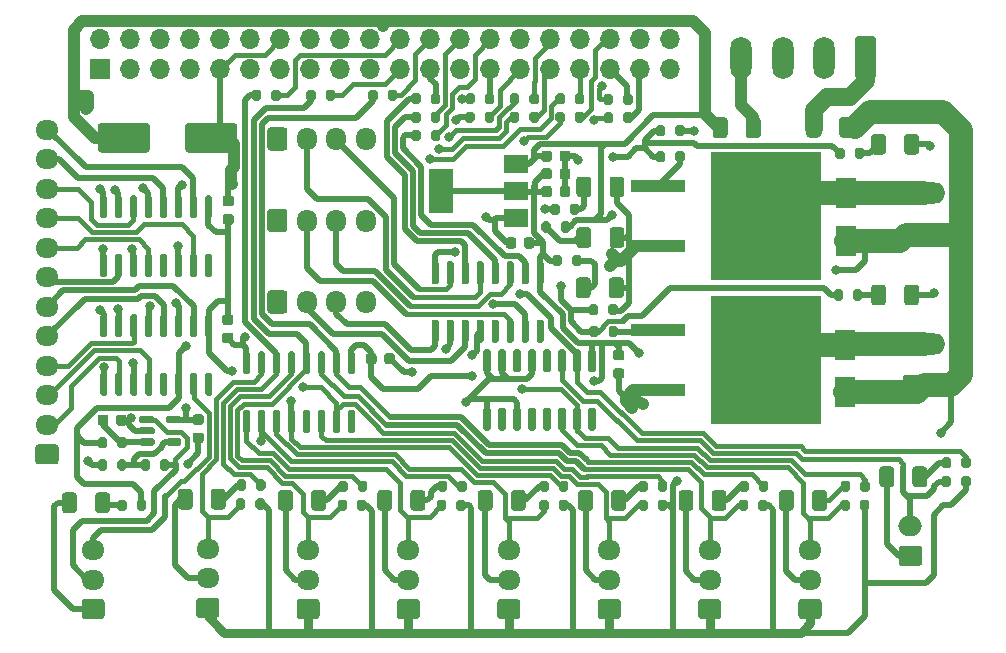
<source format=gbr>
%TF.GenerationSoftware,KiCad,Pcbnew,5.1.9*%
%TF.CreationDate,2021-07-26T21:20:54+02:00*%
%TF.ProjectId,CNCHat,434e4348-6174-42e6-9b69-6361645f7063,rev?*%
%TF.SameCoordinates,Original*%
%TF.FileFunction,Copper,L1,Top*%
%TF.FilePolarity,Positive*%
%FSLAX46Y46*%
G04 Gerber Fmt 4.6, Leading zero omitted, Abs format (unit mm)*
G04 Created by KiCad (PCBNEW 5.1.9) date 2021-07-26 21:20:54*
%MOMM*%
%LPD*%
G01*
G04 APERTURE LIST*
%TA.AperFunction,ComponentPad*%
%ADD10O,1.950000X1.700000*%
%TD*%
%TA.AperFunction,SMDPad,CuDef*%
%ADD11R,2.000000X1.500000*%
%TD*%
%TA.AperFunction,SMDPad,CuDef*%
%ADD12R,2.000000X3.800000*%
%TD*%
%TA.AperFunction,ComponentPad*%
%ADD13O,1.700000X1.700000*%
%TD*%
%TA.AperFunction,ComponentPad*%
%ADD14R,1.700000X1.700000*%
%TD*%
%TA.AperFunction,ComponentPad*%
%ADD15O,1.700000X1.950000*%
%TD*%
%TA.AperFunction,ComponentPad*%
%ADD16O,2.000000X1.700000*%
%TD*%
%TA.AperFunction,SMDPad,CuDef*%
%ADD17R,1.800000X2.500000*%
%TD*%
%TA.AperFunction,ComponentPad*%
%ADD18O,1.800000X3.600000*%
%TD*%
%TA.AperFunction,ComponentPad*%
%ADD19O,3.600000X1.800000*%
%TD*%
%TA.AperFunction,SMDPad,CuDef*%
%ADD20R,4.600000X1.100000*%
%TD*%
%TA.AperFunction,SMDPad,CuDef*%
%ADD21R,9.400000X10.800000*%
%TD*%
%TA.AperFunction,ViaPad*%
%ADD22C,0.800000*%
%TD*%
%TA.AperFunction,Conductor*%
%ADD23C,0.500000*%
%TD*%
%TA.AperFunction,Conductor*%
%ADD24C,2.000000*%
%TD*%
%TA.AperFunction,Conductor*%
%ADD25C,1.000000*%
%TD*%
%TA.AperFunction,Conductor*%
%ADD26C,0.400000*%
%TD*%
%TA.AperFunction,Conductor*%
%ADD27C,0.800000*%
%TD*%
%TA.AperFunction,Conductor*%
%ADD28C,1.500000*%
%TD*%
G04 APERTURE END LIST*
%TO.P,U2,16*%
%TO.N,N/C*%
%TA.AperFunction,SMDPad,CuDef*%
G36*
G01*
X151495000Y-103650000D02*
X151795000Y-103650000D01*
G75*
G02*
X151945000Y-103800000I0J-150000D01*
G01*
X151945000Y-105450000D01*
G75*
G02*
X151795000Y-105600000I-150000J0D01*
G01*
X151495000Y-105600000D01*
G75*
G02*
X151345000Y-105450000I0J150000D01*
G01*
X151345000Y-103800000D01*
G75*
G02*
X151495000Y-103650000I150000J0D01*
G01*
G37*
%TD.AperFunction*%
%TO.P,U2,15*%
%TO.N,Net-(R15-Pad1)*%
%TA.AperFunction,SMDPad,CuDef*%
G36*
G01*
X150225000Y-103650000D02*
X150525000Y-103650000D01*
G75*
G02*
X150675000Y-103800000I0J-150000D01*
G01*
X150675000Y-105450000D01*
G75*
G02*
X150525000Y-105600000I-150000J0D01*
G01*
X150225000Y-105600000D01*
G75*
G02*
X150075000Y-105450000I0J150000D01*
G01*
X150075000Y-103800000D01*
G75*
G02*
X150225000Y-103650000I150000J0D01*
G01*
G37*
%TD.AperFunction*%
%TO.P,U2,14*%
%TO.N,Net-(J7-Pad3)*%
%TA.AperFunction,SMDPad,CuDef*%
G36*
G01*
X148955000Y-103650000D02*
X149255000Y-103650000D01*
G75*
G02*
X149405000Y-103800000I0J-150000D01*
G01*
X149405000Y-105450000D01*
G75*
G02*
X149255000Y-105600000I-150000J0D01*
G01*
X148955000Y-105600000D01*
G75*
G02*
X148805000Y-105450000I0J150000D01*
G01*
X148805000Y-103800000D01*
G75*
G02*
X148955000Y-103650000I150000J0D01*
G01*
G37*
%TD.AperFunction*%
%TO.P,U2,13*%
%TO.N,N/C*%
%TA.AperFunction,SMDPad,CuDef*%
G36*
G01*
X147685000Y-103650000D02*
X147985000Y-103650000D01*
G75*
G02*
X148135000Y-103800000I0J-150000D01*
G01*
X148135000Y-105450000D01*
G75*
G02*
X147985000Y-105600000I-150000J0D01*
G01*
X147685000Y-105600000D01*
G75*
G02*
X147535000Y-105450000I0J150000D01*
G01*
X147535000Y-103800000D01*
G75*
G02*
X147685000Y-103650000I150000J0D01*
G01*
G37*
%TD.AperFunction*%
%TO.P,U2,12*%
%TA.AperFunction,SMDPad,CuDef*%
G36*
G01*
X146415000Y-103650000D02*
X146715000Y-103650000D01*
G75*
G02*
X146865000Y-103800000I0J-150000D01*
G01*
X146865000Y-105450000D01*
G75*
G02*
X146715000Y-105600000I-150000J0D01*
G01*
X146415000Y-105600000D01*
G75*
G02*
X146265000Y-105450000I0J150000D01*
G01*
X146265000Y-103800000D01*
G75*
G02*
X146415000Y-103650000I150000J0D01*
G01*
G37*
%TD.AperFunction*%
%TO.P,U2,11*%
%TO.N,GND*%
%TA.AperFunction,SMDPad,CuDef*%
G36*
G01*
X145145000Y-103650000D02*
X145445000Y-103650000D01*
G75*
G02*
X145595000Y-103800000I0J-150000D01*
G01*
X145595000Y-105450000D01*
G75*
G02*
X145445000Y-105600000I-150000J0D01*
G01*
X145145000Y-105600000D01*
G75*
G02*
X144995000Y-105450000I0J150000D01*
G01*
X144995000Y-103800000D01*
G75*
G02*
X145145000Y-103650000I150000J0D01*
G01*
G37*
%TD.AperFunction*%
%TO.P,U2,10*%
%TO.N,N/C*%
%TA.AperFunction,SMDPad,CuDef*%
G36*
G01*
X143875000Y-103650000D02*
X144175000Y-103650000D01*
G75*
G02*
X144325000Y-103800000I0J-150000D01*
G01*
X144325000Y-105450000D01*
G75*
G02*
X144175000Y-105600000I-150000J0D01*
G01*
X143875000Y-105600000D01*
G75*
G02*
X143725000Y-105450000I0J150000D01*
G01*
X143725000Y-103800000D01*
G75*
G02*
X143875000Y-103650000I150000J0D01*
G01*
G37*
%TD.AperFunction*%
%TO.P,U2,9*%
%TO.N,GND*%
%TA.AperFunction,SMDPad,CuDef*%
G36*
G01*
X142605000Y-103650000D02*
X142905000Y-103650000D01*
G75*
G02*
X143055000Y-103800000I0J-150000D01*
G01*
X143055000Y-105450000D01*
G75*
G02*
X142905000Y-105600000I-150000J0D01*
G01*
X142605000Y-105600000D01*
G75*
G02*
X142455000Y-105450000I0J150000D01*
G01*
X142455000Y-103800000D01*
G75*
G02*
X142605000Y-103650000I150000J0D01*
G01*
G37*
%TD.AperFunction*%
%TO.P,U2,8*%
%TA.AperFunction,SMDPad,CuDef*%
G36*
G01*
X142605000Y-98700000D02*
X142905000Y-98700000D01*
G75*
G02*
X143055000Y-98850000I0J-150000D01*
G01*
X143055000Y-100500000D01*
G75*
G02*
X142905000Y-100650000I-150000J0D01*
G01*
X142605000Y-100650000D01*
G75*
G02*
X142455000Y-100500000I0J150000D01*
G01*
X142455000Y-98850000D01*
G75*
G02*
X142605000Y-98700000I150000J0D01*
G01*
G37*
%TD.AperFunction*%
%TO.P,U2,7*%
%TA.AperFunction,SMDPad,CuDef*%
G36*
G01*
X143875000Y-98700000D02*
X144175000Y-98700000D01*
G75*
G02*
X144325000Y-98850000I0J-150000D01*
G01*
X144325000Y-100500000D01*
G75*
G02*
X144175000Y-100650000I-150000J0D01*
G01*
X143875000Y-100650000D01*
G75*
G02*
X143725000Y-100500000I0J150000D01*
G01*
X143725000Y-98850000D01*
G75*
G02*
X143875000Y-98700000I150000J0D01*
G01*
G37*
%TD.AperFunction*%
%TO.P,U2,6*%
%TO.N,N/C*%
%TA.AperFunction,SMDPad,CuDef*%
G36*
G01*
X145145000Y-98700000D02*
X145445000Y-98700000D01*
G75*
G02*
X145595000Y-98850000I0J-150000D01*
G01*
X145595000Y-100500000D01*
G75*
G02*
X145445000Y-100650000I-150000J0D01*
G01*
X145145000Y-100650000D01*
G75*
G02*
X144995000Y-100500000I0J150000D01*
G01*
X144995000Y-98850000D01*
G75*
G02*
X145145000Y-98700000I150000J0D01*
G01*
G37*
%TD.AperFunction*%
%TO.P,U2,5*%
%TO.N,GND*%
%TA.AperFunction,SMDPad,CuDef*%
G36*
G01*
X146415000Y-98700000D02*
X146715000Y-98700000D01*
G75*
G02*
X146865000Y-98850000I0J-150000D01*
G01*
X146865000Y-100500000D01*
G75*
G02*
X146715000Y-100650000I-150000J0D01*
G01*
X146415000Y-100650000D01*
G75*
G02*
X146265000Y-100500000I0J150000D01*
G01*
X146265000Y-98850000D01*
G75*
G02*
X146415000Y-98700000I150000J0D01*
G01*
G37*
%TD.AperFunction*%
%TO.P,U2,4*%
%TO.N,N/C*%
%TA.AperFunction,SMDPad,CuDef*%
G36*
G01*
X147685000Y-98700000D02*
X147985000Y-98700000D01*
G75*
G02*
X148135000Y-98850000I0J-150000D01*
G01*
X148135000Y-100500000D01*
G75*
G02*
X147985000Y-100650000I-150000J0D01*
G01*
X147685000Y-100650000D01*
G75*
G02*
X147535000Y-100500000I0J150000D01*
G01*
X147535000Y-98850000D01*
G75*
G02*
X147685000Y-98700000I150000J0D01*
G01*
G37*
%TD.AperFunction*%
%TO.P,U2,3*%
%TO.N,Net-(J8-Pad2)*%
%TA.AperFunction,SMDPad,CuDef*%
G36*
G01*
X148955000Y-98700000D02*
X149255000Y-98700000D01*
G75*
G02*
X149405000Y-98850000I0J-150000D01*
G01*
X149405000Y-100500000D01*
G75*
G02*
X149255000Y-100650000I-150000J0D01*
G01*
X148955000Y-100650000D01*
G75*
G02*
X148805000Y-100500000I0J150000D01*
G01*
X148805000Y-98850000D01*
G75*
G02*
X148955000Y-98700000I150000J0D01*
G01*
G37*
%TD.AperFunction*%
%TO.P,U2,2*%
%TO.N,Net-(R16-Pad1)*%
%TA.AperFunction,SMDPad,CuDef*%
G36*
G01*
X150225000Y-98700000D02*
X150525000Y-98700000D01*
G75*
G02*
X150675000Y-98850000I0J-150000D01*
G01*
X150675000Y-100500000D01*
G75*
G02*
X150525000Y-100650000I-150000J0D01*
G01*
X150225000Y-100650000D01*
G75*
G02*
X150075000Y-100500000I0J150000D01*
G01*
X150075000Y-98850000D01*
G75*
G02*
X150225000Y-98700000I150000J0D01*
G01*
G37*
%TD.AperFunction*%
%TO.P,U2,1*%
%TO.N,+3V3*%
%TA.AperFunction,SMDPad,CuDef*%
G36*
G01*
X151495000Y-98700000D02*
X151795000Y-98700000D01*
G75*
G02*
X151945000Y-98850000I0J-150000D01*
G01*
X151945000Y-100500000D01*
G75*
G02*
X151795000Y-100650000I-150000J0D01*
G01*
X151495000Y-100650000D01*
G75*
G02*
X151345000Y-100500000I0J150000D01*
G01*
X151345000Y-98850000D01*
G75*
G02*
X151495000Y-98700000I150000J0D01*
G01*
G37*
%TD.AperFunction*%
%TD*%
%TO.P,C1,1*%
%TO.N,GND*%
%TA.AperFunction,SMDPad,CuDef*%
G36*
G01*
X118550000Y-106650000D02*
X118050000Y-106650000D01*
G75*
G02*
X117825000Y-106425000I0J225000D01*
G01*
X117825000Y-105975000D01*
G75*
G02*
X118050000Y-105750000I225000J0D01*
G01*
X118550000Y-105750000D01*
G75*
G02*
X118775000Y-105975000I0J-225000D01*
G01*
X118775000Y-106425000D01*
G75*
G02*
X118550000Y-106650000I-225000J0D01*
G01*
G37*
%TD.AperFunction*%
%TO.P,C1,2*%
%TO.N,+24V*%
%TA.AperFunction,SMDPad,CuDef*%
G36*
G01*
X118550000Y-105100000D02*
X118050000Y-105100000D01*
G75*
G02*
X117825000Y-104875000I0J225000D01*
G01*
X117825000Y-104425000D01*
G75*
G02*
X118050000Y-104200000I225000J0D01*
G01*
X118550000Y-104200000D01*
G75*
G02*
X118775000Y-104425000I0J-225000D01*
G01*
X118775000Y-104875000D01*
G75*
G02*
X118550000Y-105100000I-225000J0D01*
G01*
G37*
%TD.AperFunction*%
%TD*%
%TO.P,R1,2*%
%TO.N,Net-(J1-Pad3)*%
%TA.AperFunction,SMDPad,CuDef*%
G36*
G01*
X122300000Y-111525000D02*
X122300000Y-112075000D01*
G75*
G02*
X122100000Y-112275000I-200000J0D01*
G01*
X121700000Y-112275000D01*
G75*
G02*
X121500000Y-112075000I0J200000D01*
G01*
X121500000Y-111525000D01*
G75*
G02*
X121700000Y-111325000I200000J0D01*
G01*
X122100000Y-111325000D01*
G75*
G02*
X122300000Y-111525000I0J-200000D01*
G01*
G37*
%TD.AperFunction*%
%TO.P,R1,1*%
%TO.N,Net-(J1-Pad1)*%
%TA.AperFunction,SMDPad,CuDef*%
G36*
G01*
X123950000Y-111525000D02*
X123950000Y-112075000D01*
G75*
G02*
X123750000Y-112275000I-200000J0D01*
G01*
X123350000Y-112275000D01*
G75*
G02*
X123150000Y-112075000I0J200000D01*
G01*
X123150000Y-111525000D01*
G75*
G02*
X123350000Y-111325000I200000J0D01*
G01*
X123750000Y-111325000D01*
G75*
G02*
X123950000Y-111525000I0J-200000D01*
G01*
G37*
%TD.AperFunction*%
%TD*%
%TO.P,R9,2*%
%TO.N,Net-(D1-Pad2)*%
%TA.AperFunction,SMDPad,CuDef*%
G36*
G01*
X122350000Y-109925000D02*
X122350000Y-110475000D01*
G75*
G02*
X122150000Y-110675000I-200000J0D01*
G01*
X121750000Y-110675000D01*
G75*
G02*
X121550000Y-110475000I0J200000D01*
G01*
X121550000Y-109925000D01*
G75*
G02*
X121750000Y-109725000I200000J0D01*
G01*
X122150000Y-109725000D01*
G75*
G02*
X122350000Y-109925000I0J-200000D01*
G01*
G37*
%TD.AperFunction*%
%TO.P,R9,1*%
%TO.N,Net-(R17-Pad1)*%
%TA.AperFunction,SMDPad,CuDef*%
G36*
G01*
X124000000Y-109925000D02*
X124000000Y-110475000D01*
G75*
G02*
X123800000Y-110675000I-200000J0D01*
G01*
X123400000Y-110675000D01*
G75*
G02*
X123200000Y-110475000I0J200000D01*
G01*
X123200000Y-109925000D01*
G75*
G02*
X123400000Y-109725000I200000J0D01*
G01*
X123800000Y-109725000D01*
G75*
G02*
X124000000Y-109925000I0J-200000D01*
G01*
G37*
%TD.AperFunction*%
%TD*%
%TO.P,U6,5*%
%TO.N,+24V*%
%TA.AperFunction,SMDPad,CuDef*%
G36*
G01*
X115562500Y-104800000D02*
X115562500Y-104500000D01*
G75*
G02*
X115712500Y-104350000I150000J0D01*
G01*
X116737500Y-104350000D01*
G75*
G02*
X116887500Y-104500000I0J-150000D01*
G01*
X116887500Y-104800000D01*
G75*
G02*
X116737500Y-104950000I-150000J0D01*
G01*
X115712500Y-104950000D01*
G75*
G02*
X115562500Y-104800000I0J150000D01*
G01*
G37*
%TD.AperFunction*%
%TO.P,U6,4*%
%TO.N,Net-(R36-Pad1)*%
%TA.AperFunction,SMDPad,CuDef*%
G36*
G01*
X115562500Y-106700000D02*
X115562500Y-106400000D01*
G75*
G02*
X115712500Y-106250000I150000J0D01*
G01*
X116737500Y-106250000D01*
G75*
G02*
X116887500Y-106400000I0J-150000D01*
G01*
X116887500Y-106700000D01*
G75*
G02*
X116737500Y-106850000I-150000J0D01*
G01*
X115712500Y-106850000D01*
G75*
G02*
X115562500Y-106700000I0J150000D01*
G01*
G37*
%TD.AperFunction*%
%TO.P,U6,3*%
%TO.N,Net-(C6-Pad1)*%
%TA.AperFunction,SMDPad,CuDef*%
G36*
G01*
X113287500Y-106700000D02*
X113287500Y-106400000D01*
G75*
G02*
X113437500Y-106250000I150000J0D01*
G01*
X114462500Y-106250000D01*
G75*
G02*
X114612500Y-106400000I0J-150000D01*
G01*
X114612500Y-106700000D01*
G75*
G02*
X114462500Y-106850000I-150000J0D01*
G01*
X113437500Y-106850000D01*
G75*
G02*
X113287500Y-106700000I0J150000D01*
G01*
G37*
%TD.AperFunction*%
%TO.P,U6,2*%
%TO.N,GND*%
%TA.AperFunction,SMDPad,CuDef*%
G36*
G01*
X113287500Y-105750000D02*
X113287500Y-105450000D01*
G75*
G02*
X113437500Y-105300000I150000J0D01*
G01*
X114462500Y-105300000D01*
G75*
G02*
X114612500Y-105450000I0J-150000D01*
G01*
X114612500Y-105750000D01*
G75*
G02*
X114462500Y-105900000I-150000J0D01*
G01*
X113437500Y-105900000D01*
G75*
G02*
X113287500Y-105750000I0J150000D01*
G01*
G37*
%TD.AperFunction*%
%TO.P,U6,1*%
%TO.N,Net-(J15-Pad2)*%
%TA.AperFunction,SMDPad,CuDef*%
G36*
G01*
X113287500Y-104800000D02*
X113287500Y-104500000D01*
G75*
G02*
X113437500Y-104350000I150000J0D01*
G01*
X114462500Y-104350000D01*
G75*
G02*
X114612500Y-104500000I0J-150000D01*
G01*
X114612500Y-104800000D01*
G75*
G02*
X114462500Y-104950000I-150000J0D01*
G01*
X113437500Y-104950000D01*
G75*
G02*
X113287500Y-104800000I0J150000D01*
G01*
G37*
%TD.AperFunction*%
%TD*%
%TO.P,R34,2*%
%TO.N,/SPINDLE_PWM*%
%TA.AperFunction,SMDPad,CuDef*%
G36*
G01*
X110600000Y-106325000D02*
X110600000Y-106875000D01*
G75*
G02*
X110400000Y-107075000I-200000J0D01*
G01*
X110000000Y-107075000D01*
G75*
G02*
X109800000Y-106875000I0J200000D01*
G01*
X109800000Y-106325000D01*
G75*
G02*
X110000000Y-106125000I200000J0D01*
G01*
X110400000Y-106125000D01*
G75*
G02*
X110600000Y-106325000I0J-200000D01*
G01*
G37*
%TD.AperFunction*%
%TO.P,R34,1*%
%TO.N,Net-(C6-Pad1)*%
%TA.AperFunction,SMDPad,CuDef*%
G36*
G01*
X112250000Y-106325000D02*
X112250000Y-106875000D01*
G75*
G02*
X112050000Y-107075000I-200000J0D01*
G01*
X111650000Y-107075000D01*
G75*
G02*
X111450000Y-106875000I0J200000D01*
G01*
X111450000Y-106325000D01*
G75*
G02*
X111650000Y-106125000I200000J0D01*
G01*
X112050000Y-106125000D01*
G75*
G02*
X112250000Y-106325000I0J-200000D01*
G01*
G37*
%TD.AperFunction*%
%TD*%
%TO.P,C6,2*%
%TO.N,GND*%
%TA.AperFunction,SMDPad,CuDef*%
G36*
G01*
X111350000Y-104950000D02*
X111350000Y-104450000D01*
G75*
G02*
X111575000Y-104225000I225000J0D01*
G01*
X112025000Y-104225000D01*
G75*
G02*
X112250000Y-104450000I0J-225000D01*
G01*
X112250000Y-104950000D01*
G75*
G02*
X112025000Y-105175000I-225000J0D01*
G01*
X111575000Y-105175000D01*
G75*
G02*
X111350000Y-104950000I0J225000D01*
G01*
G37*
%TD.AperFunction*%
%TO.P,C6,1*%
%TO.N,Net-(C6-Pad1)*%
%TA.AperFunction,SMDPad,CuDef*%
G36*
G01*
X109800000Y-104950000D02*
X109800000Y-104450000D01*
G75*
G02*
X110025000Y-104225000I225000J0D01*
G01*
X110475000Y-104225000D01*
G75*
G02*
X110700000Y-104450000I0J-225000D01*
G01*
X110700000Y-104950000D01*
G75*
G02*
X110475000Y-105175000I-225000J0D01*
G01*
X110025000Y-105175000D01*
G75*
G02*
X109800000Y-104950000I0J225000D01*
G01*
G37*
%TD.AperFunction*%
%TD*%
D10*
%TO.P,J5,3*%
%TO.N,Net-(J5-Pad3)*%
X153100000Y-115700000D03*
%TO.P,J5,2*%
%TO.N,GND*%
X153100000Y-118200000D03*
%TO.P,J5,1*%
%TO.N,Net-(J1-Pad1)*%
%TA.AperFunction,ComponentPad*%
G36*
G01*
X153825000Y-121550000D02*
X152375000Y-121550000D01*
G75*
G02*
X152125000Y-121300000I0J250000D01*
G01*
X152125000Y-120100000D01*
G75*
G02*
X152375000Y-119850000I250000J0D01*
G01*
X153825000Y-119850000D01*
G75*
G02*
X154075000Y-120100000I0J-250000D01*
G01*
X154075000Y-121300000D01*
G75*
G02*
X153825000Y-121550000I-250000J0D01*
G01*
G37*
%TD.AperFunction*%
%TD*%
D11*
%TO.P,U4,1*%
%TO.N,GND*%
X145200000Y-87600000D03*
%TO.P,U4,3*%
%TO.N,+5V*%
X145200000Y-83000000D03*
%TO.P,U4,2*%
%TO.N,+3V3*%
X145200000Y-85300000D03*
D12*
X138900000Y-85300000D03*
%TD*%
%TO.P,U3,16*%
%TO.N,N/C*%
%TA.AperFunction,SMDPad,CuDef*%
G36*
G01*
X147095000Y-96200000D02*
X147395000Y-96200000D01*
G75*
G02*
X147545000Y-96350000I0J-150000D01*
G01*
X147545000Y-98000000D01*
G75*
G02*
X147395000Y-98150000I-150000J0D01*
G01*
X147095000Y-98150000D01*
G75*
G02*
X146945000Y-98000000I0J150000D01*
G01*
X146945000Y-96350000D01*
G75*
G02*
X147095000Y-96200000I150000J0D01*
G01*
G37*
%TD.AperFunction*%
%TO.P,U3,15*%
%TO.N,Net-(R28-Pad2)*%
%TA.AperFunction,SMDPad,CuDef*%
G36*
G01*
X145825000Y-96200000D02*
X146125000Y-96200000D01*
G75*
G02*
X146275000Y-96350000I0J-150000D01*
G01*
X146275000Y-98000000D01*
G75*
G02*
X146125000Y-98150000I-150000J0D01*
G01*
X145825000Y-98150000D01*
G75*
G02*
X145675000Y-98000000I0J150000D01*
G01*
X145675000Y-96350000D01*
G75*
G02*
X145825000Y-96200000I150000J0D01*
G01*
G37*
%TD.AperFunction*%
%TO.P,U3,14*%
%TO.N,Net-(J12-Pad2)*%
%TA.AperFunction,SMDPad,CuDef*%
G36*
G01*
X144555000Y-96200000D02*
X144855000Y-96200000D01*
G75*
G02*
X145005000Y-96350000I0J-150000D01*
G01*
X145005000Y-98000000D01*
G75*
G02*
X144855000Y-98150000I-150000J0D01*
G01*
X144555000Y-98150000D01*
G75*
G02*
X144405000Y-98000000I0J150000D01*
G01*
X144405000Y-96350000D01*
G75*
G02*
X144555000Y-96200000I150000J0D01*
G01*
G37*
%TD.AperFunction*%
%TO.P,U3,13*%
%TO.N,N/C*%
%TA.AperFunction,SMDPad,CuDef*%
G36*
G01*
X143285000Y-96200000D02*
X143585000Y-96200000D01*
G75*
G02*
X143735000Y-96350000I0J-150000D01*
G01*
X143735000Y-98000000D01*
G75*
G02*
X143585000Y-98150000I-150000J0D01*
G01*
X143285000Y-98150000D01*
G75*
G02*
X143135000Y-98000000I0J150000D01*
G01*
X143135000Y-96350000D01*
G75*
G02*
X143285000Y-96200000I150000J0D01*
G01*
G37*
%TD.AperFunction*%
%TO.P,U3,12*%
%TO.N,Net-(R26-Pad1)*%
%TA.AperFunction,SMDPad,CuDef*%
G36*
G01*
X142015000Y-96200000D02*
X142315000Y-96200000D01*
G75*
G02*
X142465000Y-96350000I0J-150000D01*
G01*
X142465000Y-98000000D01*
G75*
G02*
X142315000Y-98150000I-150000J0D01*
G01*
X142015000Y-98150000D01*
G75*
G02*
X141865000Y-98000000I0J150000D01*
G01*
X141865000Y-96350000D01*
G75*
G02*
X142015000Y-96200000I150000J0D01*
G01*
G37*
%TD.AperFunction*%
%TO.P,U3,11*%
%TO.N,Net-(J11-Pad2)*%
%TA.AperFunction,SMDPad,CuDef*%
G36*
G01*
X140745000Y-96200000D02*
X141045000Y-96200000D01*
G75*
G02*
X141195000Y-96350000I0J-150000D01*
G01*
X141195000Y-98000000D01*
G75*
G02*
X141045000Y-98150000I-150000J0D01*
G01*
X140745000Y-98150000D01*
G75*
G02*
X140595000Y-98000000I0J150000D01*
G01*
X140595000Y-96350000D01*
G75*
G02*
X140745000Y-96200000I150000J0D01*
G01*
G37*
%TD.AperFunction*%
%TO.P,U3,10*%
%TO.N,Net-(R25-Pad1)*%
%TA.AperFunction,SMDPad,CuDef*%
G36*
G01*
X139475000Y-96200000D02*
X139775000Y-96200000D01*
G75*
G02*
X139925000Y-96350000I0J-150000D01*
G01*
X139925000Y-98000000D01*
G75*
G02*
X139775000Y-98150000I-150000J0D01*
G01*
X139475000Y-98150000D01*
G75*
G02*
X139325000Y-98000000I0J150000D01*
G01*
X139325000Y-96350000D01*
G75*
G02*
X139475000Y-96200000I150000J0D01*
G01*
G37*
%TD.AperFunction*%
%TO.P,U3,9*%
%TO.N,Net-(J11-Pad3)*%
%TA.AperFunction,SMDPad,CuDef*%
G36*
G01*
X138205000Y-96200000D02*
X138505000Y-96200000D01*
G75*
G02*
X138655000Y-96350000I0J-150000D01*
G01*
X138655000Y-98000000D01*
G75*
G02*
X138505000Y-98150000I-150000J0D01*
G01*
X138205000Y-98150000D01*
G75*
G02*
X138055000Y-98000000I0J150000D01*
G01*
X138055000Y-96350000D01*
G75*
G02*
X138205000Y-96200000I150000J0D01*
G01*
G37*
%TD.AperFunction*%
%TO.P,U3,8*%
%TO.N,GND*%
%TA.AperFunction,SMDPad,CuDef*%
G36*
G01*
X138205000Y-91250000D02*
X138505000Y-91250000D01*
G75*
G02*
X138655000Y-91400000I0J-150000D01*
G01*
X138655000Y-93050000D01*
G75*
G02*
X138505000Y-93200000I-150000J0D01*
G01*
X138205000Y-93200000D01*
G75*
G02*
X138055000Y-93050000I0J150000D01*
G01*
X138055000Y-91400000D01*
G75*
G02*
X138205000Y-91250000I150000J0D01*
G01*
G37*
%TD.AperFunction*%
%TO.P,U3,7*%
%TO.N,Net-(J13-Pad3)*%
%TA.AperFunction,SMDPad,CuDef*%
G36*
G01*
X139475000Y-91250000D02*
X139775000Y-91250000D01*
G75*
G02*
X139925000Y-91400000I0J-150000D01*
G01*
X139925000Y-93050000D01*
G75*
G02*
X139775000Y-93200000I-150000J0D01*
G01*
X139475000Y-93200000D01*
G75*
G02*
X139325000Y-93050000I0J150000D01*
G01*
X139325000Y-91400000D01*
G75*
G02*
X139475000Y-91250000I150000J0D01*
G01*
G37*
%TD.AperFunction*%
%TO.P,U3,6*%
%TO.N,Net-(R29-Pad2)*%
%TA.AperFunction,SMDPad,CuDef*%
G36*
G01*
X140745000Y-91250000D02*
X141045000Y-91250000D01*
G75*
G02*
X141195000Y-91400000I0J-150000D01*
G01*
X141195000Y-93050000D01*
G75*
G02*
X141045000Y-93200000I-150000J0D01*
G01*
X140745000Y-93200000D01*
G75*
G02*
X140595000Y-93050000I0J150000D01*
G01*
X140595000Y-91400000D01*
G75*
G02*
X140745000Y-91250000I150000J0D01*
G01*
G37*
%TD.AperFunction*%
%TO.P,U3,5*%
%TO.N,Net-(J13-Pad2)*%
%TA.AperFunction,SMDPad,CuDef*%
G36*
G01*
X142015000Y-91250000D02*
X142315000Y-91250000D01*
G75*
G02*
X142465000Y-91400000I0J-150000D01*
G01*
X142465000Y-93050000D01*
G75*
G02*
X142315000Y-93200000I-150000J0D01*
G01*
X142015000Y-93200000D01*
G75*
G02*
X141865000Y-93050000I0J150000D01*
G01*
X141865000Y-91400000D01*
G75*
G02*
X142015000Y-91250000I150000J0D01*
G01*
G37*
%TD.AperFunction*%
%TO.P,U3,4*%
%TO.N,Net-(R30-Pad2)*%
%TA.AperFunction,SMDPad,CuDef*%
G36*
G01*
X143285000Y-91250000D02*
X143585000Y-91250000D01*
G75*
G02*
X143735000Y-91400000I0J-150000D01*
G01*
X143735000Y-93050000D01*
G75*
G02*
X143585000Y-93200000I-150000J0D01*
G01*
X143285000Y-93200000D01*
G75*
G02*
X143135000Y-93050000I0J150000D01*
G01*
X143135000Y-91400000D01*
G75*
G02*
X143285000Y-91250000I150000J0D01*
G01*
G37*
%TD.AperFunction*%
%TO.P,U3,3*%
%TO.N,Net-(J12-Pad3)*%
%TA.AperFunction,SMDPad,CuDef*%
G36*
G01*
X144555000Y-91250000D02*
X144855000Y-91250000D01*
G75*
G02*
X145005000Y-91400000I0J-150000D01*
G01*
X145005000Y-93050000D01*
G75*
G02*
X144855000Y-93200000I-150000J0D01*
G01*
X144555000Y-93200000D01*
G75*
G02*
X144405000Y-93050000I0J150000D01*
G01*
X144405000Y-91400000D01*
G75*
G02*
X144555000Y-91250000I150000J0D01*
G01*
G37*
%TD.AperFunction*%
%TO.P,U3,2*%
%TO.N,Net-(R27-Pad2)*%
%TA.AperFunction,SMDPad,CuDef*%
G36*
G01*
X145825000Y-91250000D02*
X146125000Y-91250000D01*
G75*
G02*
X146275000Y-91400000I0J-150000D01*
G01*
X146275000Y-93050000D01*
G75*
G02*
X146125000Y-93200000I-150000J0D01*
G01*
X145825000Y-93200000D01*
G75*
G02*
X145675000Y-93050000I0J150000D01*
G01*
X145675000Y-91400000D01*
G75*
G02*
X145825000Y-91250000I150000J0D01*
G01*
G37*
%TD.AperFunction*%
%TO.P,U3,1*%
%TO.N,+3V3*%
%TA.AperFunction,SMDPad,CuDef*%
G36*
G01*
X147095000Y-91250000D02*
X147395000Y-91250000D01*
G75*
G02*
X147545000Y-91400000I0J-150000D01*
G01*
X147545000Y-93050000D01*
G75*
G02*
X147395000Y-93200000I-150000J0D01*
G01*
X147095000Y-93200000D01*
G75*
G02*
X146945000Y-93050000I0J150000D01*
G01*
X146945000Y-91400000D01*
G75*
G02*
X147095000Y-91250000I150000J0D01*
G01*
G37*
%TD.AperFunction*%
%TD*%
%TO.P,U1,16*%
%TO.N,N/C*%
%TA.AperFunction,SMDPad,CuDef*%
G36*
G01*
X131130000Y-103825000D02*
X131430000Y-103825000D01*
G75*
G02*
X131580000Y-103975000I0J-150000D01*
G01*
X131580000Y-105625000D01*
G75*
G02*
X131430000Y-105775000I-150000J0D01*
G01*
X131130000Y-105775000D01*
G75*
G02*
X130980000Y-105625000I0J150000D01*
G01*
X130980000Y-103975000D01*
G75*
G02*
X131130000Y-103825000I150000J0D01*
G01*
G37*
%TD.AperFunction*%
%TO.P,U1,15*%
%TO.N,Net-(R13-Pad1)*%
%TA.AperFunction,SMDPad,CuDef*%
G36*
G01*
X129860000Y-103825000D02*
X130160000Y-103825000D01*
G75*
G02*
X130310000Y-103975000I0J-150000D01*
G01*
X130310000Y-105625000D01*
G75*
G02*
X130160000Y-105775000I-150000J0D01*
G01*
X129860000Y-105775000D01*
G75*
G02*
X129710000Y-105625000I0J150000D01*
G01*
X129710000Y-103975000D01*
G75*
G02*
X129860000Y-103825000I150000J0D01*
G01*
G37*
%TD.AperFunction*%
%TO.P,U1,14*%
%TO.N,Net-(J5-Pad3)*%
%TA.AperFunction,SMDPad,CuDef*%
G36*
G01*
X128590000Y-103825000D02*
X128890000Y-103825000D01*
G75*
G02*
X129040000Y-103975000I0J-150000D01*
G01*
X129040000Y-105625000D01*
G75*
G02*
X128890000Y-105775000I-150000J0D01*
G01*
X128590000Y-105775000D01*
G75*
G02*
X128440000Y-105625000I0J150000D01*
G01*
X128440000Y-103975000D01*
G75*
G02*
X128590000Y-103825000I150000J0D01*
G01*
G37*
%TD.AperFunction*%
%TO.P,U1,13*%
%TO.N,N/C*%
%TA.AperFunction,SMDPad,CuDef*%
G36*
G01*
X127320000Y-103825000D02*
X127620000Y-103825000D01*
G75*
G02*
X127770000Y-103975000I0J-150000D01*
G01*
X127770000Y-105625000D01*
G75*
G02*
X127620000Y-105775000I-150000J0D01*
G01*
X127320000Y-105775000D01*
G75*
G02*
X127170000Y-105625000I0J150000D01*
G01*
X127170000Y-103975000D01*
G75*
G02*
X127320000Y-103825000I150000J0D01*
G01*
G37*
%TD.AperFunction*%
%TO.P,U1,12*%
%TO.N,Net-(R12-Pad1)*%
%TA.AperFunction,SMDPad,CuDef*%
G36*
G01*
X126050000Y-103825000D02*
X126350000Y-103825000D01*
G75*
G02*
X126500000Y-103975000I0J-150000D01*
G01*
X126500000Y-105625000D01*
G75*
G02*
X126350000Y-105775000I-150000J0D01*
G01*
X126050000Y-105775000D01*
G75*
G02*
X125900000Y-105625000I0J150000D01*
G01*
X125900000Y-103975000D01*
G75*
G02*
X126050000Y-103825000I150000J0D01*
G01*
G37*
%TD.AperFunction*%
%TO.P,U1,11*%
%TO.N,Net-(J4-Pad3)*%
%TA.AperFunction,SMDPad,CuDef*%
G36*
G01*
X124780000Y-103825000D02*
X125080000Y-103825000D01*
G75*
G02*
X125230000Y-103975000I0J-150000D01*
G01*
X125230000Y-105625000D01*
G75*
G02*
X125080000Y-105775000I-150000J0D01*
G01*
X124780000Y-105775000D01*
G75*
G02*
X124630000Y-105625000I0J150000D01*
G01*
X124630000Y-103975000D01*
G75*
G02*
X124780000Y-103825000I150000J0D01*
G01*
G37*
%TD.AperFunction*%
%TO.P,U1,10*%
%TO.N,Net-(R11-Pad1)*%
%TA.AperFunction,SMDPad,CuDef*%
G36*
G01*
X123510000Y-103825000D02*
X123810000Y-103825000D01*
G75*
G02*
X123960000Y-103975000I0J-150000D01*
G01*
X123960000Y-105625000D01*
G75*
G02*
X123810000Y-105775000I-150000J0D01*
G01*
X123510000Y-105775000D01*
G75*
G02*
X123360000Y-105625000I0J150000D01*
G01*
X123360000Y-103975000D01*
G75*
G02*
X123510000Y-103825000I150000J0D01*
G01*
G37*
%TD.AperFunction*%
%TO.P,U1,9*%
%TO.N,Net-(J3-Pad3)*%
%TA.AperFunction,SMDPad,CuDef*%
G36*
G01*
X122240000Y-103825000D02*
X122540000Y-103825000D01*
G75*
G02*
X122690000Y-103975000I0J-150000D01*
G01*
X122690000Y-105625000D01*
G75*
G02*
X122540000Y-105775000I-150000J0D01*
G01*
X122240000Y-105775000D01*
G75*
G02*
X122090000Y-105625000I0J150000D01*
G01*
X122090000Y-103975000D01*
G75*
G02*
X122240000Y-103825000I150000J0D01*
G01*
G37*
%TD.AperFunction*%
%TO.P,U1,8*%
%TO.N,GND*%
%TA.AperFunction,SMDPad,CuDef*%
G36*
G01*
X122240000Y-98875000D02*
X122540000Y-98875000D01*
G75*
G02*
X122690000Y-99025000I0J-150000D01*
G01*
X122690000Y-100675000D01*
G75*
G02*
X122540000Y-100825000I-150000J0D01*
G01*
X122240000Y-100825000D01*
G75*
G02*
X122090000Y-100675000I0J150000D01*
G01*
X122090000Y-99025000D01*
G75*
G02*
X122240000Y-98875000I150000J0D01*
G01*
G37*
%TD.AperFunction*%
%TO.P,U1,7*%
%TO.N,Net-(J1-Pad3)*%
%TA.AperFunction,SMDPad,CuDef*%
G36*
G01*
X123510000Y-98875000D02*
X123810000Y-98875000D01*
G75*
G02*
X123960000Y-99025000I0J-150000D01*
G01*
X123960000Y-100675000D01*
G75*
G02*
X123810000Y-100825000I-150000J0D01*
G01*
X123510000Y-100825000D01*
G75*
G02*
X123360000Y-100675000I0J150000D01*
G01*
X123360000Y-99025000D01*
G75*
G02*
X123510000Y-98875000I150000J0D01*
G01*
G37*
%TD.AperFunction*%
%TO.P,U1,6*%
%TO.N,Net-(R17-Pad1)*%
%TA.AperFunction,SMDPad,CuDef*%
G36*
G01*
X124780000Y-98875000D02*
X125080000Y-98875000D01*
G75*
G02*
X125230000Y-99025000I0J-150000D01*
G01*
X125230000Y-100675000D01*
G75*
G02*
X125080000Y-100825000I-150000J0D01*
G01*
X124780000Y-100825000D01*
G75*
G02*
X124630000Y-100675000I0J150000D01*
G01*
X124630000Y-99025000D01*
G75*
G02*
X124780000Y-98875000I150000J0D01*
G01*
G37*
%TD.AperFunction*%
%TO.P,U1,5*%
%TO.N,Net-(J2-Pad3)*%
%TA.AperFunction,SMDPad,CuDef*%
G36*
G01*
X126050000Y-98875000D02*
X126350000Y-98875000D01*
G75*
G02*
X126500000Y-99025000I0J-150000D01*
G01*
X126500000Y-100675000D01*
G75*
G02*
X126350000Y-100825000I-150000J0D01*
G01*
X126050000Y-100825000D01*
G75*
G02*
X125900000Y-100675000I0J150000D01*
G01*
X125900000Y-99025000D01*
G75*
G02*
X126050000Y-98875000I150000J0D01*
G01*
G37*
%TD.AperFunction*%
%TO.P,U1,4*%
%TO.N,Net-(R10-Pad1)*%
%TA.AperFunction,SMDPad,CuDef*%
G36*
G01*
X127320000Y-98875000D02*
X127620000Y-98875000D01*
G75*
G02*
X127770000Y-99025000I0J-150000D01*
G01*
X127770000Y-100675000D01*
G75*
G02*
X127620000Y-100825000I-150000J0D01*
G01*
X127320000Y-100825000D01*
G75*
G02*
X127170000Y-100675000I0J150000D01*
G01*
X127170000Y-99025000D01*
G75*
G02*
X127320000Y-98875000I150000J0D01*
G01*
G37*
%TD.AperFunction*%
%TO.P,U1,3*%
%TO.N,Net-(J6-Pad3)*%
%TA.AperFunction,SMDPad,CuDef*%
G36*
G01*
X128590000Y-98875000D02*
X128890000Y-98875000D01*
G75*
G02*
X129040000Y-99025000I0J-150000D01*
G01*
X129040000Y-100675000D01*
G75*
G02*
X128890000Y-100825000I-150000J0D01*
G01*
X128590000Y-100825000D01*
G75*
G02*
X128440000Y-100675000I0J150000D01*
G01*
X128440000Y-99025000D01*
G75*
G02*
X128590000Y-98875000I150000J0D01*
G01*
G37*
%TD.AperFunction*%
%TO.P,U1,2*%
%TO.N,Net-(R14-Pad1)*%
%TA.AperFunction,SMDPad,CuDef*%
G36*
G01*
X129860000Y-98875000D02*
X130160000Y-98875000D01*
G75*
G02*
X130310000Y-99025000I0J-150000D01*
G01*
X130310000Y-100675000D01*
G75*
G02*
X130160000Y-100825000I-150000J0D01*
G01*
X129860000Y-100825000D01*
G75*
G02*
X129710000Y-100675000I0J150000D01*
G01*
X129710000Y-99025000D01*
G75*
G02*
X129860000Y-98875000I150000J0D01*
G01*
G37*
%TD.AperFunction*%
%TO.P,U1,1*%
%TO.N,+3V3*%
%TA.AperFunction,SMDPad,CuDef*%
G36*
G01*
X131130000Y-98875000D02*
X131430000Y-98875000D01*
G75*
G02*
X131580000Y-99025000I0J-150000D01*
G01*
X131580000Y-100675000D01*
G75*
G02*
X131430000Y-100825000I-150000J0D01*
G01*
X131130000Y-100825000D01*
G75*
G02*
X130980000Y-100675000I0J150000D01*
G01*
X130980000Y-99025000D01*
G75*
G02*
X131130000Y-98875000I150000J0D01*
G01*
G37*
%TD.AperFunction*%
%TD*%
%TO.P,R43,2*%
%TO.N,/COOLING*%
%TA.AperFunction,SMDPad,CuDef*%
G36*
G01*
X152200000Y-96925000D02*
X152200000Y-97475000D01*
G75*
G02*
X152000000Y-97675000I-200000J0D01*
G01*
X151600000Y-97675000D01*
G75*
G02*
X151400000Y-97475000I0J200000D01*
G01*
X151400000Y-96925000D01*
G75*
G02*
X151600000Y-96725000I200000J0D01*
G01*
X152000000Y-96725000D01*
G75*
G02*
X152200000Y-96925000I0J-200000D01*
G01*
G37*
%TD.AperFunction*%
%TO.P,R43,1*%
%TO.N,Net-(Q2-Pad1)*%
%TA.AperFunction,SMDPad,CuDef*%
G36*
G01*
X153850000Y-96925000D02*
X153850000Y-97475000D01*
G75*
G02*
X153650000Y-97675000I-200000J0D01*
G01*
X153250000Y-97675000D01*
G75*
G02*
X153050000Y-97475000I0J200000D01*
G01*
X153050000Y-96925000D01*
G75*
G02*
X153250000Y-96725000I200000J0D01*
G01*
X153650000Y-96725000D01*
G75*
G02*
X153850000Y-96925000I0J-200000D01*
G01*
G37*
%TD.AperFunction*%
%TD*%
%TO.P,R42,2*%
%TO.N,/ESTOP_OUT*%
%TA.AperFunction,SMDPad,CuDef*%
G36*
G01*
X157850000Y-82125000D02*
X157850000Y-82675000D01*
G75*
G02*
X157650000Y-82875000I-200000J0D01*
G01*
X157250000Y-82875000D01*
G75*
G02*
X157050000Y-82675000I0J200000D01*
G01*
X157050000Y-82125000D01*
G75*
G02*
X157250000Y-81925000I200000J0D01*
G01*
X157650000Y-81925000D01*
G75*
G02*
X157850000Y-82125000I0J-200000D01*
G01*
G37*
%TD.AperFunction*%
%TO.P,R42,1*%
%TO.N,Net-(Q1-Pad1)*%
%TA.AperFunction,SMDPad,CuDef*%
G36*
G01*
X159500000Y-82125000D02*
X159500000Y-82675000D01*
G75*
G02*
X159300000Y-82875000I-200000J0D01*
G01*
X158900000Y-82875000D01*
G75*
G02*
X158700000Y-82675000I0J200000D01*
G01*
X158700000Y-82125000D01*
G75*
G02*
X158900000Y-81925000I200000J0D01*
G01*
X159300000Y-81925000D01*
G75*
G02*
X159500000Y-82125000I0J-200000D01*
G01*
G37*
%TD.AperFunction*%
%TD*%
%TO.P,R41,2*%
%TO.N,GND*%
%TA.AperFunction,SMDPad,CuDef*%
G36*
G01*
X153025000Y-95625000D02*
X153025000Y-95075000D01*
G75*
G02*
X153225000Y-94875000I200000J0D01*
G01*
X153625000Y-94875000D01*
G75*
G02*
X153825000Y-95075000I0J-200000D01*
G01*
X153825000Y-95625000D01*
G75*
G02*
X153625000Y-95825000I-200000J0D01*
G01*
X153225000Y-95825000D01*
G75*
G02*
X153025000Y-95625000I0J200000D01*
G01*
G37*
%TD.AperFunction*%
%TO.P,R41,1*%
%TO.N,/COOLING*%
%TA.AperFunction,SMDPad,CuDef*%
G36*
G01*
X151375000Y-95625000D02*
X151375000Y-95075000D01*
G75*
G02*
X151575000Y-94875000I200000J0D01*
G01*
X151975000Y-94875000D01*
G75*
G02*
X152175000Y-95075000I0J-200000D01*
G01*
X152175000Y-95625000D01*
G75*
G02*
X151975000Y-95825000I-200000J0D01*
G01*
X151575000Y-95825000D01*
G75*
G02*
X151375000Y-95625000I0J200000D01*
G01*
G37*
%TD.AperFunction*%
%TD*%
%TO.P,R37,2*%
%TO.N,Net-(R36-Pad1)*%
%TA.AperFunction,SMDPad,CuDef*%
G36*
G01*
X114200000Y-108225000D02*
X114200000Y-108775000D01*
G75*
G02*
X114000000Y-108975000I-200000J0D01*
G01*
X113600000Y-108975000D01*
G75*
G02*
X113400000Y-108775000I0J200000D01*
G01*
X113400000Y-108225000D01*
G75*
G02*
X113600000Y-108025000I200000J0D01*
G01*
X114000000Y-108025000D01*
G75*
G02*
X114200000Y-108225000I0J-200000D01*
G01*
G37*
%TD.AperFunction*%
%TO.P,R37,1*%
%TO.N,Net-(J15-Pad2)*%
%TA.AperFunction,SMDPad,CuDef*%
G36*
G01*
X115850000Y-108225000D02*
X115850000Y-108775000D01*
G75*
G02*
X115650000Y-108975000I-200000J0D01*
G01*
X115250000Y-108975000D01*
G75*
G02*
X115050000Y-108775000I0J200000D01*
G01*
X115050000Y-108225000D01*
G75*
G02*
X115250000Y-108025000I200000J0D01*
G01*
X115650000Y-108025000D01*
G75*
G02*
X115850000Y-108225000I0J-200000D01*
G01*
G37*
%TD.AperFunction*%
%TD*%
%TO.P,R36,2*%
%TO.N,GND*%
%TA.AperFunction,SMDPad,CuDef*%
G36*
G01*
X110600000Y-108225000D02*
X110600000Y-108775000D01*
G75*
G02*
X110400000Y-108975000I-200000J0D01*
G01*
X110000000Y-108975000D01*
G75*
G02*
X109800000Y-108775000I0J200000D01*
G01*
X109800000Y-108225000D01*
G75*
G02*
X110000000Y-108025000I200000J0D01*
G01*
X110400000Y-108025000D01*
G75*
G02*
X110600000Y-108225000I0J-200000D01*
G01*
G37*
%TD.AperFunction*%
%TO.P,R36,1*%
%TO.N,Net-(R36-Pad1)*%
%TA.AperFunction,SMDPad,CuDef*%
G36*
G01*
X112250000Y-108225000D02*
X112250000Y-108775000D01*
G75*
G02*
X112050000Y-108975000I-200000J0D01*
G01*
X111650000Y-108975000D01*
G75*
G02*
X111450000Y-108775000I0J200000D01*
G01*
X111450000Y-108225000D01*
G75*
G02*
X111650000Y-108025000I200000J0D01*
G01*
X112050000Y-108025000D01*
G75*
G02*
X112250000Y-108225000I0J-200000D01*
G01*
G37*
%TD.AperFunction*%
%TD*%
%TO.P,R35,2*%
%TO.N,Net-(D13-Pad2)*%
%TA.AperFunction,SMDPad,CuDef*%
G36*
G01*
X149950000Y-91475000D02*
X149950000Y-90925000D01*
G75*
G02*
X150150000Y-90725000I200000J0D01*
G01*
X150550000Y-90725000D01*
G75*
G02*
X150750000Y-90925000I0J-200000D01*
G01*
X150750000Y-91475000D01*
G75*
G02*
X150550000Y-91675000I-200000J0D01*
G01*
X150150000Y-91675000D01*
G75*
G02*
X149950000Y-91475000I0J200000D01*
G01*
G37*
%TD.AperFunction*%
%TO.P,R35,1*%
%TO.N,+3V3*%
%TA.AperFunction,SMDPad,CuDef*%
G36*
G01*
X148300000Y-91475000D02*
X148300000Y-90925000D01*
G75*
G02*
X148500000Y-90725000I200000J0D01*
G01*
X148900000Y-90725000D01*
G75*
G02*
X149100000Y-90925000I0J-200000D01*
G01*
X149100000Y-91475000D01*
G75*
G02*
X148900000Y-91675000I-200000J0D01*
G01*
X148500000Y-91675000D01*
G75*
G02*
X148300000Y-91475000I0J200000D01*
G01*
G37*
%TD.AperFunction*%
%TD*%
%TO.P,R33,1*%
%TO.N,+5V*%
%TA.AperFunction,SMDPad,CuDef*%
G36*
G01*
X149800000Y-88075000D02*
X149800000Y-88625000D01*
G75*
G02*
X149600000Y-88825000I-200000J0D01*
G01*
X149200000Y-88825000D01*
G75*
G02*
X149000000Y-88625000I0J200000D01*
G01*
X149000000Y-88075000D01*
G75*
G02*
X149200000Y-87875000I200000J0D01*
G01*
X149600000Y-87875000D01*
G75*
G02*
X149800000Y-88075000I0J-200000D01*
G01*
G37*
%TD.AperFunction*%
%TO.P,R33,2*%
%TO.N,Net-(D12-Pad2)*%
%TA.AperFunction,SMDPad,CuDef*%
G36*
G01*
X148150000Y-88075000D02*
X148150000Y-88625000D01*
G75*
G02*
X147950000Y-88825000I-200000J0D01*
G01*
X147550000Y-88825000D01*
G75*
G02*
X147350000Y-88625000I0J200000D01*
G01*
X147350000Y-88075000D01*
G75*
G02*
X147550000Y-87875000I200000J0D01*
G01*
X147950000Y-87875000D01*
G75*
G02*
X148150000Y-88075000I0J-200000D01*
G01*
G37*
%TD.AperFunction*%
%TD*%
%TO.P,R32,2*%
%TO.N,Net-(D11-Pad2)*%
%TA.AperFunction,SMDPad,CuDef*%
G36*
G01*
X112250000Y-111625000D02*
X112250000Y-112175000D01*
G75*
G02*
X112050000Y-112375000I-200000J0D01*
G01*
X111650000Y-112375000D01*
G75*
G02*
X111450000Y-112175000I0J200000D01*
G01*
X111450000Y-111625000D01*
G75*
G02*
X111650000Y-111425000I200000J0D01*
G01*
X112050000Y-111425000D01*
G75*
G02*
X112250000Y-111625000I0J-200000D01*
G01*
G37*
%TD.AperFunction*%
%TO.P,R32,1*%
%TO.N,/SPINDLE_PWM*%
%TA.AperFunction,SMDPad,CuDef*%
G36*
G01*
X113900000Y-111625000D02*
X113900000Y-112175000D01*
G75*
G02*
X113700000Y-112375000I-200000J0D01*
G01*
X113300000Y-112375000D01*
G75*
G02*
X113100000Y-112175000I0J200000D01*
G01*
X113100000Y-111625000D01*
G75*
G02*
X113300000Y-111425000I200000J0D01*
G01*
X113700000Y-111425000D01*
G75*
G02*
X113900000Y-111625000I0J-200000D01*
G01*
G37*
%TD.AperFunction*%
%TD*%
%TO.P,R30,2*%
%TO.N,Net-(R30-Pad2)*%
%TA.AperFunction,SMDPad,CuDef*%
G36*
G01*
X137150000Y-78775000D02*
X137150000Y-79325000D01*
G75*
G02*
X136950000Y-79525000I-200000J0D01*
G01*
X136550000Y-79525000D01*
G75*
G02*
X136350000Y-79325000I0J200000D01*
G01*
X136350000Y-78775000D01*
G75*
G02*
X136550000Y-78575000I200000J0D01*
G01*
X136950000Y-78575000D01*
G75*
G02*
X137150000Y-78775000I0J-200000D01*
G01*
G37*
%TD.AperFunction*%
%TO.P,R30,1*%
%TO.N,/ENC_Z_B*%
%TA.AperFunction,SMDPad,CuDef*%
G36*
G01*
X138800000Y-78775000D02*
X138800000Y-79325000D01*
G75*
G02*
X138600000Y-79525000I-200000J0D01*
G01*
X138200000Y-79525000D01*
G75*
G02*
X138000000Y-79325000I0J200000D01*
G01*
X138000000Y-78775000D01*
G75*
G02*
X138200000Y-78575000I200000J0D01*
G01*
X138600000Y-78575000D01*
G75*
G02*
X138800000Y-78775000I0J-200000D01*
G01*
G37*
%TD.AperFunction*%
%TD*%
%TO.P,R29,2*%
%TO.N,Net-(R29-Pad2)*%
%TA.AperFunction,SMDPad,CuDef*%
G36*
G01*
X137150000Y-77225000D02*
X137150000Y-77775000D01*
G75*
G02*
X136950000Y-77975000I-200000J0D01*
G01*
X136550000Y-77975000D01*
G75*
G02*
X136350000Y-77775000I0J200000D01*
G01*
X136350000Y-77225000D01*
G75*
G02*
X136550000Y-77025000I200000J0D01*
G01*
X136950000Y-77025000D01*
G75*
G02*
X137150000Y-77225000I0J-200000D01*
G01*
G37*
%TD.AperFunction*%
%TO.P,R29,1*%
%TO.N,/ENC_Z_A*%
%TA.AperFunction,SMDPad,CuDef*%
G36*
G01*
X138800000Y-77225000D02*
X138800000Y-77775000D01*
G75*
G02*
X138600000Y-77975000I-200000J0D01*
G01*
X138200000Y-77975000D01*
G75*
G02*
X138000000Y-77775000I0J200000D01*
G01*
X138000000Y-77225000D01*
G75*
G02*
X138200000Y-77025000I200000J0D01*
G01*
X138600000Y-77025000D01*
G75*
G02*
X138800000Y-77225000I0J-200000D01*
G01*
G37*
%TD.AperFunction*%
%TD*%
%TO.P,R28,2*%
%TO.N,Net-(R28-Pad2)*%
%TA.AperFunction,SMDPad,CuDef*%
G36*
G01*
X149350000Y-78775000D02*
X149350000Y-79325000D01*
G75*
G02*
X149150000Y-79525000I-200000J0D01*
G01*
X148750000Y-79525000D01*
G75*
G02*
X148550000Y-79325000I0J200000D01*
G01*
X148550000Y-78775000D01*
G75*
G02*
X148750000Y-78575000I200000J0D01*
G01*
X149150000Y-78575000D01*
G75*
G02*
X149350000Y-78775000I0J-200000D01*
G01*
G37*
%TD.AperFunction*%
%TO.P,R28,1*%
%TO.N,/ENC_Y_B*%
%TA.AperFunction,SMDPad,CuDef*%
G36*
G01*
X151000000Y-78775000D02*
X151000000Y-79325000D01*
G75*
G02*
X150800000Y-79525000I-200000J0D01*
G01*
X150400000Y-79525000D01*
G75*
G02*
X150200000Y-79325000I0J200000D01*
G01*
X150200000Y-78775000D01*
G75*
G02*
X150400000Y-78575000I200000J0D01*
G01*
X150800000Y-78575000D01*
G75*
G02*
X151000000Y-78775000I0J-200000D01*
G01*
G37*
%TD.AperFunction*%
%TD*%
%TO.P,R27,2*%
%TO.N,Net-(R27-Pad2)*%
%TA.AperFunction,SMDPad,CuDef*%
G36*
G01*
X137150000Y-80325000D02*
X137150000Y-80875000D01*
G75*
G02*
X136950000Y-81075000I-200000J0D01*
G01*
X136550000Y-81075000D01*
G75*
G02*
X136350000Y-80875000I0J200000D01*
G01*
X136350000Y-80325000D01*
G75*
G02*
X136550000Y-80125000I200000J0D01*
G01*
X136950000Y-80125000D01*
G75*
G02*
X137150000Y-80325000I0J-200000D01*
G01*
G37*
%TD.AperFunction*%
%TO.P,R27,1*%
%TO.N,/ENC_Y_A*%
%TA.AperFunction,SMDPad,CuDef*%
G36*
G01*
X138800000Y-80325000D02*
X138800000Y-80875000D01*
G75*
G02*
X138600000Y-81075000I-200000J0D01*
G01*
X138200000Y-81075000D01*
G75*
G02*
X138000000Y-80875000I0J200000D01*
G01*
X138000000Y-80325000D01*
G75*
G02*
X138200000Y-80125000I200000J0D01*
G01*
X138600000Y-80125000D01*
G75*
G02*
X138800000Y-80325000I0J-200000D01*
G01*
G37*
%TD.AperFunction*%
%TD*%
%TO.P,R26,2*%
%TO.N,/ENC_X_B*%
%TA.AperFunction,SMDPad,CuDef*%
G36*
G01*
X150200000Y-77775000D02*
X150200000Y-77225000D01*
G75*
G02*
X150400000Y-77025000I200000J0D01*
G01*
X150800000Y-77025000D01*
G75*
G02*
X151000000Y-77225000I0J-200000D01*
G01*
X151000000Y-77775000D01*
G75*
G02*
X150800000Y-77975000I-200000J0D01*
G01*
X150400000Y-77975000D01*
G75*
G02*
X150200000Y-77775000I0J200000D01*
G01*
G37*
%TD.AperFunction*%
%TO.P,R26,1*%
%TO.N,Net-(R26-Pad1)*%
%TA.AperFunction,SMDPad,CuDef*%
G36*
G01*
X148550000Y-77775000D02*
X148550000Y-77225000D01*
G75*
G02*
X148750000Y-77025000I200000J0D01*
G01*
X149150000Y-77025000D01*
G75*
G02*
X149350000Y-77225000I0J-200000D01*
G01*
X149350000Y-77775000D01*
G75*
G02*
X149150000Y-77975000I-200000J0D01*
G01*
X148750000Y-77975000D01*
G75*
G02*
X148550000Y-77775000I0J200000D01*
G01*
G37*
%TD.AperFunction*%
%TD*%
%TO.P,R25,2*%
%TO.N,/ENC_X_A*%
%TA.AperFunction,SMDPad,CuDef*%
G36*
G01*
X146350000Y-79325000D02*
X146350000Y-78775000D01*
G75*
G02*
X146550000Y-78575000I200000J0D01*
G01*
X146950000Y-78575000D01*
G75*
G02*
X147150000Y-78775000I0J-200000D01*
G01*
X147150000Y-79325000D01*
G75*
G02*
X146950000Y-79525000I-200000J0D01*
G01*
X146550000Y-79525000D01*
G75*
G02*
X146350000Y-79325000I0J200000D01*
G01*
G37*
%TD.AperFunction*%
%TO.P,R25,1*%
%TO.N,Net-(R25-Pad1)*%
%TA.AperFunction,SMDPad,CuDef*%
G36*
G01*
X144700000Y-79325000D02*
X144700000Y-78775000D01*
G75*
G02*
X144900000Y-78575000I200000J0D01*
G01*
X145300000Y-78575000D01*
G75*
G02*
X145500000Y-78775000I0J-200000D01*
G01*
X145500000Y-79325000D01*
G75*
G02*
X145300000Y-79525000I-200000J0D01*
G01*
X144900000Y-79525000D01*
G75*
G02*
X144700000Y-79325000I0J200000D01*
G01*
G37*
%TD.AperFunction*%
%TD*%
%TO.P,R24,2*%
%TO.N,/ESTOP_IN*%
%TA.AperFunction,SMDPad,CuDef*%
G36*
G01*
X154300000Y-79375000D02*
X154300000Y-78825000D01*
G75*
G02*
X154500000Y-78625000I200000J0D01*
G01*
X154900000Y-78625000D01*
G75*
G02*
X155100000Y-78825000I0J-200000D01*
G01*
X155100000Y-79375000D01*
G75*
G02*
X154900000Y-79575000I-200000J0D01*
G01*
X154500000Y-79575000D01*
G75*
G02*
X154300000Y-79375000I0J200000D01*
G01*
G37*
%TD.AperFunction*%
%TO.P,R24,1*%
%TO.N,Net-(R16-Pad1)*%
%TA.AperFunction,SMDPad,CuDef*%
G36*
G01*
X152650000Y-79375000D02*
X152650000Y-78825000D01*
G75*
G02*
X152850000Y-78625000I200000J0D01*
G01*
X153250000Y-78625000D01*
G75*
G02*
X153450000Y-78825000I0J-200000D01*
G01*
X153450000Y-79375000D01*
G75*
G02*
X153250000Y-79575000I-200000J0D01*
G01*
X152850000Y-79575000D01*
G75*
G02*
X152650000Y-79375000I0J200000D01*
G01*
G37*
%TD.AperFunction*%
%TD*%
%TO.P,R23,2*%
%TO.N,/PROBE*%
%TA.AperFunction,SMDPad,CuDef*%
G36*
G01*
X154275000Y-77825000D02*
X154275000Y-77275000D01*
G75*
G02*
X154475000Y-77075000I200000J0D01*
G01*
X154875000Y-77075000D01*
G75*
G02*
X155075000Y-77275000I0J-200000D01*
G01*
X155075000Y-77825000D01*
G75*
G02*
X154875000Y-78025000I-200000J0D01*
G01*
X154475000Y-78025000D01*
G75*
G02*
X154275000Y-77825000I0J200000D01*
G01*
G37*
%TD.AperFunction*%
%TO.P,R23,1*%
%TO.N,Net-(R15-Pad1)*%
%TA.AperFunction,SMDPad,CuDef*%
G36*
G01*
X152625000Y-77825000D02*
X152625000Y-77275000D01*
G75*
G02*
X152825000Y-77075000I200000J0D01*
G01*
X153225000Y-77075000D01*
G75*
G02*
X153425000Y-77275000I0J-200000D01*
G01*
X153425000Y-77825000D01*
G75*
G02*
X153225000Y-78025000I-200000J0D01*
G01*
X152825000Y-78025000D01*
G75*
G02*
X152625000Y-77825000I0J200000D01*
G01*
G37*
%TD.AperFunction*%
%TD*%
%TO.P,R22,2*%
%TO.N,/LIMITS*%
%TA.AperFunction,SMDPad,CuDef*%
G36*
G01*
X134350000Y-77475000D02*
X134350000Y-76925000D01*
G75*
G02*
X134550000Y-76725000I200000J0D01*
G01*
X134950000Y-76725000D01*
G75*
G02*
X135150000Y-76925000I0J-200000D01*
G01*
X135150000Y-77475000D01*
G75*
G02*
X134950000Y-77675000I-200000J0D01*
G01*
X134550000Y-77675000D01*
G75*
G02*
X134350000Y-77475000I0J200000D01*
G01*
G37*
%TD.AperFunction*%
%TO.P,R22,1*%
%TO.N,Net-(R14-Pad1)*%
%TA.AperFunction,SMDPad,CuDef*%
G36*
G01*
X132700000Y-77475000D02*
X132700000Y-76925000D01*
G75*
G02*
X132900000Y-76725000I200000J0D01*
G01*
X133300000Y-76725000D01*
G75*
G02*
X133500000Y-76925000I0J-200000D01*
G01*
X133500000Y-77475000D01*
G75*
G02*
X133300000Y-77675000I-200000J0D01*
G01*
X132900000Y-77675000D01*
G75*
G02*
X132700000Y-77475000I0J200000D01*
G01*
G37*
%TD.AperFunction*%
%TD*%
%TO.P,R21,2*%
%TO.N,/Y2_MIN*%
%TA.AperFunction,SMDPad,CuDef*%
G36*
G01*
X146350000Y-77775000D02*
X146350000Y-77225000D01*
G75*
G02*
X146550000Y-77025000I200000J0D01*
G01*
X146950000Y-77025000D01*
G75*
G02*
X147150000Y-77225000I0J-200000D01*
G01*
X147150000Y-77775000D01*
G75*
G02*
X146950000Y-77975000I-200000J0D01*
G01*
X146550000Y-77975000D01*
G75*
G02*
X146350000Y-77775000I0J200000D01*
G01*
G37*
%TD.AperFunction*%
%TO.P,R21,1*%
%TO.N,Net-(R13-Pad1)*%
%TA.AperFunction,SMDPad,CuDef*%
G36*
G01*
X144700000Y-77775000D02*
X144700000Y-77225000D01*
G75*
G02*
X144900000Y-77025000I200000J0D01*
G01*
X145300000Y-77025000D01*
G75*
G02*
X145500000Y-77225000I0J-200000D01*
G01*
X145500000Y-77775000D01*
G75*
G02*
X145300000Y-77975000I-200000J0D01*
G01*
X144900000Y-77975000D01*
G75*
G02*
X144700000Y-77775000I0J200000D01*
G01*
G37*
%TD.AperFunction*%
%TD*%
%TO.P,R20,2*%
%TO.N,/X2_MIN*%
%TA.AperFunction,SMDPad,CuDef*%
G36*
G01*
X142550000Y-79325000D02*
X142550000Y-78775000D01*
G75*
G02*
X142750000Y-78575000I200000J0D01*
G01*
X143150000Y-78575000D01*
G75*
G02*
X143350000Y-78775000I0J-200000D01*
G01*
X143350000Y-79325000D01*
G75*
G02*
X143150000Y-79525000I-200000J0D01*
G01*
X142750000Y-79525000D01*
G75*
G02*
X142550000Y-79325000I0J200000D01*
G01*
G37*
%TD.AperFunction*%
%TO.P,R20,1*%
%TO.N,Net-(R12-Pad1)*%
%TA.AperFunction,SMDPad,CuDef*%
G36*
G01*
X140900000Y-79325000D02*
X140900000Y-78775000D01*
G75*
G02*
X141100000Y-78575000I200000J0D01*
G01*
X141500000Y-78575000D01*
G75*
G02*
X141700000Y-78775000I0J-200000D01*
G01*
X141700000Y-79325000D01*
G75*
G02*
X141500000Y-79525000I-200000J0D01*
G01*
X141100000Y-79525000D01*
G75*
G02*
X140900000Y-79325000I0J200000D01*
G01*
G37*
%TD.AperFunction*%
%TD*%
%TO.P,R19,2*%
%TO.N,/Z_MIN*%
%TA.AperFunction,SMDPad,CuDef*%
G36*
G01*
X142575000Y-77775000D02*
X142575000Y-77225000D01*
G75*
G02*
X142775000Y-77025000I200000J0D01*
G01*
X143175000Y-77025000D01*
G75*
G02*
X143375000Y-77225000I0J-200000D01*
G01*
X143375000Y-77775000D01*
G75*
G02*
X143175000Y-77975000I-200000J0D01*
G01*
X142775000Y-77975000D01*
G75*
G02*
X142575000Y-77775000I0J200000D01*
G01*
G37*
%TD.AperFunction*%
%TO.P,R19,1*%
%TO.N,Net-(R11-Pad1)*%
%TA.AperFunction,SMDPad,CuDef*%
G36*
G01*
X140925000Y-77775000D02*
X140925000Y-77225000D01*
G75*
G02*
X141125000Y-77025000I200000J0D01*
G01*
X141525000Y-77025000D01*
G75*
G02*
X141725000Y-77225000I0J-200000D01*
G01*
X141725000Y-77775000D01*
G75*
G02*
X141525000Y-77975000I-200000J0D01*
G01*
X141125000Y-77975000D01*
G75*
G02*
X140925000Y-77775000I0J200000D01*
G01*
G37*
%TD.AperFunction*%
%TD*%
%TO.P,R18,2*%
%TO.N,/Y_MIN*%
%TA.AperFunction,SMDPad,CuDef*%
G36*
G01*
X129100000Y-77475000D02*
X129100000Y-76925000D01*
G75*
G02*
X129300000Y-76725000I200000J0D01*
G01*
X129700000Y-76725000D01*
G75*
G02*
X129900000Y-76925000I0J-200000D01*
G01*
X129900000Y-77475000D01*
G75*
G02*
X129700000Y-77675000I-200000J0D01*
G01*
X129300000Y-77675000D01*
G75*
G02*
X129100000Y-77475000I0J200000D01*
G01*
G37*
%TD.AperFunction*%
%TO.P,R18,1*%
%TO.N,Net-(R10-Pad1)*%
%TA.AperFunction,SMDPad,CuDef*%
G36*
G01*
X127450000Y-77475000D02*
X127450000Y-76925000D01*
G75*
G02*
X127650000Y-76725000I200000J0D01*
G01*
X128050000Y-76725000D01*
G75*
G02*
X128250000Y-76925000I0J-200000D01*
G01*
X128250000Y-77475000D01*
G75*
G02*
X128050000Y-77675000I-200000J0D01*
G01*
X127650000Y-77675000D01*
G75*
G02*
X127450000Y-77475000I0J200000D01*
G01*
G37*
%TD.AperFunction*%
%TD*%
%TO.P,R17,2*%
%TO.N,/X_MIN*%
%TA.AperFunction,SMDPad,CuDef*%
G36*
G01*
X124500000Y-77475000D02*
X124500000Y-76925000D01*
G75*
G02*
X124700000Y-76725000I200000J0D01*
G01*
X125100000Y-76725000D01*
G75*
G02*
X125300000Y-76925000I0J-200000D01*
G01*
X125300000Y-77475000D01*
G75*
G02*
X125100000Y-77675000I-200000J0D01*
G01*
X124700000Y-77675000D01*
G75*
G02*
X124500000Y-77475000I0J200000D01*
G01*
G37*
%TD.AperFunction*%
%TO.P,R17,1*%
%TO.N,Net-(R17-Pad1)*%
%TA.AperFunction,SMDPad,CuDef*%
G36*
G01*
X122850000Y-77475000D02*
X122850000Y-76925000D01*
G75*
G02*
X123050000Y-76725000I200000J0D01*
G01*
X123450000Y-76725000D01*
G75*
G02*
X123650000Y-76925000I0J-200000D01*
G01*
X123650000Y-77475000D01*
G75*
G02*
X123450000Y-77675000I-200000J0D01*
G01*
X123050000Y-77675000D01*
G75*
G02*
X122850000Y-77475000I0J200000D01*
G01*
G37*
%TD.AperFunction*%
%TD*%
%TO.P,R16,2*%
%TO.N,Net-(D8-Pad2)*%
%TA.AperFunction,SMDPad,CuDef*%
G36*
G01*
X182050000Y-108025000D02*
X182050000Y-108575000D01*
G75*
G02*
X181850000Y-108775000I-200000J0D01*
G01*
X181450000Y-108775000D01*
G75*
G02*
X181250000Y-108575000I0J200000D01*
G01*
X181250000Y-108025000D01*
G75*
G02*
X181450000Y-107825000I200000J0D01*
G01*
X181850000Y-107825000D01*
G75*
G02*
X182050000Y-108025000I0J-200000D01*
G01*
G37*
%TD.AperFunction*%
%TO.P,R16,1*%
%TO.N,Net-(R16-Pad1)*%
%TA.AperFunction,SMDPad,CuDef*%
G36*
G01*
X183700000Y-108025000D02*
X183700000Y-108575000D01*
G75*
G02*
X183500000Y-108775000I-200000J0D01*
G01*
X183100000Y-108775000D01*
G75*
G02*
X182900000Y-108575000I0J200000D01*
G01*
X182900000Y-108025000D01*
G75*
G02*
X183100000Y-107825000I200000J0D01*
G01*
X183500000Y-107825000D01*
G75*
G02*
X183700000Y-108025000I0J-200000D01*
G01*
G37*
%TD.AperFunction*%
%TD*%
%TO.P,R15,2*%
%TO.N,Net-(D7-Pad2)*%
%TA.AperFunction,SMDPad,CuDef*%
G36*
G01*
X173500000Y-110025000D02*
X173500000Y-110575000D01*
G75*
G02*
X173300000Y-110775000I-200000J0D01*
G01*
X172900000Y-110775000D01*
G75*
G02*
X172700000Y-110575000I0J200000D01*
G01*
X172700000Y-110025000D01*
G75*
G02*
X172900000Y-109825000I200000J0D01*
G01*
X173300000Y-109825000D01*
G75*
G02*
X173500000Y-110025000I0J-200000D01*
G01*
G37*
%TD.AperFunction*%
%TO.P,R15,1*%
%TO.N,Net-(R15-Pad1)*%
%TA.AperFunction,SMDPad,CuDef*%
G36*
G01*
X175150000Y-110025000D02*
X175150000Y-110575000D01*
G75*
G02*
X174950000Y-110775000I-200000J0D01*
G01*
X174550000Y-110775000D01*
G75*
G02*
X174350000Y-110575000I0J200000D01*
G01*
X174350000Y-110025000D01*
G75*
G02*
X174550000Y-109825000I200000J0D01*
G01*
X174950000Y-109825000D01*
G75*
G02*
X175150000Y-110025000I0J-200000D01*
G01*
G37*
%TD.AperFunction*%
%TD*%
%TO.P,R14,2*%
%TO.N,Net-(D6-Pad2)*%
%TA.AperFunction,SMDPad,CuDef*%
G36*
G01*
X164900000Y-110025000D02*
X164900000Y-110575000D01*
G75*
G02*
X164700000Y-110775000I-200000J0D01*
G01*
X164300000Y-110775000D01*
G75*
G02*
X164100000Y-110575000I0J200000D01*
G01*
X164100000Y-110025000D01*
G75*
G02*
X164300000Y-109825000I200000J0D01*
G01*
X164700000Y-109825000D01*
G75*
G02*
X164900000Y-110025000I0J-200000D01*
G01*
G37*
%TD.AperFunction*%
%TO.P,R14,1*%
%TO.N,Net-(R14-Pad1)*%
%TA.AperFunction,SMDPad,CuDef*%
G36*
G01*
X166550000Y-110025000D02*
X166550000Y-110575000D01*
G75*
G02*
X166350000Y-110775000I-200000J0D01*
G01*
X165950000Y-110775000D01*
G75*
G02*
X165750000Y-110575000I0J200000D01*
G01*
X165750000Y-110025000D01*
G75*
G02*
X165950000Y-109825000I200000J0D01*
G01*
X166350000Y-109825000D01*
G75*
G02*
X166550000Y-110025000I0J-200000D01*
G01*
G37*
%TD.AperFunction*%
%TD*%
%TO.P,R13,2*%
%TO.N,Net-(D5-Pad2)*%
%TA.AperFunction,SMDPad,CuDef*%
G36*
G01*
X156350000Y-110025000D02*
X156350000Y-110575000D01*
G75*
G02*
X156150000Y-110775000I-200000J0D01*
G01*
X155750000Y-110775000D01*
G75*
G02*
X155550000Y-110575000I0J200000D01*
G01*
X155550000Y-110025000D01*
G75*
G02*
X155750000Y-109825000I200000J0D01*
G01*
X156150000Y-109825000D01*
G75*
G02*
X156350000Y-110025000I0J-200000D01*
G01*
G37*
%TD.AperFunction*%
%TO.P,R13,1*%
%TO.N,Net-(R13-Pad1)*%
%TA.AperFunction,SMDPad,CuDef*%
G36*
G01*
X158000000Y-110025000D02*
X158000000Y-110575000D01*
G75*
G02*
X157800000Y-110775000I-200000J0D01*
G01*
X157400000Y-110775000D01*
G75*
G02*
X157200000Y-110575000I0J200000D01*
G01*
X157200000Y-110025000D01*
G75*
G02*
X157400000Y-109825000I200000J0D01*
G01*
X157800000Y-109825000D01*
G75*
G02*
X158000000Y-110025000I0J-200000D01*
G01*
G37*
%TD.AperFunction*%
%TD*%
%TO.P,R12,2*%
%TO.N,Net-(D4-Pad2)*%
%TA.AperFunction,SMDPad,CuDef*%
G36*
G01*
X148000000Y-110025000D02*
X148000000Y-110575000D01*
G75*
G02*
X147800000Y-110775000I-200000J0D01*
G01*
X147400000Y-110775000D01*
G75*
G02*
X147200000Y-110575000I0J200000D01*
G01*
X147200000Y-110025000D01*
G75*
G02*
X147400000Y-109825000I200000J0D01*
G01*
X147800000Y-109825000D01*
G75*
G02*
X148000000Y-110025000I0J-200000D01*
G01*
G37*
%TD.AperFunction*%
%TO.P,R12,1*%
%TO.N,Net-(R12-Pad1)*%
%TA.AperFunction,SMDPad,CuDef*%
G36*
G01*
X149650000Y-110025000D02*
X149650000Y-110575000D01*
G75*
G02*
X149450000Y-110775000I-200000J0D01*
G01*
X149050000Y-110775000D01*
G75*
G02*
X148850000Y-110575000I0J200000D01*
G01*
X148850000Y-110025000D01*
G75*
G02*
X149050000Y-109825000I200000J0D01*
G01*
X149450000Y-109825000D01*
G75*
G02*
X149650000Y-110025000I0J-200000D01*
G01*
G37*
%TD.AperFunction*%
%TD*%
%TO.P,R11,2*%
%TO.N,Net-(D3-Pad2)*%
%TA.AperFunction,SMDPad,CuDef*%
G36*
G01*
X139400000Y-110025000D02*
X139400000Y-110575000D01*
G75*
G02*
X139200000Y-110775000I-200000J0D01*
G01*
X138800000Y-110775000D01*
G75*
G02*
X138600000Y-110575000I0J200000D01*
G01*
X138600000Y-110025000D01*
G75*
G02*
X138800000Y-109825000I200000J0D01*
G01*
X139200000Y-109825000D01*
G75*
G02*
X139400000Y-110025000I0J-200000D01*
G01*
G37*
%TD.AperFunction*%
%TO.P,R11,1*%
%TO.N,Net-(R11-Pad1)*%
%TA.AperFunction,SMDPad,CuDef*%
G36*
G01*
X141050000Y-110025000D02*
X141050000Y-110575000D01*
G75*
G02*
X140850000Y-110775000I-200000J0D01*
G01*
X140450000Y-110775000D01*
G75*
G02*
X140250000Y-110575000I0J200000D01*
G01*
X140250000Y-110025000D01*
G75*
G02*
X140450000Y-109825000I200000J0D01*
G01*
X140850000Y-109825000D01*
G75*
G02*
X141050000Y-110025000I0J-200000D01*
G01*
G37*
%TD.AperFunction*%
%TD*%
%TO.P,R10,2*%
%TO.N,Net-(D2-Pad2)*%
%TA.AperFunction,SMDPad,CuDef*%
G36*
G01*
X130950000Y-110025000D02*
X130950000Y-110575000D01*
G75*
G02*
X130750000Y-110775000I-200000J0D01*
G01*
X130350000Y-110775000D01*
G75*
G02*
X130150000Y-110575000I0J200000D01*
G01*
X130150000Y-110025000D01*
G75*
G02*
X130350000Y-109825000I200000J0D01*
G01*
X130750000Y-109825000D01*
G75*
G02*
X130950000Y-110025000I0J-200000D01*
G01*
G37*
%TD.AperFunction*%
%TO.P,R10,1*%
%TO.N,Net-(R10-Pad1)*%
%TA.AperFunction,SMDPad,CuDef*%
G36*
G01*
X132600000Y-110025000D02*
X132600000Y-110575000D01*
G75*
G02*
X132400000Y-110775000I-200000J0D01*
G01*
X132000000Y-110775000D01*
G75*
G02*
X131800000Y-110575000I0J200000D01*
G01*
X131800000Y-110025000D01*
G75*
G02*
X132000000Y-109825000I200000J0D01*
G01*
X132400000Y-109825000D01*
G75*
G02*
X132600000Y-110025000I0J-200000D01*
G01*
G37*
%TD.AperFunction*%
%TD*%
%TO.P,R8,2*%
%TO.N,Net-(J1-Pad1)*%
%TA.AperFunction,SMDPad,CuDef*%
G36*
G01*
X182900000Y-110175000D02*
X182900000Y-109625000D01*
G75*
G02*
X183100000Y-109425000I200000J0D01*
G01*
X183500000Y-109425000D01*
G75*
G02*
X183700000Y-109625000I0J-200000D01*
G01*
X183700000Y-110175000D01*
G75*
G02*
X183500000Y-110375000I-200000J0D01*
G01*
X183100000Y-110375000D01*
G75*
G02*
X182900000Y-110175000I0J200000D01*
G01*
G37*
%TD.AperFunction*%
%TO.P,R8,1*%
%TO.N,Net-(J8-Pad2)*%
%TA.AperFunction,SMDPad,CuDef*%
G36*
G01*
X181250000Y-110175000D02*
X181250000Y-109625000D01*
G75*
G02*
X181450000Y-109425000I200000J0D01*
G01*
X181850000Y-109425000D01*
G75*
G02*
X182050000Y-109625000I0J-200000D01*
G01*
X182050000Y-110175000D01*
G75*
G02*
X181850000Y-110375000I-200000J0D01*
G01*
X181450000Y-110375000D01*
G75*
G02*
X181250000Y-110175000I0J200000D01*
G01*
G37*
%TD.AperFunction*%
%TD*%
%TO.P,R7,2*%
%TO.N,Net-(J7-Pad3)*%
%TA.AperFunction,SMDPad,CuDef*%
G36*
G01*
X173475000Y-111625000D02*
X173475000Y-112175000D01*
G75*
G02*
X173275000Y-112375000I-200000J0D01*
G01*
X172875000Y-112375000D01*
G75*
G02*
X172675000Y-112175000I0J200000D01*
G01*
X172675000Y-111625000D01*
G75*
G02*
X172875000Y-111425000I200000J0D01*
G01*
X173275000Y-111425000D01*
G75*
G02*
X173475000Y-111625000I0J-200000D01*
G01*
G37*
%TD.AperFunction*%
%TO.P,R7,1*%
%TO.N,Net-(J1-Pad1)*%
%TA.AperFunction,SMDPad,CuDef*%
G36*
G01*
X175125000Y-111625000D02*
X175125000Y-112175000D01*
G75*
G02*
X174925000Y-112375000I-200000J0D01*
G01*
X174525000Y-112375000D01*
G75*
G02*
X174325000Y-112175000I0J200000D01*
G01*
X174325000Y-111625000D01*
G75*
G02*
X174525000Y-111425000I200000J0D01*
G01*
X174925000Y-111425000D01*
G75*
G02*
X175125000Y-111625000I0J-200000D01*
G01*
G37*
%TD.AperFunction*%
%TD*%
%TO.P,R6,2*%
%TO.N,Net-(J6-Pad3)*%
%TA.AperFunction,SMDPad,CuDef*%
G36*
G01*
X164875000Y-111625000D02*
X164875000Y-112175000D01*
G75*
G02*
X164675000Y-112375000I-200000J0D01*
G01*
X164275000Y-112375000D01*
G75*
G02*
X164075000Y-112175000I0J200000D01*
G01*
X164075000Y-111625000D01*
G75*
G02*
X164275000Y-111425000I200000J0D01*
G01*
X164675000Y-111425000D01*
G75*
G02*
X164875000Y-111625000I0J-200000D01*
G01*
G37*
%TD.AperFunction*%
%TO.P,R6,1*%
%TO.N,Net-(J1-Pad1)*%
%TA.AperFunction,SMDPad,CuDef*%
G36*
G01*
X166525000Y-111625000D02*
X166525000Y-112175000D01*
G75*
G02*
X166325000Y-112375000I-200000J0D01*
G01*
X165925000Y-112375000D01*
G75*
G02*
X165725000Y-112175000I0J200000D01*
G01*
X165725000Y-111625000D01*
G75*
G02*
X165925000Y-111425000I200000J0D01*
G01*
X166325000Y-111425000D01*
G75*
G02*
X166525000Y-111625000I0J-200000D01*
G01*
G37*
%TD.AperFunction*%
%TD*%
%TO.P,R5,2*%
%TO.N,Net-(J5-Pad3)*%
%TA.AperFunction,SMDPad,CuDef*%
G36*
G01*
X156375000Y-111625000D02*
X156375000Y-112175000D01*
G75*
G02*
X156175000Y-112375000I-200000J0D01*
G01*
X155775000Y-112375000D01*
G75*
G02*
X155575000Y-112175000I0J200000D01*
G01*
X155575000Y-111625000D01*
G75*
G02*
X155775000Y-111425000I200000J0D01*
G01*
X156175000Y-111425000D01*
G75*
G02*
X156375000Y-111625000I0J-200000D01*
G01*
G37*
%TD.AperFunction*%
%TO.P,R5,1*%
%TO.N,Net-(J1-Pad1)*%
%TA.AperFunction,SMDPad,CuDef*%
G36*
G01*
X158025000Y-111625000D02*
X158025000Y-112175000D01*
G75*
G02*
X157825000Y-112375000I-200000J0D01*
G01*
X157425000Y-112375000D01*
G75*
G02*
X157225000Y-112175000I0J200000D01*
G01*
X157225000Y-111625000D01*
G75*
G02*
X157425000Y-111425000I200000J0D01*
G01*
X157825000Y-111425000D01*
G75*
G02*
X158025000Y-111625000I0J-200000D01*
G01*
G37*
%TD.AperFunction*%
%TD*%
%TO.P,R4,2*%
%TO.N,Net-(J4-Pad3)*%
%TA.AperFunction,SMDPad,CuDef*%
G36*
G01*
X147975000Y-111625000D02*
X147975000Y-112175000D01*
G75*
G02*
X147775000Y-112375000I-200000J0D01*
G01*
X147375000Y-112375000D01*
G75*
G02*
X147175000Y-112175000I0J200000D01*
G01*
X147175000Y-111625000D01*
G75*
G02*
X147375000Y-111425000I200000J0D01*
G01*
X147775000Y-111425000D01*
G75*
G02*
X147975000Y-111625000I0J-200000D01*
G01*
G37*
%TD.AperFunction*%
%TO.P,R4,1*%
%TO.N,Net-(J1-Pad1)*%
%TA.AperFunction,SMDPad,CuDef*%
G36*
G01*
X149625000Y-111625000D02*
X149625000Y-112175000D01*
G75*
G02*
X149425000Y-112375000I-200000J0D01*
G01*
X149025000Y-112375000D01*
G75*
G02*
X148825000Y-112175000I0J200000D01*
G01*
X148825000Y-111625000D01*
G75*
G02*
X149025000Y-111425000I200000J0D01*
G01*
X149425000Y-111425000D01*
G75*
G02*
X149625000Y-111625000I0J-200000D01*
G01*
G37*
%TD.AperFunction*%
%TD*%
%TO.P,R3,2*%
%TO.N,Net-(J3-Pad3)*%
%TA.AperFunction,SMDPad,CuDef*%
G36*
G01*
X139300000Y-111625000D02*
X139300000Y-112175000D01*
G75*
G02*
X139100000Y-112375000I-200000J0D01*
G01*
X138700000Y-112375000D01*
G75*
G02*
X138500000Y-112175000I0J200000D01*
G01*
X138500000Y-111625000D01*
G75*
G02*
X138700000Y-111425000I200000J0D01*
G01*
X139100000Y-111425000D01*
G75*
G02*
X139300000Y-111625000I0J-200000D01*
G01*
G37*
%TD.AperFunction*%
%TO.P,R3,1*%
%TO.N,Net-(J1-Pad1)*%
%TA.AperFunction,SMDPad,CuDef*%
G36*
G01*
X140950000Y-111625000D02*
X140950000Y-112175000D01*
G75*
G02*
X140750000Y-112375000I-200000J0D01*
G01*
X140350000Y-112375000D01*
G75*
G02*
X140150000Y-112175000I0J200000D01*
G01*
X140150000Y-111625000D01*
G75*
G02*
X140350000Y-111425000I200000J0D01*
G01*
X140750000Y-111425000D01*
G75*
G02*
X140950000Y-111625000I0J-200000D01*
G01*
G37*
%TD.AperFunction*%
%TD*%
%TO.P,R2,2*%
%TO.N,Net-(J2-Pad3)*%
%TA.AperFunction,SMDPad,CuDef*%
G36*
G01*
X130900000Y-111625000D02*
X130900000Y-112175000D01*
G75*
G02*
X130700000Y-112375000I-200000J0D01*
G01*
X130300000Y-112375000D01*
G75*
G02*
X130100000Y-112175000I0J200000D01*
G01*
X130100000Y-111625000D01*
G75*
G02*
X130300000Y-111425000I200000J0D01*
G01*
X130700000Y-111425000D01*
G75*
G02*
X130900000Y-111625000I0J-200000D01*
G01*
G37*
%TD.AperFunction*%
%TO.P,R2,1*%
%TO.N,Net-(J1-Pad1)*%
%TA.AperFunction,SMDPad,CuDef*%
G36*
G01*
X132550000Y-111625000D02*
X132550000Y-112175000D01*
G75*
G02*
X132350000Y-112375000I-200000J0D01*
G01*
X131950000Y-112375000D01*
G75*
G02*
X131750000Y-112175000I0J200000D01*
G01*
X131750000Y-111625000D01*
G75*
G02*
X131950000Y-111425000I200000J0D01*
G01*
X132350000Y-111425000D01*
G75*
G02*
X132550000Y-111625000I0J-200000D01*
G01*
G37*
%TD.AperFunction*%
%TD*%
D10*
%TO.P,J21,12*%
%TO.N,Net-(J21-Pad12)*%
X105500000Y-80100000D03*
%TO.P,J21,11*%
%TO.N,Net-(J21-Pad11)*%
X105500000Y-82600000D03*
%TO.P,J21,10*%
%TO.N,Net-(J21-Pad10)*%
X105500000Y-85100000D03*
%TO.P,J21,9*%
%TO.N,Net-(J21-Pad9)*%
X105500000Y-87600000D03*
%TO.P,J21,8*%
%TO.N,Net-(J21-Pad8)*%
X105500000Y-90100000D03*
%TO.P,J21,7*%
%TO.N,Net-(J21-Pad7)*%
X105500000Y-92600000D03*
%TO.P,J21,6*%
%TO.N,Net-(J21-Pad6)*%
X105500000Y-95100000D03*
%TO.P,J21,5*%
%TO.N,Net-(J21-Pad5)*%
X105500000Y-97600000D03*
%TO.P,J21,4*%
%TO.N,Net-(J21-Pad4)*%
X105500000Y-100100000D03*
%TO.P,J21,3*%
%TO.N,Net-(J21-Pad3)*%
X105500000Y-102600000D03*
%TO.P,J21,2*%
%TO.N,Net-(J21-Pad2)*%
X105500000Y-105100000D03*
%TO.P,J21,1*%
%TO.N,GND*%
%TA.AperFunction,ComponentPad*%
G36*
G01*
X106225000Y-108450000D02*
X104775000Y-108450000D01*
G75*
G02*
X104525000Y-108200000I0J250000D01*
G01*
X104525000Y-107000000D01*
G75*
G02*
X104775000Y-106750000I250000J0D01*
G01*
X106225000Y-106750000D01*
G75*
G02*
X106475000Y-107000000I0J-250000D01*
G01*
X106475000Y-108200000D01*
G75*
G02*
X106225000Y-108450000I-250000J0D01*
G01*
G37*
%TD.AperFunction*%
%TD*%
%TO.P,J15,3*%
%TO.N,Net-(J15-Pad3)*%
X109400000Y-115700000D03*
%TO.P,J15,2*%
%TO.N,Net-(J15-Pad2)*%
X109400000Y-118200000D03*
%TO.P,J15,1*%
%TO.N,GND*%
%TA.AperFunction,ComponentPad*%
G36*
G01*
X110125000Y-121550000D02*
X108675000Y-121550000D01*
G75*
G02*
X108425000Y-121300000I0J250000D01*
G01*
X108425000Y-120100000D01*
G75*
G02*
X108675000Y-119850000I250000J0D01*
G01*
X110125000Y-119850000D01*
G75*
G02*
X110375000Y-120100000I0J-250000D01*
G01*
X110375000Y-121300000D01*
G75*
G02*
X110125000Y-121550000I-250000J0D01*
G01*
G37*
%TD.AperFunction*%
%TD*%
D13*
%TO.P,J14,40*%
%TO.N,/COOLING*%
X158260000Y-72460000D03*
%TO.P,J14,39*%
%TO.N,GND*%
X158260000Y-75000000D03*
%TO.P,J14,38*%
%TO.N,/ESTOP_OUT*%
X155720000Y-72460000D03*
%TO.P,J14,37*%
%TO.N,/ESTOP_IN*%
X155720000Y-75000000D03*
%TO.P,J14,36*%
%TO.N,/ENC_Y_B*%
X153180000Y-72460000D03*
%TO.P,J14,35*%
%TO.N,/PROBE*%
X153180000Y-75000000D03*
%TO.P,J14,34*%
%TO.N,GND*%
X150640000Y-72460000D03*
%TO.P,J14,33*%
%TO.N,/ENC_X_B*%
X150640000Y-75000000D03*
%TO.P,J14,32*%
%TO.N,/Y2_MIN*%
X148100000Y-72460000D03*
%TO.P,J14,31*%
%TO.N,/ENC_X_A*%
X148100000Y-75000000D03*
%TO.P,J14,30*%
%TO.N,GND*%
X145560000Y-72460000D03*
%TO.P,J14,29*%
%TO.N,/X2_MIN*%
X145560000Y-75000000D03*
%TO.P,J14,28*%
%TO.N,/ENC_Y_A*%
X143020000Y-72460000D03*
%TO.P,J14,27*%
%TO.N,/Z_MIN*%
X143020000Y-75000000D03*
%TO.P,J14,26*%
%TO.N,/ENC_Z_B*%
X140480000Y-72460000D03*
%TO.P,J14,25*%
%TO.N,GND*%
X140480000Y-75000000D03*
%TO.P,J14,24*%
%TO.N,/LIMITS*%
X137940000Y-72460000D03*
%TO.P,J14,23*%
%TO.N,/ENC_Z_A*%
X137940000Y-75000000D03*
%TO.P,J14,22*%
%TO.N,/X_MIN*%
X135400000Y-72460000D03*
%TO.P,J14,21*%
%TO.N,/Y_MIN*%
X135400000Y-75000000D03*
%TO.P,J14,20*%
%TO.N,GND*%
X132860000Y-72460000D03*
%TO.P,J14,19*%
%TO.N,/SPINDLE_PWM*%
X132860000Y-75000000D03*
%TO.P,J14,18*%
%TO.N,/Y2_DIR*%
X130320000Y-72460000D03*
%TO.P,J14,17*%
%TO.N,N/C*%
X130320000Y-75000000D03*
%TO.P,J14,16*%
%TO.N,/X2_STEP*%
X127780000Y-72460000D03*
%TO.P,J14,15*%
%TO.N,/~ENABLE*%
X127780000Y-75000000D03*
%TO.P,J14,14*%
%TO.N,GND*%
X125240000Y-72460000D03*
%TO.P,J14,13*%
%TO.N,/X_STEP*%
X125240000Y-75000000D03*
%TO.P,J14,12*%
%TO.N,/X2_DIR*%
X122700000Y-72460000D03*
%TO.P,J14,11*%
%TO.N,/Y_DIR*%
X122700000Y-75000000D03*
%TO.P,J14,10*%
%TO.N,/Y2_STEP*%
X120160000Y-72460000D03*
%TO.P,J14,9*%
%TO.N,GND*%
X120160000Y-75000000D03*
%TO.P,J14,8*%
%TO.N,/Z_STEP*%
X117620000Y-72460000D03*
%TO.P,J14,7*%
%TO.N,/X_DIR*%
X117620000Y-75000000D03*
%TO.P,J14,6*%
%TO.N,GND*%
X115080000Y-72460000D03*
%TO.P,J14,5*%
%TO.N,/Z_DIR*%
X115080000Y-75000000D03*
%TO.P,J14,4*%
%TO.N,Net-(J14-Pad2)*%
X112540000Y-72460000D03*
%TO.P,J14,3*%
%TO.N,/Y_STEP*%
X112540000Y-75000000D03*
%TO.P,J14,2*%
%TO.N,Net-(J14-Pad2)*%
X110000000Y-72460000D03*
D14*
%TO.P,J14,1*%
%TO.N,N/C*%
X110000000Y-75000000D03*
%TD*%
D15*
%TO.P,J13,4*%
%TO.N,+5V*%
X132500000Y-80900000D03*
%TO.P,J13,3*%
%TO.N,Net-(J13-Pad3)*%
X130000000Y-80900000D03*
%TO.P,J13,2*%
%TO.N,Net-(J13-Pad2)*%
X127500000Y-80900000D03*
%TO.P,J13,1*%
%TO.N,GND*%
%TA.AperFunction,ComponentPad*%
G36*
G01*
X124150000Y-81625000D02*
X124150000Y-80175000D01*
G75*
G02*
X124400000Y-79925000I250000J0D01*
G01*
X125600000Y-79925000D01*
G75*
G02*
X125850000Y-80175000I0J-250000D01*
G01*
X125850000Y-81625000D01*
G75*
G02*
X125600000Y-81875000I-250000J0D01*
G01*
X124400000Y-81875000D01*
G75*
G02*
X124150000Y-81625000I0J250000D01*
G01*
G37*
%TD.AperFunction*%
%TD*%
%TO.P,J12,4*%
%TO.N,+5V*%
X132500000Y-87800000D03*
%TO.P,J12,3*%
%TO.N,Net-(J12-Pad3)*%
X130000000Y-87800000D03*
%TO.P,J12,2*%
%TO.N,Net-(J12-Pad2)*%
X127500000Y-87800000D03*
%TO.P,J12,1*%
%TO.N,GND*%
%TA.AperFunction,ComponentPad*%
G36*
G01*
X124150000Y-88525000D02*
X124150000Y-87075000D01*
G75*
G02*
X124400000Y-86825000I250000J0D01*
G01*
X125600000Y-86825000D01*
G75*
G02*
X125850000Y-87075000I0J-250000D01*
G01*
X125850000Y-88525000D01*
G75*
G02*
X125600000Y-88775000I-250000J0D01*
G01*
X124400000Y-88775000D01*
G75*
G02*
X124150000Y-88525000I0J250000D01*
G01*
G37*
%TD.AperFunction*%
%TD*%
%TO.P,J11,4*%
%TO.N,+5V*%
X132500000Y-94700000D03*
%TO.P,J11,3*%
%TO.N,Net-(J11-Pad3)*%
X130000000Y-94700000D03*
%TO.P,J11,2*%
%TO.N,Net-(J11-Pad2)*%
X127500000Y-94700000D03*
%TO.P,J11,1*%
%TO.N,GND*%
%TA.AperFunction,ComponentPad*%
G36*
G01*
X124150000Y-95425000D02*
X124150000Y-93975000D01*
G75*
G02*
X124400000Y-93725000I250000J0D01*
G01*
X125600000Y-93725000D01*
G75*
G02*
X125850000Y-93975000I0J-250000D01*
G01*
X125850000Y-95425000D01*
G75*
G02*
X125600000Y-95675000I-250000J0D01*
G01*
X124400000Y-95675000D01*
G75*
G02*
X124150000Y-95425000I0J250000D01*
G01*
G37*
%TD.AperFunction*%
%TD*%
D16*
%TO.P,J8,2*%
%TO.N,Net-(J8-Pad2)*%
X178600000Y-113700000D03*
%TO.P,J8,1*%
%TO.N,GND*%
%TA.AperFunction,ComponentPad*%
G36*
G01*
X179350000Y-117050000D02*
X177850000Y-117050000D01*
G75*
G02*
X177600000Y-116800000I0J250000D01*
G01*
X177600000Y-115600000D01*
G75*
G02*
X177850000Y-115350000I250000J0D01*
G01*
X179350000Y-115350000D01*
G75*
G02*
X179600000Y-115600000I0J-250000D01*
G01*
X179600000Y-116800000D01*
G75*
G02*
X179350000Y-117050000I-250000J0D01*
G01*
G37*
%TD.AperFunction*%
%TD*%
D10*
%TO.P,J7,3*%
%TO.N,Net-(J7-Pad3)*%
X170100000Y-115700000D03*
%TO.P,J7,2*%
%TO.N,GND*%
X170100000Y-118200000D03*
%TO.P,J7,1*%
%TO.N,Net-(J1-Pad1)*%
%TA.AperFunction,ComponentPad*%
G36*
G01*
X170825000Y-121550000D02*
X169375000Y-121550000D01*
G75*
G02*
X169125000Y-121300000I0J250000D01*
G01*
X169125000Y-120100000D01*
G75*
G02*
X169375000Y-119850000I250000J0D01*
G01*
X170825000Y-119850000D01*
G75*
G02*
X171075000Y-120100000I0J-250000D01*
G01*
X171075000Y-121300000D01*
G75*
G02*
X170825000Y-121550000I-250000J0D01*
G01*
G37*
%TD.AperFunction*%
%TD*%
%TO.P,J6,3*%
%TO.N,Net-(J6-Pad3)*%
X161600000Y-115700000D03*
%TO.P,J6,2*%
%TO.N,GND*%
X161600000Y-118200000D03*
%TO.P,J6,1*%
%TO.N,Net-(J1-Pad1)*%
%TA.AperFunction,ComponentPad*%
G36*
G01*
X162325000Y-121550000D02*
X160875000Y-121550000D01*
G75*
G02*
X160625000Y-121300000I0J250000D01*
G01*
X160625000Y-120100000D01*
G75*
G02*
X160875000Y-119850000I250000J0D01*
G01*
X162325000Y-119850000D01*
G75*
G02*
X162575000Y-120100000I0J-250000D01*
G01*
X162575000Y-121300000D01*
G75*
G02*
X162325000Y-121550000I-250000J0D01*
G01*
G37*
%TD.AperFunction*%
%TD*%
%TO.P,J4,3*%
%TO.N,Net-(J4-Pad3)*%
X144600000Y-115700000D03*
%TO.P,J4,2*%
%TO.N,GND*%
X144600000Y-118200000D03*
%TO.P,J4,1*%
%TO.N,Net-(J1-Pad1)*%
%TA.AperFunction,ComponentPad*%
G36*
G01*
X145325000Y-121550000D02*
X143875000Y-121550000D01*
G75*
G02*
X143625000Y-121300000I0J250000D01*
G01*
X143625000Y-120100000D01*
G75*
G02*
X143875000Y-119850000I250000J0D01*
G01*
X145325000Y-119850000D01*
G75*
G02*
X145575000Y-120100000I0J-250000D01*
G01*
X145575000Y-121300000D01*
G75*
G02*
X145325000Y-121550000I-250000J0D01*
G01*
G37*
%TD.AperFunction*%
%TD*%
%TO.P,J3,3*%
%TO.N,Net-(J3-Pad3)*%
X136100000Y-115700000D03*
%TO.P,J3,2*%
%TO.N,GND*%
X136100000Y-118200000D03*
%TO.P,J3,1*%
%TO.N,Net-(J1-Pad1)*%
%TA.AperFunction,ComponentPad*%
G36*
G01*
X136825000Y-121550000D02*
X135375000Y-121550000D01*
G75*
G02*
X135125000Y-121300000I0J250000D01*
G01*
X135125000Y-120100000D01*
G75*
G02*
X135375000Y-119850000I250000J0D01*
G01*
X136825000Y-119850000D01*
G75*
G02*
X137075000Y-120100000I0J-250000D01*
G01*
X137075000Y-121300000D01*
G75*
G02*
X136825000Y-121550000I-250000J0D01*
G01*
G37*
%TD.AperFunction*%
%TD*%
%TO.P,J2,3*%
%TO.N,Net-(J2-Pad3)*%
X127600000Y-115700000D03*
%TO.P,J2,2*%
%TO.N,GND*%
X127600000Y-118200000D03*
%TO.P,J2,1*%
%TO.N,Net-(J1-Pad1)*%
%TA.AperFunction,ComponentPad*%
G36*
G01*
X128325000Y-121550000D02*
X126875000Y-121550000D01*
G75*
G02*
X126625000Y-121300000I0J250000D01*
G01*
X126625000Y-120100000D01*
G75*
G02*
X126875000Y-119850000I250000J0D01*
G01*
X128325000Y-119850000D01*
G75*
G02*
X128575000Y-120100000I0J-250000D01*
G01*
X128575000Y-121300000D01*
G75*
G02*
X128325000Y-121550000I-250000J0D01*
G01*
G37*
%TD.AperFunction*%
%TD*%
%TO.P,J1,3*%
%TO.N,Net-(J1-Pad3)*%
X119100000Y-115600000D03*
%TO.P,J1,2*%
%TO.N,GND*%
X119100000Y-118100000D03*
%TO.P,J1,1*%
%TO.N,Net-(J1-Pad1)*%
%TA.AperFunction,ComponentPad*%
G36*
G01*
X119825000Y-121450000D02*
X118375000Y-121450000D01*
G75*
G02*
X118125000Y-121200000I0J250000D01*
G01*
X118125000Y-120000000D01*
G75*
G02*
X118375000Y-119750000I250000J0D01*
G01*
X119825000Y-119750000D01*
G75*
G02*
X120075000Y-120000000I0J-250000D01*
G01*
X120075000Y-121200000D01*
G75*
G02*
X119825000Y-121450000I-250000J0D01*
G01*
G37*
%TD.AperFunction*%
%TD*%
D17*
%TO.P,D15,2*%
%TO.N,Net-(D15-Pad2)*%
X173150000Y-85500000D03*
%TO.P,D15,1*%
%TO.N,+24V*%
X173150000Y-89500000D03*
%TD*%
%TO.P,D14,2*%
%TO.N,Net-(D14-Pad2)*%
%TA.AperFunction,SMDPad,CuDef*%
G36*
G01*
X176525000Y-80725000D02*
X176525000Y-81975000D01*
G75*
G02*
X176275000Y-82225000I-250000J0D01*
G01*
X175525000Y-82225000D01*
G75*
G02*
X175275000Y-81975000I0J250000D01*
G01*
X175275000Y-80725000D01*
G75*
G02*
X175525000Y-80475000I250000J0D01*
G01*
X176275000Y-80475000D01*
G75*
G02*
X176525000Y-80725000I0J-250000D01*
G01*
G37*
%TD.AperFunction*%
%TO.P,D14,1*%
%TO.N,GND*%
%TA.AperFunction,SMDPad,CuDef*%
G36*
G01*
X179325000Y-80725000D02*
X179325000Y-81975000D01*
G75*
G02*
X179075000Y-82225000I-250000J0D01*
G01*
X178325000Y-82225000D01*
G75*
G02*
X178075000Y-81975000I0J250000D01*
G01*
X178075000Y-80725000D01*
G75*
G02*
X178325000Y-80475000I250000J0D01*
G01*
X179075000Y-80475000D01*
G75*
G02*
X179325000Y-80725000I0J-250000D01*
G01*
G37*
%TD.AperFunction*%
%TD*%
%TO.P,D13,1*%
%TO.N,GND*%
%TA.AperFunction,SMDPad,CuDef*%
G36*
G01*
X154325000Y-92875000D02*
X154325000Y-94125000D01*
G75*
G02*
X154075000Y-94375000I-250000J0D01*
G01*
X153325000Y-94375000D01*
G75*
G02*
X153075000Y-94125000I0J250000D01*
G01*
X153075000Y-92875000D01*
G75*
G02*
X153325000Y-92625000I250000J0D01*
G01*
X154075000Y-92625000D01*
G75*
G02*
X154325000Y-92875000I0J-250000D01*
G01*
G37*
%TD.AperFunction*%
%TO.P,D13,2*%
%TO.N,Net-(D13-Pad2)*%
%TA.AperFunction,SMDPad,CuDef*%
G36*
G01*
X151525000Y-92875000D02*
X151525000Y-94125000D01*
G75*
G02*
X151275000Y-94375000I-250000J0D01*
G01*
X150525000Y-94375000D01*
G75*
G02*
X150275000Y-94125000I0J250000D01*
G01*
X150275000Y-92875000D01*
G75*
G02*
X150525000Y-92625000I250000J0D01*
G01*
X151275000Y-92625000D01*
G75*
G02*
X151525000Y-92875000I0J-250000D01*
G01*
G37*
%TD.AperFunction*%
%TD*%
%TO.P,D12,2*%
%TO.N,Net-(D12-Pad2)*%
%TA.AperFunction,SMDPad,CuDef*%
G36*
G01*
X151575000Y-88625000D02*
X151575000Y-89875000D01*
G75*
G02*
X151325000Y-90125000I-250000J0D01*
G01*
X150575000Y-90125000D01*
G75*
G02*
X150325000Y-89875000I0J250000D01*
G01*
X150325000Y-88625000D01*
G75*
G02*
X150575000Y-88375000I250000J0D01*
G01*
X151325000Y-88375000D01*
G75*
G02*
X151575000Y-88625000I0J-250000D01*
G01*
G37*
%TD.AperFunction*%
%TO.P,D12,1*%
%TO.N,GND*%
%TA.AperFunction,SMDPad,CuDef*%
G36*
G01*
X154375000Y-88625000D02*
X154375000Y-89875000D01*
G75*
G02*
X154125000Y-90125000I-250000J0D01*
G01*
X153375000Y-90125000D01*
G75*
G02*
X153125000Y-89875000I0J250000D01*
G01*
X153125000Y-88625000D01*
G75*
G02*
X153375000Y-88375000I250000J0D01*
G01*
X154125000Y-88375000D01*
G75*
G02*
X154375000Y-88625000I0J-250000D01*
G01*
G37*
%TD.AperFunction*%
%TD*%
%TO.P,D11,2*%
%TO.N,Net-(D11-Pad2)*%
%TA.AperFunction,SMDPad,CuDef*%
G36*
G01*
X109575000Y-112325000D02*
X109575000Y-111075000D01*
G75*
G02*
X109825000Y-110825000I250000J0D01*
G01*
X110575000Y-110825000D01*
G75*
G02*
X110825000Y-111075000I0J-250000D01*
G01*
X110825000Y-112325000D01*
G75*
G02*
X110575000Y-112575000I-250000J0D01*
G01*
X109825000Y-112575000D01*
G75*
G02*
X109575000Y-112325000I0J250000D01*
G01*
G37*
%TD.AperFunction*%
%TO.P,D11,1*%
%TO.N,GND*%
%TA.AperFunction,SMDPad,CuDef*%
G36*
G01*
X106775000Y-112325000D02*
X106775000Y-111075000D01*
G75*
G02*
X107025000Y-110825000I250000J0D01*
G01*
X107775000Y-110825000D01*
G75*
G02*
X108025000Y-111075000I0J-250000D01*
G01*
X108025000Y-112325000D01*
G75*
G02*
X107775000Y-112575000I-250000J0D01*
G01*
X107025000Y-112575000D01*
G75*
G02*
X106775000Y-112325000I0J250000D01*
G01*
G37*
%TD.AperFunction*%
%TD*%
%TO.P,D8,2*%
%TO.N,Net-(D8-Pad2)*%
%TA.AperFunction,SMDPad,CuDef*%
G36*
G01*
X178775000Y-110125000D02*
X178775000Y-108875000D01*
G75*
G02*
X179025000Y-108625000I250000J0D01*
G01*
X179775000Y-108625000D01*
G75*
G02*
X180025000Y-108875000I0J-250000D01*
G01*
X180025000Y-110125000D01*
G75*
G02*
X179775000Y-110375000I-250000J0D01*
G01*
X179025000Y-110375000D01*
G75*
G02*
X178775000Y-110125000I0J250000D01*
G01*
G37*
%TD.AperFunction*%
%TO.P,D8,1*%
%TO.N,GND*%
%TA.AperFunction,SMDPad,CuDef*%
G36*
G01*
X175975000Y-110125000D02*
X175975000Y-108875000D01*
G75*
G02*
X176225000Y-108625000I250000J0D01*
G01*
X176975000Y-108625000D01*
G75*
G02*
X177225000Y-108875000I0J-250000D01*
G01*
X177225000Y-110125000D01*
G75*
G02*
X176975000Y-110375000I-250000J0D01*
G01*
X176225000Y-110375000D01*
G75*
G02*
X175975000Y-110125000I0J250000D01*
G01*
G37*
%TD.AperFunction*%
%TD*%
%TO.P,D7,2*%
%TO.N,Net-(D7-Pad2)*%
%TA.AperFunction,SMDPad,CuDef*%
G36*
G01*
X170275000Y-112125000D02*
X170275000Y-110875000D01*
G75*
G02*
X170525000Y-110625000I250000J0D01*
G01*
X171275000Y-110625000D01*
G75*
G02*
X171525000Y-110875000I0J-250000D01*
G01*
X171525000Y-112125000D01*
G75*
G02*
X171275000Y-112375000I-250000J0D01*
G01*
X170525000Y-112375000D01*
G75*
G02*
X170275000Y-112125000I0J250000D01*
G01*
G37*
%TD.AperFunction*%
%TO.P,D7,1*%
%TO.N,GND*%
%TA.AperFunction,SMDPad,CuDef*%
G36*
G01*
X167475000Y-112125000D02*
X167475000Y-110875000D01*
G75*
G02*
X167725000Y-110625000I250000J0D01*
G01*
X168475000Y-110625000D01*
G75*
G02*
X168725000Y-110875000I0J-250000D01*
G01*
X168725000Y-112125000D01*
G75*
G02*
X168475000Y-112375000I-250000J0D01*
G01*
X167725000Y-112375000D01*
G75*
G02*
X167475000Y-112125000I0J250000D01*
G01*
G37*
%TD.AperFunction*%
%TD*%
%TO.P,D6,2*%
%TO.N,Net-(D6-Pad2)*%
%TA.AperFunction,SMDPad,CuDef*%
G36*
G01*
X161775000Y-112125000D02*
X161775000Y-110875000D01*
G75*
G02*
X162025000Y-110625000I250000J0D01*
G01*
X162775000Y-110625000D01*
G75*
G02*
X163025000Y-110875000I0J-250000D01*
G01*
X163025000Y-112125000D01*
G75*
G02*
X162775000Y-112375000I-250000J0D01*
G01*
X162025000Y-112375000D01*
G75*
G02*
X161775000Y-112125000I0J250000D01*
G01*
G37*
%TD.AperFunction*%
%TO.P,D6,1*%
%TO.N,GND*%
%TA.AperFunction,SMDPad,CuDef*%
G36*
G01*
X158975000Y-112125000D02*
X158975000Y-110875000D01*
G75*
G02*
X159225000Y-110625000I250000J0D01*
G01*
X159975000Y-110625000D01*
G75*
G02*
X160225000Y-110875000I0J-250000D01*
G01*
X160225000Y-112125000D01*
G75*
G02*
X159975000Y-112375000I-250000J0D01*
G01*
X159225000Y-112375000D01*
G75*
G02*
X158975000Y-112125000I0J250000D01*
G01*
G37*
%TD.AperFunction*%
%TD*%
%TO.P,D5,2*%
%TO.N,Net-(D5-Pad2)*%
%TA.AperFunction,SMDPad,CuDef*%
G36*
G01*
X153275000Y-112125000D02*
X153275000Y-110875000D01*
G75*
G02*
X153525000Y-110625000I250000J0D01*
G01*
X154275000Y-110625000D01*
G75*
G02*
X154525000Y-110875000I0J-250000D01*
G01*
X154525000Y-112125000D01*
G75*
G02*
X154275000Y-112375000I-250000J0D01*
G01*
X153525000Y-112375000D01*
G75*
G02*
X153275000Y-112125000I0J250000D01*
G01*
G37*
%TD.AperFunction*%
%TO.P,D5,1*%
%TO.N,GND*%
%TA.AperFunction,SMDPad,CuDef*%
G36*
G01*
X150475000Y-112125000D02*
X150475000Y-110875000D01*
G75*
G02*
X150725000Y-110625000I250000J0D01*
G01*
X151475000Y-110625000D01*
G75*
G02*
X151725000Y-110875000I0J-250000D01*
G01*
X151725000Y-112125000D01*
G75*
G02*
X151475000Y-112375000I-250000J0D01*
G01*
X150725000Y-112375000D01*
G75*
G02*
X150475000Y-112125000I0J250000D01*
G01*
G37*
%TD.AperFunction*%
%TD*%
%TO.P,D4,2*%
%TO.N,Net-(D4-Pad2)*%
%TA.AperFunction,SMDPad,CuDef*%
G36*
G01*
X144775000Y-112125000D02*
X144775000Y-110875000D01*
G75*
G02*
X145025000Y-110625000I250000J0D01*
G01*
X145775000Y-110625000D01*
G75*
G02*
X146025000Y-110875000I0J-250000D01*
G01*
X146025000Y-112125000D01*
G75*
G02*
X145775000Y-112375000I-250000J0D01*
G01*
X145025000Y-112375000D01*
G75*
G02*
X144775000Y-112125000I0J250000D01*
G01*
G37*
%TD.AperFunction*%
%TO.P,D4,1*%
%TO.N,GND*%
%TA.AperFunction,SMDPad,CuDef*%
G36*
G01*
X141975000Y-112125000D02*
X141975000Y-110875000D01*
G75*
G02*
X142225000Y-110625000I250000J0D01*
G01*
X142975000Y-110625000D01*
G75*
G02*
X143225000Y-110875000I0J-250000D01*
G01*
X143225000Y-112125000D01*
G75*
G02*
X142975000Y-112375000I-250000J0D01*
G01*
X142225000Y-112375000D01*
G75*
G02*
X141975000Y-112125000I0J250000D01*
G01*
G37*
%TD.AperFunction*%
%TD*%
%TO.P,D3,2*%
%TO.N,Net-(D3-Pad2)*%
%TA.AperFunction,SMDPad,CuDef*%
G36*
G01*
X136275000Y-112125000D02*
X136275000Y-110875000D01*
G75*
G02*
X136525000Y-110625000I250000J0D01*
G01*
X137275000Y-110625000D01*
G75*
G02*
X137525000Y-110875000I0J-250000D01*
G01*
X137525000Y-112125000D01*
G75*
G02*
X137275000Y-112375000I-250000J0D01*
G01*
X136525000Y-112375000D01*
G75*
G02*
X136275000Y-112125000I0J250000D01*
G01*
G37*
%TD.AperFunction*%
%TO.P,D3,1*%
%TO.N,GND*%
%TA.AperFunction,SMDPad,CuDef*%
G36*
G01*
X133475000Y-112125000D02*
X133475000Y-110875000D01*
G75*
G02*
X133725000Y-110625000I250000J0D01*
G01*
X134475000Y-110625000D01*
G75*
G02*
X134725000Y-110875000I0J-250000D01*
G01*
X134725000Y-112125000D01*
G75*
G02*
X134475000Y-112375000I-250000J0D01*
G01*
X133725000Y-112375000D01*
G75*
G02*
X133475000Y-112125000I0J250000D01*
G01*
G37*
%TD.AperFunction*%
%TD*%
%TO.P,D2,2*%
%TO.N,Net-(D2-Pad2)*%
%TA.AperFunction,SMDPad,CuDef*%
G36*
G01*
X127875000Y-112125000D02*
X127875000Y-110875000D01*
G75*
G02*
X128125000Y-110625000I250000J0D01*
G01*
X128875000Y-110625000D01*
G75*
G02*
X129125000Y-110875000I0J-250000D01*
G01*
X129125000Y-112125000D01*
G75*
G02*
X128875000Y-112375000I-250000J0D01*
G01*
X128125000Y-112375000D01*
G75*
G02*
X127875000Y-112125000I0J250000D01*
G01*
G37*
%TD.AperFunction*%
%TO.P,D2,1*%
%TO.N,GND*%
%TA.AperFunction,SMDPad,CuDef*%
G36*
G01*
X125075000Y-112125000D02*
X125075000Y-110875000D01*
G75*
G02*
X125325000Y-110625000I250000J0D01*
G01*
X126075000Y-110625000D01*
G75*
G02*
X126325000Y-110875000I0J-250000D01*
G01*
X126325000Y-112125000D01*
G75*
G02*
X126075000Y-112375000I-250000J0D01*
G01*
X125325000Y-112375000D01*
G75*
G02*
X125075000Y-112125000I0J250000D01*
G01*
G37*
%TD.AperFunction*%
%TD*%
%TO.P,D1,2*%
%TO.N,Net-(D1-Pad2)*%
%TA.AperFunction,SMDPad,CuDef*%
G36*
G01*
X119375000Y-112025000D02*
X119375000Y-110775000D01*
G75*
G02*
X119625000Y-110525000I250000J0D01*
G01*
X120375000Y-110525000D01*
G75*
G02*
X120625000Y-110775000I0J-250000D01*
G01*
X120625000Y-112025000D01*
G75*
G02*
X120375000Y-112275000I-250000J0D01*
G01*
X119625000Y-112275000D01*
G75*
G02*
X119375000Y-112025000I0J250000D01*
G01*
G37*
%TD.AperFunction*%
%TO.P,D1,1*%
%TO.N,GND*%
%TA.AperFunction,SMDPad,CuDef*%
G36*
G01*
X116575000Y-112025000D02*
X116575000Y-110775000D01*
G75*
G02*
X116825000Y-110525000I250000J0D01*
G01*
X117575000Y-110525000D01*
G75*
G02*
X117825000Y-110775000I0J-250000D01*
G01*
X117825000Y-112025000D01*
G75*
G02*
X117575000Y-112275000I-250000J0D01*
G01*
X116825000Y-112275000D01*
G75*
G02*
X116575000Y-112025000I0J250000D01*
G01*
G37*
%TD.AperFunction*%
%TD*%
%TO.P,C15,2*%
%TO.N,GND*%
%TA.AperFunction,SMDPad,CuDef*%
G36*
G01*
X117200000Y-81800000D02*
X117200000Y-79800000D01*
G75*
G02*
X117450000Y-79550000I250000J0D01*
G01*
X121350000Y-79550000D01*
G75*
G02*
X121600000Y-79800000I0J-250000D01*
G01*
X121600000Y-81800000D01*
G75*
G02*
X121350000Y-82050000I-250000J0D01*
G01*
X117450000Y-82050000D01*
G75*
G02*
X117200000Y-81800000I0J250000D01*
G01*
G37*
%TD.AperFunction*%
%TO.P,C15,1*%
%TO.N,+5V*%
%TA.AperFunction,SMDPad,CuDef*%
G36*
G01*
X109800000Y-81800000D02*
X109800000Y-79800000D01*
G75*
G02*
X110050000Y-79550000I250000J0D01*
G01*
X113950000Y-79550000D01*
G75*
G02*
X114200000Y-79800000I0J-250000D01*
G01*
X114200000Y-81800000D01*
G75*
G02*
X113950000Y-82050000I-250000J0D01*
G01*
X110050000Y-82050000D01*
G75*
G02*
X109800000Y-81800000I0J250000D01*
G01*
G37*
%TD.AperFunction*%
%TD*%
%TO.P,C14,2*%
%TO.N,GND*%
%TA.AperFunction,SMDPad,CuDef*%
G36*
G01*
X153650000Y-100300000D02*
X154150000Y-100300000D01*
G75*
G02*
X154375000Y-100525000I0J-225000D01*
G01*
X154375000Y-100975000D01*
G75*
G02*
X154150000Y-101200000I-225000J0D01*
G01*
X153650000Y-101200000D01*
G75*
G02*
X153425000Y-100975000I0J225000D01*
G01*
X153425000Y-100525000D01*
G75*
G02*
X153650000Y-100300000I225000J0D01*
G01*
G37*
%TD.AperFunction*%
%TO.P,C14,1*%
%TO.N,+3V3*%
%TA.AperFunction,SMDPad,CuDef*%
G36*
G01*
X153650000Y-98750000D02*
X154150000Y-98750000D01*
G75*
G02*
X154375000Y-98975000I0J-225000D01*
G01*
X154375000Y-99425000D01*
G75*
G02*
X154150000Y-99650000I-225000J0D01*
G01*
X153650000Y-99650000D01*
G75*
G02*
X153425000Y-99425000I0J225000D01*
G01*
X153425000Y-98975000D01*
G75*
G02*
X153650000Y-98750000I225000J0D01*
G01*
G37*
%TD.AperFunction*%
%TD*%
%TO.P,C13,2*%
%TO.N,GND*%
%TA.AperFunction,SMDPad,CuDef*%
G36*
G01*
X120550000Y-97300000D02*
X121050000Y-97300000D01*
G75*
G02*
X121275000Y-97525000I0J-225000D01*
G01*
X121275000Y-97975000D01*
G75*
G02*
X121050000Y-98200000I-225000J0D01*
G01*
X120550000Y-98200000D01*
G75*
G02*
X120325000Y-97975000I0J225000D01*
G01*
X120325000Y-97525000D01*
G75*
G02*
X120550000Y-97300000I225000J0D01*
G01*
G37*
%TD.AperFunction*%
%TO.P,C13,1*%
%TO.N,+3V3*%
%TA.AperFunction,SMDPad,CuDef*%
G36*
G01*
X120550000Y-95750000D02*
X121050000Y-95750000D01*
G75*
G02*
X121275000Y-95975000I0J-225000D01*
G01*
X121275000Y-96425000D01*
G75*
G02*
X121050000Y-96650000I-225000J0D01*
G01*
X120550000Y-96650000D01*
G75*
G02*
X120325000Y-96425000I0J225000D01*
G01*
X120325000Y-95975000D01*
G75*
G02*
X120550000Y-95750000I225000J0D01*
G01*
G37*
%TD.AperFunction*%
%TD*%
%TO.P,C12,2*%
%TO.N,GND*%
%TA.AperFunction,SMDPad,CuDef*%
G36*
G01*
X121100000Y-86600000D02*
X120600000Y-86600000D01*
G75*
G02*
X120375000Y-86375000I0J225000D01*
G01*
X120375000Y-85925000D01*
G75*
G02*
X120600000Y-85700000I225000J0D01*
G01*
X121100000Y-85700000D01*
G75*
G02*
X121325000Y-85925000I0J-225000D01*
G01*
X121325000Y-86375000D01*
G75*
G02*
X121100000Y-86600000I-225000J0D01*
G01*
G37*
%TD.AperFunction*%
%TO.P,C12,1*%
%TO.N,+3V3*%
%TA.AperFunction,SMDPad,CuDef*%
G36*
G01*
X121100000Y-88150000D02*
X120600000Y-88150000D01*
G75*
G02*
X120375000Y-87925000I0J225000D01*
G01*
X120375000Y-87475000D01*
G75*
G02*
X120600000Y-87250000I225000J0D01*
G01*
X121100000Y-87250000D01*
G75*
G02*
X121325000Y-87475000I0J-225000D01*
G01*
X121325000Y-87925000D01*
G75*
G02*
X121100000Y-88150000I-225000J0D01*
G01*
G37*
%TD.AperFunction*%
%TD*%
%TO.P,C4,2*%
%TO.N,GND*%
%TA.AperFunction,SMDPad,CuDef*%
G36*
G01*
X148900000Y-85600000D02*
X148900000Y-85100000D01*
G75*
G02*
X149125000Y-84875000I225000J0D01*
G01*
X149575000Y-84875000D01*
G75*
G02*
X149800000Y-85100000I0J-225000D01*
G01*
X149800000Y-85600000D01*
G75*
G02*
X149575000Y-85825000I-225000J0D01*
G01*
X149125000Y-85825000D01*
G75*
G02*
X148900000Y-85600000I0J225000D01*
G01*
G37*
%TD.AperFunction*%
%TO.P,C4,1*%
%TO.N,+3V3*%
%TA.AperFunction,SMDPad,CuDef*%
G36*
G01*
X147350000Y-85600000D02*
X147350000Y-85100000D01*
G75*
G02*
X147575000Y-84875000I225000J0D01*
G01*
X148025000Y-84875000D01*
G75*
G02*
X148250000Y-85100000I0J-225000D01*
G01*
X148250000Y-85600000D01*
G75*
G02*
X148025000Y-85825000I-225000J0D01*
G01*
X147575000Y-85825000D01*
G75*
G02*
X147350000Y-85600000I0J225000D01*
G01*
G37*
%TD.AperFunction*%
%TD*%
%TO.P,C3,2*%
%TO.N,GND*%
%TA.AperFunction,SMDPad,CuDef*%
G36*
G01*
X148900000Y-84100000D02*
X148900000Y-83600000D01*
G75*
G02*
X149125000Y-83375000I225000J0D01*
G01*
X149575000Y-83375000D01*
G75*
G02*
X149800000Y-83600000I0J-225000D01*
G01*
X149800000Y-84100000D01*
G75*
G02*
X149575000Y-84325000I-225000J0D01*
G01*
X149125000Y-84325000D01*
G75*
G02*
X148900000Y-84100000I0J225000D01*
G01*
G37*
%TD.AperFunction*%
%TO.P,C3,1*%
%TO.N,+3V3*%
%TA.AperFunction,SMDPad,CuDef*%
G36*
G01*
X147350000Y-84100000D02*
X147350000Y-83600000D01*
G75*
G02*
X147575000Y-83375000I225000J0D01*
G01*
X148025000Y-83375000D01*
G75*
G02*
X148250000Y-83600000I0J-225000D01*
G01*
X148250000Y-84100000D01*
G75*
G02*
X148025000Y-84325000I-225000J0D01*
G01*
X147575000Y-84325000D01*
G75*
G02*
X147350000Y-84100000I0J225000D01*
G01*
G37*
%TD.AperFunction*%
%TD*%
%TO.P,C2,2*%
%TO.N,GND*%
%TA.AperFunction,SMDPad,CuDef*%
G36*
G01*
X148900000Y-82600000D02*
X148900000Y-82100000D01*
G75*
G02*
X149125000Y-81875000I225000J0D01*
G01*
X149575000Y-81875000D01*
G75*
G02*
X149800000Y-82100000I0J-225000D01*
G01*
X149800000Y-82600000D01*
G75*
G02*
X149575000Y-82825000I-225000J0D01*
G01*
X149125000Y-82825000D01*
G75*
G02*
X148900000Y-82600000I0J225000D01*
G01*
G37*
%TD.AperFunction*%
%TO.P,C2,1*%
%TO.N,+5V*%
%TA.AperFunction,SMDPad,CuDef*%
G36*
G01*
X147350000Y-82600000D02*
X147350000Y-82100000D01*
G75*
G02*
X147575000Y-81875000I225000J0D01*
G01*
X148025000Y-81875000D01*
G75*
G02*
X148250000Y-82100000I0J-225000D01*
G01*
X148250000Y-82600000D01*
G75*
G02*
X148025000Y-82825000I-225000J0D01*
G01*
X147575000Y-82825000D01*
G75*
G02*
X147350000Y-82600000I0J225000D01*
G01*
G37*
%TD.AperFunction*%
%TD*%
%TO.P,C16,1*%
%TO.N,+3V3*%
%TA.AperFunction,SMDPad,CuDef*%
G36*
G01*
X132500000Y-99750000D02*
X132500000Y-99250000D01*
G75*
G02*
X132725000Y-99025000I225000J0D01*
G01*
X133175000Y-99025000D01*
G75*
G02*
X133400000Y-99250000I0J-225000D01*
G01*
X133400000Y-99750000D01*
G75*
G02*
X133175000Y-99975000I-225000J0D01*
G01*
X132725000Y-99975000D01*
G75*
G02*
X132500000Y-99750000I0J225000D01*
G01*
G37*
%TD.AperFunction*%
%TO.P,C16,2*%
%TO.N,GND*%
%TA.AperFunction,SMDPad,CuDef*%
G36*
G01*
X134050000Y-99750000D02*
X134050000Y-99250000D01*
G75*
G02*
X134275000Y-99025000I225000J0D01*
G01*
X134725000Y-99025000D01*
G75*
G02*
X134950000Y-99250000I0J-225000D01*
G01*
X134950000Y-99750000D01*
G75*
G02*
X134725000Y-99975000I-225000J0D01*
G01*
X134275000Y-99975000D01*
G75*
G02*
X134050000Y-99750000I0J225000D01*
G01*
G37*
%TD.AperFunction*%
%TD*%
%TO.P,C17,2*%
%TO.N,GND*%
%TA.AperFunction,SMDPad,CuDef*%
G36*
G01*
X145225000Y-89450000D02*
X145225000Y-89950000D01*
G75*
G02*
X145000000Y-90175000I-225000J0D01*
G01*
X144550000Y-90175000D01*
G75*
G02*
X144325000Y-89950000I0J225000D01*
G01*
X144325000Y-89450000D01*
G75*
G02*
X144550000Y-89225000I225000J0D01*
G01*
X145000000Y-89225000D01*
G75*
G02*
X145225000Y-89450000I0J-225000D01*
G01*
G37*
%TD.AperFunction*%
%TO.P,C17,1*%
%TO.N,+3V3*%
%TA.AperFunction,SMDPad,CuDef*%
G36*
G01*
X146775000Y-89450000D02*
X146775000Y-89950000D01*
G75*
G02*
X146550000Y-90175000I-225000J0D01*
G01*
X146100000Y-90175000D01*
G75*
G02*
X145875000Y-89950000I0J225000D01*
G01*
X145875000Y-89450000D01*
G75*
G02*
X146100000Y-89225000I225000J0D01*
G01*
X146550000Y-89225000D01*
G75*
G02*
X146775000Y-89450000I0J-225000D01*
G01*
G37*
%TD.AperFunction*%
%TD*%
%TO.P,U7,1*%
%TO.N,+3V3*%
%TA.AperFunction,SMDPad,CuDef*%
G36*
G01*
X119020000Y-85675000D02*
X119320000Y-85675000D01*
G75*
G02*
X119470000Y-85825000I0J-150000D01*
G01*
X119470000Y-87475000D01*
G75*
G02*
X119320000Y-87625000I-150000J0D01*
G01*
X119020000Y-87625000D01*
G75*
G02*
X118870000Y-87475000I0J150000D01*
G01*
X118870000Y-85825000D01*
G75*
G02*
X119020000Y-85675000I150000J0D01*
G01*
G37*
%TD.AperFunction*%
%TO.P,U7,2*%
%TO.N,Net-(J21-Pad12)*%
%TA.AperFunction,SMDPad,CuDef*%
G36*
G01*
X117750000Y-85675000D02*
X118050000Y-85675000D01*
G75*
G02*
X118200000Y-85825000I0J-150000D01*
G01*
X118200000Y-87475000D01*
G75*
G02*
X118050000Y-87625000I-150000J0D01*
G01*
X117750000Y-87625000D01*
G75*
G02*
X117600000Y-87475000I0J150000D01*
G01*
X117600000Y-85825000D01*
G75*
G02*
X117750000Y-85675000I150000J0D01*
G01*
G37*
%TD.AperFunction*%
%TO.P,U7,3*%
%TO.N,/X_STEP*%
%TA.AperFunction,SMDPad,CuDef*%
G36*
G01*
X116480000Y-85675000D02*
X116780000Y-85675000D01*
G75*
G02*
X116930000Y-85825000I0J-150000D01*
G01*
X116930000Y-87475000D01*
G75*
G02*
X116780000Y-87625000I-150000J0D01*
G01*
X116480000Y-87625000D01*
G75*
G02*
X116330000Y-87475000I0J150000D01*
G01*
X116330000Y-85825000D01*
G75*
G02*
X116480000Y-85675000I150000J0D01*
G01*
G37*
%TD.AperFunction*%
%TO.P,U7,4*%
%TO.N,Net-(J21-Pad11)*%
%TA.AperFunction,SMDPad,CuDef*%
G36*
G01*
X115210000Y-85675000D02*
X115510000Y-85675000D01*
G75*
G02*
X115660000Y-85825000I0J-150000D01*
G01*
X115660000Y-87475000D01*
G75*
G02*
X115510000Y-87625000I-150000J0D01*
G01*
X115210000Y-87625000D01*
G75*
G02*
X115060000Y-87475000I0J150000D01*
G01*
X115060000Y-85825000D01*
G75*
G02*
X115210000Y-85675000I150000J0D01*
G01*
G37*
%TD.AperFunction*%
%TO.P,U7,5*%
%TO.N,/X_DIR*%
%TA.AperFunction,SMDPad,CuDef*%
G36*
G01*
X113940000Y-85675000D02*
X114240000Y-85675000D01*
G75*
G02*
X114390000Y-85825000I0J-150000D01*
G01*
X114390000Y-87475000D01*
G75*
G02*
X114240000Y-87625000I-150000J0D01*
G01*
X113940000Y-87625000D01*
G75*
G02*
X113790000Y-87475000I0J150000D01*
G01*
X113790000Y-85825000D01*
G75*
G02*
X113940000Y-85675000I150000J0D01*
G01*
G37*
%TD.AperFunction*%
%TO.P,U7,6*%
%TO.N,Net-(J21-Pad10)*%
%TA.AperFunction,SMDPad,CuDef*%
G36*
G01*
X112670000Y-85675000D02*
X112970000Y-85675000D01*
G75*
G02*
X113120000Y-85825000I0J-150000D01*
G01*
X113120000Y-87475000D01*
G75*
G02*
X112970000Y-87625000I-150000J0D01*
G01*
X112670000Y-87625000D01*
G75*
G02*
X112520000Y-87475000I0J150000D01*
G01*
X112520000Y-85825000D01*
G75*
G02*
X112670000Y-85675000I150000J0D01*
G01*
G37*
%TD.AperFunction*%
%TO.P,U7,7*%
%TO.N,/Y_STEP*%
%TA.AperFunction,SMDPad,CuDef*%
G36*
G01*
X111400000Y-85675000D02*
X111700000Y-85675000D01*
G75*
G02*
X111850000Y-85825000I0J-150000D01*
G01*
X111850000Y-87475000D01*
G75*
G02*
X111700000Y-87625000I-150000J0D01*
G01*
X111400000Y-87625000D01*
G75*
G02*
X111250000Y-87475000I0J150000D01*
G01*
X111250000Y-85825000D01*
G75*
G02*
X111400000Y-85675000I150000J0D01*
G01*
G37*
%TD.AperFunction*%
%TO.P,U7,8*%
%TO.N,GND*%
%TA.AperFunction,SMDPad,CuDef*%
G36*
G01*
X110130000Y-85675000D02*
X110430000Y-85675000D01*
G75*
G02*
X110580000Y-85825000I0J-150000D01*
G01*
X110580000Y-87475000D01*
G75*
G02*
X110430000Y-87625000I-150000J0D01*
G01*
X110130000Y-87625000D01*
G75*
G02*
X109980000Y-87475000I0J150000D01*
G01*
X109980000Y-85825000D01*
G75*
G02*
X110130000Y-85675000I150000J0D01*
G01*
G37*
%TD.AperFunction*%
%TO.P,U7,9*%
%TO.N,/Z_DIR*%
%TA.AperFunction,SMDPad,CuDef*%
G36*
G01*
X110130000Y-90625000D02*
X110430000Y-90625000D01*
G75*
G02*
X110580000Y-90775000I0J-150000D01*
G01*
X110580000Y-92425000D01*
G75*
G02*
X110430000Y-92575000I-150000J0D01*
G01*
X110130000Y-92575000D01*
G75*
G02*
X109980000Y-92425000I0J150000D01*
G01*
X109980000Y-90775000D01*
G75*
G02*
X110130000Y-90625000I150000J0D01*
G01*
G37*
%TD.AperFunction*%
%TO.P,U7,10*%
%TO.N,Net-(J21-Pad7)*%
%TA.AperFunction,SMDPad,CuDef*%
G36*
G01*
X111400000Y-90625000D02*
X111700000Y-90625000D01*
G75*
G02*
X111850000Y-90775000I0J-150000D01*
G01*
X111850000Y-92425000D01*
G75*
G02*
X111700000Y-92575000I-150000J0D01*
G01*
X111400000Y-92575000D01*
G75*
G02*
X111250000Y-92425000I0J150000D01*
G01*
X111250000Y-90775000D01*
G75*
G02*
X111400000Y-90625000I150000J0D01*
G01*
G37*
%TD.AperFunction*%
%TO.P,U7,11*%
%TO.N,/Z_STEP*%
%TA.AperFunction,SMDPad,CuDef*%
G36*
G01*
X112670000Y-90625000D02*
X112970000Y-90625000D01*
G75*
G02*
X113120000Y-90775000I0J-150000D01*
G01*
X113120000Y-92425000D01*
G75*
G02*
X112970000Y-92575000I-150000J0D01*
G01*
X112670000Y-92575000D01*
G75*
G02*
X112520000Y-92425000I0J150000D01*
G01*
X112520000Y-90775000D01*
G75*
G02*
X112670000Y-90625000I150000J0D01*
G01*
G37*
%TD.AperFunction*%
%TO.P,U7,12*%
%TO.N,Net-(J21-Pad8)*%
%TA.AperFunction,SMDPad,CuDef*%
G36*
G01*
X113940000Y-90625000D02*
X114240000Y-90625000D01*
G75*
G02*
X114390000Y-90775000I0J-150000D01*
G01*
X114390000Y-92425000D01*
G75*
G02*
X114240000Y-92575000I-150000J0D01*
G01*
X113940000Y-92575000D01*
G75*
G02*
X113790000Y-92425000I0J150000D01*
G01*
X113790000Y-90775000D01*
G75*
G02*
X113940000Y-90625000I150000J0D01*
G01*
G37*
%TD.AperFunction*%
%TO.P,U7,13*%
%TO.N,N/C*%
%TA.AperFunction,SMDPad,CuDef*%
G36*
G01*
X115210000Y-90625000D02*
X115510000Y-90625000D01*
G75*
G02*
X115660000Y-90775000I0J-150000D01*
G01*
X115660000Y-92425000D01*
G75*
G02*
X115510000Y-92575000I-150000J0D01*
G01*
X115210000Y-92575000D01*
G75*
G02*
X115060000Y-92425000I0J150000D01*
G01*
X115060000Y-90775000D01*
G75*
G02*
X115210000Y-90625000I150000J0D01*
G01*
G37*
%TD.AperFunction*%
%TO.P,U7,14*%
%TO.N,/Y_DIR*%
%TA.AperFunction,SMDPad,CuDef*%
G36*
G01*
X116480000Y-90625000D02*
X116780000Y-90625000D01*
G75*
G02*
X116930000Y-90775000I0J-150000D01*
G01*
X116930000Y-92425000D01*
G75*
G02*
X116780000Y-92575000I-150000J0D01*
G01*
X116480000Y-92575000D01*
G75*
G02*
X116330000Y-92425000I0J150000D01*
G01*
X116330000Y-90775000D01*
G75*
G02*
X116480000Y-90625000I150000J0D01*
G01*
G37*
%TD.AperFunction*%
%TO.P,U7,15*%
%TO.N,Net-(J21-Pad9)*%
%TA.AperFunction,SMDPad,CuDef*%
G36*
G01*
X117750000Y-90625000D02*
X118050000Y-90625000D01*
G75*
G02*
X118200000Y-90775000I0J-150000D01*
G01*
X118200000Y-92425000D01*
G75*
G02*
X118050000Y-92575000I-150000J0D01*
G01*
X117750000Y-92575000D01*
G75*
G02*
X117600000Y-92425000I0J150000D01*
G01*
X117600000Y-90775000D01*
G75*
G02*
X117750000Y-90625000I150000J0D01*
G01*
G37*
%TD.AperFunction*%
%TO.P,U7,16*%
%TO.N,N/C*%
%TA.AperFunction,SMDPad,CuDef*%
G36*
G01*
X119020000Y-90625000D02*
X119320000Y-90625000D01*
G75*
G02*
X119470000Y-90775000I0J-150000D01*
G01*
X119470000Y-92425000D01*
G75*
G02*
X119320000Y-92575000I-150000J0D01*
G01*
X119020000Y-92575000D01*
G75*
G02*
X118870000Y-92425000I0J150000D01*
G01*
X118870000Y-90775000D01*
G75*
G02*
X119020000Y-90625000I150000J0D01*
G01*
G37*
%TD.AperFunction*%
%TD*%
%TO.P,U8,16*%
%TO.N,N/C*%
%TA.AperFunction,SMDPad,CuDef*%
G36*
G01*
X119040000Y-100675000D02*
X119340000Y-100675000D01*
G75*
G02*
X119490000Y-100825000I0J-150000D01*
G01*
X119490000Y-102475000D01*
G75*
G02*
X119340000Y-102625000I-150000J0D01*
G01*
X119040000Y-102625000D01*
G75*
G02*
X118890000Y-102475000I0J150000D01*
G01*
X118890000Y-100825000D01*
G75*
G02*
X119040000Y-100675000I150000J0D01*
G01*
G37*
%TD.AperFunction*%
%TO.P,U8,15*%
%TO.N,Net-(J15-Pad3)*%
%TA.AperFunction,SMDPad,CuDef*%
G36*
G01*
X117770000Y-100675000D02*
X118070000Y-100675000D01*
G75*
G02*
X118220000Y-100825000I0J-150000D01*
G01*
X118220000Y-102475000D01*
G75*
G02*
X118070000Y-102625000I-150000J0D01*
G01*
X117770000Y-102625000D01*
G75*
G02*
X117620000Y-102475000I0J150000D01*
G01*
X117620000Y-100825000D01*
G75*
G02*
X117770000Y-100675000I150000J0D01*
G01*
G37*
%TD.AperFunction*%
%TO.P,U8,14*%
%TO.N,/SPINDLE_PWM*%
%TA.AperFunction,SMDPad,CuDef*%
G36*
G01*
X116500000Y-100675000D02*
X116800000Y-100675000D01*
G75*
G02*
X116950000Y-100825000I0J-150000D01*
G01*
X116950000Y-102475000D01*
G75*
G02*
X116800000Y-102625000I-150000J0D01*
G01*
X116500000Y-102625000D01*
G75*
G02*
X116350000Y-102475000I0J150000D01*
G01*
X116350000Y-100825000D01*
G75*
G02*
X116500000Y-100675000I150000J0D01*
G01*
G37*
%TD.AperFunction*%
%TO.P,U8,13*%
%TO.N,N/C*%
%TA.AperFunction,SMDPad,CuDef*%
G36*
G01*
X115230000Y-100675000D02*
X115530000Y-100675000D01*
G75*
G02*
X115680000Y-100825000I0J-150000D01*
G01*
X115680000Y-102475000D01*
G75*
G02*
X115530000Y-102625000I-150000J0D01*
G01*
X115230000Y-102625000D01*
G75*
G02*
X115080000Y-102475000I0J150000D01*
G01*
X115080000Y-100825000D01*
G75*
G02*
X115230000Y-100675000I150000J0D01*
G01*
G37*
%TD.AperFunction*%
%TO.P,U8,12*%
%TO.N,Net-(J21-Pad3)*%
%TA.AperFunction,SMDPad,CuDef*%
G36*
G01*
X113960000Y-100675000D02*
X114260000Y-100675000D01*
G75*
G02*
X114410000Y-100825000I0J-150000D01*
G01*
X114410000Y-102475000D01*
G75*
G02*
X114260000Y-102625000I-150000J0D01*
G01*
X113960000Y-102625000D01*
G75*
G02*
X113810000Y-102475000I0J150000D01*
G01*
X113810000Y-100825000D01*
G75*
G02*
X113960000Y-100675000I150000J0D01*
G01*
G37*
%TD.AperFunction*%
%TO.P,U8,11*%
%TO.N,/Y2_DIR*%
%TA.AperFunction,SMDPad,CuDef*%
G36*
G01*
X112690000Y-100675000D02*
X112990000Y-100675000D01*
G75*
G02*
X113140000Y-100825000I0J-150000D01*
G01*
X113140000Y-102475000D01*
G75*
G02*
X112990000Y-102625000I-150000J0D01*
G01*
X112690000Y-102625000D01*
G75*
G02*
X112540000Y-102475000I0J150000D01*
G01*
X112540000Y-100825000D01*
G75*
G02*
X112690000Y-100675000I150000J0D01*
G01*
G37*
%TD.AperFunction*%
%TO.P,U8,10*%
%TO.N,Net-(J21-Pad2)*%
%TA.AperFunction,SMDPad,CuDef*%
G36*
G01*
X111420000Y-100675000D02*
X111720000Y-100675000D01*
G75*
G02*
X111870000Y-100825000I0J-150000D01*
G01*
X111870000Y-102475000D01*
G75*
G02*
X111720000Y-102625000I-150000J0D01*
G01*
X111420000Y-102625000D01*
G75*
G02*
X111270000Y-102475000I0J150000D01*
G01*
X111270000Y-100825000D01*
G75*
G02*
X111420000Y-100675000I150000J0D01*
G01*
G37*
%TD.AperFunction*%
%TO.P,U8,9*%
%TO.N,/~ENABLE*%
%TA.AperFunction,SMDPad,CuDef*%
G36*
G01*
X110150000Y-100675000D02*
X110450000Y-100675000D01*
G75*
G02*
X110600000Y-100825000I0J-150000D01*
G01*
X110600000Y-102475000D01*
G75*
G02*
X110450000Y-102625000I-150000J0D01*
G01*
X110150000Y-102625000D01*
G75*
G02*
X110000000Y-102475000I0J150000D01*
G01*
X110000000Y-100825000D01*
G75*
G02*
X110150000Y-100675000I150000J0D01*
G01*
G37*
%TD.AperFunction*%
%TO.P,U8,8*%
%TO.N,GND*%
%TA.AperFunction,SMDPad,CuDef*%
G36*
G01*
X110150000Y-95725000D02*
X110450000Y-95725000D01*
G75*
G02*
X110600000Y-95875000I0J-150000D01*
G01*
X110600000Y-97525000D01*
G75*
G02*
X110450000Y-97675000I-150000J0D01*
G01*
X110150000Y-97675000D01*
G75*
G02*
X110000000Y-97525000I0J150000D01*
G01*
X110000000Y-95875000D01*
G75*
G02*
X110150000Y-95725000I150000J0D01*
G01*
G37*
%TD.AperFunction*%
%TO.P,U8,7*%
%TO.N,/Y2_STEP*%
%TA.AperFunction,SMDPad,CuDef*%
G36*
G01*
X111420000Y-95725000D02*
X111720000Y-95725000D01*
G75*
G02*
X111870000Y-95875000I0J-150000D01*
G01*
X111870000Y-97525000D01*
G75*
G02*
X111720000Y-97675000I-150000J0D01*
G01*
X111420000Y-97675000D01*
G75*
G02*
X111270000Y-97525000I0J150000D01*
G01*
X111270000Y-95875000D01*
G75*
G02*
X111420000Y-95725000I150000J0D01*
G01*
G37*
%TD.AperFunction*%
%TO.P,U8,6*%
%TO.N,Net-(J21-Pad4)*%
%TA.AperFunction,SMDPad,CuDef*%
G36*
G01*
X112690000Y-95725000D02*
X112990000Y-95725000D01*
G75*
G02*
X113140000Y-95875000I0J-150000D01*
G01*
X113140000Y-97525000D01*
G75*
G02*
X112990000Y-97675000I-150000J0D01*
G01*
X112690000Y-97675000D01*
G75*
G02*
X112540000Y-97525000I0J150000D01*
G01*
X112540000Y-95875000D01*
G75*
G02*
X112690000Y-95725000I150000J0D01*
G01*
G37*
%TD.AperFunction*%
%TO.P,U8,5*%
%TO.N,/X2_DIR*%
%TA.AperFunction,SMDPad,CuDef*%
G36*
G01*
X113960000Y-95725000D02*
X114260000Y-95725000D01*
G75*
G02*
X114410000Y-95875000I0J-150000D01*
G01*
X114410000Y-97525000D01*
G75*
G02*
X114260000Y-97675000I-150000J0D01*
G01*
X113960000Y-97675000D01*
G75*
G02*
X113810000Y-97525000I0J150000D01*
G01*
X113810000Y-95875000D01*
G75*
G02*
X113960000Y-95725000I150000J0D01*
G01*
G37*
%TD.AperFunction*%
%TO.P,U8,4*%
%TO.N,Net-(J21-Pad5)*%
%TA.AperFunction,SMDPad,CuDef*%
G36*
G01*
X115230000Y-95725000D02*
X115530000Y-95725000D01*
G75*
G02*
X115680000Y-95875000I0J-150000D01*
G01*
X115680000Y-97525000D01*
G75*
G02*
X115530000Y-97675000I-150000J0D01*
G01*
X115230000Y-97675000D01*
G75*
G02*
X115080000Y-97525000I0J150000D01*
G01*
X115080000Y-95875000D01*
G75*
G02*
X115230000Y-95725000I150000J0D01*
G01*
G37*
%TD.AperFunction*%
%TO.P,U8,3*%
%TO.N,/X2_STEP*%
%TA.AperFunction,SMDPad,CuDef*%
G36*
G01*
X116500000Y-95725000D02*
X116800000Y-95725000D01*
G75*
G02*
X116950000Y-95875000I0J-150000D01*
G01*
X116950000Y-97525000D01*
G75*
G02*
X116800000Y-97675000I-150000J0D01*
G01*
X116500000Y-97675000D01*
G75*
G02*
X116350000Y-97525000I0J150000D01*
G01*
X116350000Y-95875000D01*
G75*
G02*
X116500000Y-95725000I150000J0D01*
G01*
G37*
%TD.AperFunction*%
%TO.P,U8,2*%
%TO.N,Net-(J21-Pad6)*%
%TA.AperFunction,SMDPad,CuDef*%
G36*
G01*
X117770000Y-95725000D02*
X118070000Y-95725000D01*
G75*
G02*
X118220000Y-95875000I0J-150000D01*
G01*
X118220000Y-97525000D01*
G75*
G02*
X118070000Y-97675000I-150000J0D01*
G01*
X117770000Y-97675000D01*
G75*
G02*
X117620000Y-97525000I0J150000D01*
G01*
X117620000Y-95875000D01*
G75*
G02*
X117770000Y-95725000I150000J0D01*
G01*
G37*
%TD.AperFunction*%
%TO.P,U8,1*%
%TO.N,+3V3*%
%TA.AperFunction,SMDPad,CuDef*%
G36*
G01*
X119040000Y-95725000D02*
X119340000Y-95725000D01*
G75*
G02*
X119490000Y-95875000I0J-150000D01*
G01*
X119490000Y-97525000D01*
G75*
G02*
X119340000Y-97675000I-150000J0D01*
G01*
X119040000Y-97675000D01*
G75*
G02*
X118890000Y-97525000I0J150000D01*
G01*
X118890000Y-95875000D01*
G75*
G02*
X119040000Y-95725000I150000J0D01*
G01*
G37*
%TD.AperFunction*%
%TD*%
%TO.P,D9,1*%
%TO.N,GND*%
%TA.AperFunction,SMDPad,CuDef*%
G36*
G01*
X154375000Y-84325000D02*
X154375000Y-85575000D01*
G75*
G02*
X154125000Y-85825000I-250000J0D01*
G01*
X153375000Y-85825000D01*
G75*
G02*
X153125000Y-85575000I0J250000D01*
G01*
X153125000Y-84325000D01*
G75*
G02*
X153375000Y-84075000I250000J0D01*
G01*
X154125000Y-84075000D01*
G75*
G02*
X154375000Y-84325000I0J-250000D01*
G01*
G37*
%TD.AperFunction*%
%TO.P,D9,2*%
%TO.N,Net-(D9-Pad2)*%
%TA.AperFunction,SMDPad,CuDef*%
G36*
G01*
X151575000Y-84325000D02*
X151575000Y-85575000D01*
G75*
G02*
X151325000Y-85825000I-250000J0D01*
G01*
X150575000Y-85825000D01*
G75*
G02*
X150325000Y-85575000I0J250000D01*
G01*
X150325000Y-84325000D01*
G75*
G02*
X150575000Y-84075000I250000J0D01*
G01*
X151325000Y-84075000D01*
G75*
G02*
X151575000Y-84325000I0J-250000D01*
G01*
G37*
%TD.AperFunction*%
%TD*%
%TO.P,F1,2*%
%TO.N,Net-(F1-Pad2)*%
%TA.AperFunction,SMDPad,CuDef*%
G36*
G01*
X171025000Y-79275000D02*
X171025000Y-80525000D01*
G75*
G02*
X170775000Y-80775000I-250000J0D01*
G01*
X170025000Y-80775000D01*
G75*
G02*
X169775000Y-80525000I0J250000D01*
G01*
X169775000Y-79275000D01*
G75*
G02*
X170025000Y-79025000I250000J0D01*
G01*
X170775000Y-79025000D01*
G75*
G02*
X171025000Y-79275000I0J-250000D01*
G01*
G37*
%TD.AperFunction*%
%TO.P,F1,1*%
%TO.N,+24V*%
%TA.AperFunction,SMDPad,CuDef*%
G36*
G01*
X173825000Y-79275000D02*
X173825000Y-80525000D01*
G75*
G02*
X173575000Y-80775000I-250000J0D01*
G01*
X172825000Y-80775000D01*
G75*
G02*
X172575000Y-80525000I0J250000D01*
G01*
X172575000Y-79275000D01*
G75*
G02*
X172825000Y-79025000I250000J0D01*
G01*
X173575000Y-79025000D01*
G75*
G02*
X173825000Y-79275000I0J-250000D01*
G01*
G37*
%TD.AperFunction*%
%TD*%
%TO.P,F2,1*%
%TO.N,Net-(F2-Pad1)*%
%TA.AperFunction,SMDPad,CuDef*%
G36*
G01*
X165925000Y-79325000D02*
X165925000Y-80575000D01*
G75*
G02*
X165675000Y-80825000I-250000J0D01*
G01*
X164925000Y-80825000D01*
G75*
G02*
X164675000Y-80575000I0J250000D01*
G01*
X164675000Y-79325000D01*
G75*
G02*
X164925000Y-79075000I250000J0D01*
G01*
X165675000Y-79075000D01*
G75*
G02*
X165925000Y-79325000I0J-250000D01*
G01*
G37*
%TD.AperFunction*%
%TO.P,F2,2*%
%TO.N,+5V*%
%TA.AperFunction,SMDPad,CuDef*%
G36*
G01*
X163125000Y-79325000D02*
X163125000Y-80575000D01*
G75*
G02*
X162875000Y-80825000I-250000J0D01*
G01*
X162125000Y-80825000D01*
G75*
G02*
X161875000Y-80575000I0J250000D01*
G01*
X161875000Y-79325000D01*
G75*
G02*
X162125000Y-79075000I250000J0D01*
G01*
X162875000Y-79075000D01*
G75*
G02*
X163125000Y-79325000I0J-250000D01*
G01*
G37*
%TD.AperFunction*%
%TD*%
%TO.P,J9,1*%
%TO.N,Net-(F1-Pad2)*%
%TA.AperFunction,ComponentPad*%
G36*
G01*
X175700000Y-72450000D02*
X175700000Y-75550000D01*
G75*
G02*
X175450000Y-75800000I-250000J0D01*
G01*
X174150000Y-75800000D01*
G75*
G02*
X173900000Y-75550000I0J250000D01*
G01*
X173900000Y-72450000D01*
G75*
G02*
X174150000Y-72200000I250000J0D01*
G01*
X175450000Y-72200000D01*
G75*
G02*
X175700000Y-72450000I0J-250000D01*
G01*
G37*
%TD.AperFunction*%
D18*
%TO.P,J9,2*%
%TO.N,GND*%
X171300000Y-74000000D03*
%TO.P,J9,3*%
X167800000Y-74000000D03*
%TO.P,J9,4*%
%TO.N,Net-(F2-Pad1)*%
X164300000Y-74000000D03*
%TD*%
%TO.P,R31,2*%
%TO.N,Net-(D9-Pad2)*%
%TA.AperFunction,SMDPad,CuDef*%
G36*
G01*
X149750000Y-87125000D02*
X149750000Y-86575000D01*
G75*
G02*
X149950000Y-86375000I200000J0D01*
G01*
X150350000Y-86375000D01*
G75*
G02*
X150550000Y-86575000I0J-200000D01*
G01*
X150550000Y-87125000D01*
G75*
G02*
X150350000Y-87325000I-200000J0D01*
G01*
X149950000Y-87325000D01*
G75*
G02*
X149750000Y-87125000I0J200000D01*
G01*
G37*
%TD.AperFunction*%
%TO.P,R31,1*%
%TO.N,+24V*%
%TA.AperFunction,SMDPad,CuDef*%
G36*
G01*
X148100000Y-87125000D02*
X148100000Y-86575000D01*
G75*
G02*
X148300000Y-86375000I200000J0D01*
G01*
X148700000Y-86375000D01*
G75*
G02*
X148900000Y-86575000I0J-200000D01*
G01*
X148900000Y-87125000D01*
G75*
G02*
X148700000Y-87325000I-200000J0D01*
G01*
X148300000Y-87325000D01*
G75*
G02*
X148100000Y-87125000I0J200000D01*
G01*
G37*
%TD.AperFunction*%
%TD*%
%TO.P,D10,1*%
%TO.N,GND*%
%TA.AperFunction,SMDPad,CuDef*%
G36*
G01*
X179325000Y-93475000D02*
X179325000Y-94725000D01*
G75*
G02*
X179075000Y-94975000I-250000J0D01*
G01*
X178325000Y-94975000D01*
G75*
G02*
X178075000Y-94725000I0J250000D01*
G01*
X178075000Y-93475000D01*
G75*
G02*
X178325000Y-93225000I250000J0D01*
G01*
X179075000Y-93225000D01*
G75*
G02*
X179325000Y-93475000I0J-250000D01*
G01*
G37*
%TD.AperFunction*%
%TO.P,D10,2*%
%TO.N,Net-(D10-Pad2)*%
%TA.AperFunction,SMDPad,CuDef*%
G36*
G01*
X176525000Y-93475000D02*
X176525000Y-94725000D01*
G75*
G02*
X176275000Y-94975000I-250000J0D01*
G01*
X175525000Y-94975000D01*
G75*
G02*
X175275000Y-94725000I0J250000D01*
G01*
X175275000Y-93475000D01*
G75*
G02*
X175525000Y-93225000I250000J0D01*
G01*
X176275000Y-93225000D01*
G75*
G02*
X176525000Y-93475000I0J-250000D01*
G01*
G37*
%TD.AperFunction*%
%TD*%
D17*
%TO.P,D16,1*%
%TO.N,+24V*%
X173100000Y-102300000D03*
%TO.P,D16,2*%
%TO.N,Net-(D16-Pad2)*%
X173100000Y-98300000D03*
%TD*%
D19*
%TO.P,J10,2*%
%TO.N,Net-(D15-Pad2)*%
X179750000Y-85500000D03*
%TO.P,J10,1*%
%TO.N,+24V*%
%TA.AperFunction,ComponentPad*%
G36*
G01*
X181300000Y-89900000D02*
X178200000Y-89900000D01*
G75*
G02*
X177950000Y-89650000I0J250000D01*
G01*
X177950000Y-88350000D01*
G75*
G02*
X178200000Y-88100000I250000J0D01*
G01*
X181300000Y-88100000D01*
G75*
G02*
X181550000Y-88350000I0J-250000D01*
G01*
X181550000Y-89650000D01*
G75*
G02*
X181300000Y-89900000I-250000J0D01*
G01*
G37*
%TD.AperFunction*%
%TD*%
%TO.P,J16,1*%
%TO.N,+24V*%
%TA.AperFunction,ComponentPad*%
G36*
G01*
X181300000Y-102650000D02*
X178200000Y-102650000D01*
G75*
G02*
X177950000Y-102400000I0J250000D01*
G01*
X177950000Y-101100000D01*
G75*
G02*
X178200000Y-100850000I250000J0D01*
G01*
X181300000Y-100850000D01*
G75*
G02*
X181550000Y-101100000I0J-250000D01*
G01*
X181550000Y-102400000D01*
G75*
G02*
X181300000Y-102650000I-250000J0D01*
G01*
G37*
%TD.AperFunction*%
%TO.P,J16,2*%
%TO.N,Net-(D16-Pad2)*%
X179750000Y-98250000D03*
%TD*%
D20*
%TO.P,Q1,1*%
%TO.N,Net-(Q1-Pad1)*%
X157225000Y-84860000D03*
%TO.P,Q1,3*%
%TO.N,GND*%
X157225000Y-89940000D03*
D21*
%TO.P,Q1,2*%
%TO.N,Net-(D15-Pad2)*%
X166375000Y-87400000D03*
%TD*%
%TO.P,Q2,2*%
%TO.N,Net-(D16-Pad2)*%
X166375000Y-99625000D03*
D20*
%TO.P,Q2,3*%
%TO.N,GND*%
X157225000Y-102165000D03*
%TO.P,Q2,1*%
%TO.N,Net-(Q2-Pad1)*%
X157225000Y-97085000D03*
%TD*%
%TO.P,R38,1*%
%TO.N,/COOLING*%
%TA.AperFunction,SMDPad,CuDef*%
G36*
G01*
X172100000Y-94375000D02*
X172100000Y-93825000D01*
G75*
G02*
X172300000Y-93625000I200000J0D01*
G01*
X172700000Y-93625000D01*
G75*
G02*
X172900000Y-93825000I0J-200000D01*
G01*
X172900000Y-94375000D01*
G75*
G02*
X172700000Y-94575000I-200000J0D01*
G01*
X172300000Y-94575000D01*
G75*
G02*
X172100000Y-94375000I0J200000D01*
G01*
G37*
%TD.AperFunction*%
%TO.P,R38,2*%
%TO.N,Net-(D10-Pad2)*%
%TA.AperFunction,SMDPad,CuDef*%
G36*
G01*
X173750000Y-94375000D02*
X173750000Y-93825000D01*
G75*
G02*
X173950000Y-93625000I200000J0D01*
G01*
X174350000Y-93625000D01*
G75*
G02*
X174550000Y-93825000I0J-200000D01*
G01*
X174550000Y-94375000D01*
G75*
G02*
X174350000Y-94575000I-200000J0D01*
G01*
X173950000Y-94575000D01*
G75*
G02*
X173750000Y-94375000I0J200000D01*
G01*
G37*
%TD.AperFunction*%
%TD*%
%TO.P,R39,1*%
%TO.N,/ESTOP_OUT*%
%TA.AperFunction,SMDPad,CuDef*%
G36*
G01*
X172250000Y-82375000D02*
X172250000Y-81825000D01*
G75*
G02*
X172450000Y-81625000I200000J0D01*
G01*
X172850000Y-81625000D01*
G75*
G02*
X173050000Y-81825000I0J-200000D01*
G01*
X173050000Y-82375000D01*
G75*
G02*
X172850000Y-82575000I-200000J0D01*
G01*
X172450000Y-82575000D01*
G75*
G02*
X172250000Y-82375000I0J200000D01*
G01*
G37*
%TD.AperFunction*%
%TO.P,R39,2*%
%TO.N,Net-(D14-Pad2)*%
%TA.AperFunction,SMDPad,CuDef*%
G36*
G01*
X173900000Y-82375000D02*
X173900000Y-81825000D01*
G75*
G02*
X174100000Y-81625000I200000J0D01*
G01*
X174500000Y-81625000D01*
G75*
G02*
X174700000Y-81825000I0J-200000D01*
G01*
X174700000Y-82375000D01*
G75*
G02*
X174500000Y-82575000I-200000J0D01*
G01*
X174100000Y-82575000D01*
G75*
G02*
X173900000Y-82375000I0J200000D01*
G01*
G37*
%TD.AperFunction*%
%TD*%
%TO.P,R40,2*%
%TO.N,GND*%
%TA.AperFunction,SMDPad,CuDef*%
G36*
G01*
X158700000Y-80475000D02*
X158700000Y-79925000D01*
G75*
G02*
X158900000Y-79725000I200000J0D01*
G01*
X159300000Y-79725000D01*
G75*
G02*
X159500000Y-79925000I0J-200000D01*
G01*
X159500000Y-80475000D01*
G75*
G02*
X159300000Y-80675000I-200000J0D01*
G01*
X158900000Y-80675000D01*
G75*
G02*
X158700000Y-80475000I0J200000D01*
G01*
G37*
%TD.AperFunction*%
%TO.P,R40,1*%
%TO.N,/ESTOP_OUT*%
%TA.AperFunction,SMDPad,CuDef*%
G36*
G01*
X157050000Y-80475000D02*
X157050000Y-79925000D01*
G75*
G02*
X157250000Y-79725000I200000J0D01*
G01*
X157650000Y-79725000D01*
G75*
G02*
X157850000Y-79925000I0J-200000D01*
G01*
X157850000Y-80475000D01*
G75*
G02*
X157650000Y-80675000I-200000J0D01*
G01*
X157250000Y-80675000D01*
G75*
G02*
X157050000Y-80475000I0J200000D01*
G01*
G37*
%TD.AperFunction*%
%TD*%
D22*
%TO.N,/Y_DIR*%
X116550010Y-89966786D03*
%TO.N,+24V*%
X147650000Y-86850000D03*
X172300000Y-91950000D03*
X181150000Y-105800000D03*
X117250000Y-103650000D03*
%TO.N,/Y_STEP*%
X111253149Y-85200000D03*
%TO.N,GND*%
X109000000Y-108200000D03*
X110000000Y-85100000D03*
X110000000Y-95400000D03*
X141000000Y-103150000D03*
X140044990Y-90448952D03*
X142650000Y-87500000D03*
X121050000Y-83550000D03*
X121200000Y-84700000D03*
X122300000Y-97650000D03*
X136400000Y-100650000D03*
X154500000Y-103000000D03*
X155050000Y-103650000D03*
X155950000Y-103350000D03*
X153350000Y-90650000D03*
X153150000Y-91650000D03*
X112650000Y-104500000D03*
X150500000Y-82650000D03*
X160300000Y-80200000D03*
X180600000Y-93950000D03*
X180300000Y-81450000D03*
X117401048Y-108401048D03*
%TO.N,+3V3*%
X151850000Y-101400000D03*
X155650000Y-99000000D03*
X141450000Y-101000000D03*
X121200000Y-100550000D03*
%TO.N,/~ENABLE*%
X110300000Y-100200000D03*
%TO.N,/X_DIR*%
X113653171Y-85073471D03*
%TO.N,/X_STEP*%
X116900000Y-84800000D03*
%TO.N,/Z_DIR*%
X110200000Y-90200000D03*
%TO.N,/Z_STEP*%
X112700000Y-90200000D03*
%TO.N,/Y2_DIR*%
X112800000Y-99900000D03*
%TO.N,/Y2_STEP*%
X111500000Y-95300000D03*
%TO.N,/X2_DIR*%
X114200000Y-95000000D03*
%TO.N,/X2_STEP*%
X116400000Y-94800000D03*
%TO.N,+5V*%
X109000000Y-77300000D03*
X108800000Y-78350000D03*
X153300000Y-87350000D03*
X133990001Y-71295999D03*
%TO.N,Net-(J1-Pad1)*%
X158850000Y-109850000D03*
%TO.N,/COOLING*%
X149000000Y-93350000D03*
%TO.N,/ESTOP_OUT*%
X153450000Y-82400000D03*
%TO.N,/SPINDLE_PWM*%
X117300000Y-98400000D03*
%TO.N,Net-(R11-Pad1)*%
X123600000Y-106500000D03*
X140600051Y-77550000D03*
%TO.N,Net-(R12-Pad1)*%
X126200000Y-103100000D03*
X140100000Y-79300000D03*
%TO.N,Net-(R13-Pad1)*%
X127200000Y-101900000D03*
X139500000Y-80750000D03*
%TO.N,Net-(R15-Pad1)*%
X152450000Y-76450000D03*
X145736713Y-102105445D03*
%TO.N,Net-(R16-Pad1)*%
X145550000Y-94000000D03*
X151850000Y-79300000D03*
%TO.N,Net-(R25-Pad1)*%
X138650000Y-81750000D03*
X139247172Y-98649990D03*
%TO.N,Net-(R26-Pad1)*%
X137900000Y-82600000D03*
X141501048Y-99198952D03*
%TO.N,Net-(R28-Pad2)*%
X143250000Y-94900000D03*
X145850000Y-81050000D03*
%TD*%
D23*
%TO.N,/Y_DIR*%
X116630000Y-91600000D02*
X116630000Y-90046776D01*
X116630000Y-90046776D02*
X116550010Y-89966786D01*
%TO.N,+24V*%
X148500000Y-86850000D02*
X147650000Y-86850000D01*
D24*
X179750000Y-101750000D02*
X182050000Y-101750000D01*
X182050000Y-101750000D02*
X182900000Y-100900000D01*
X182900000Y-80100000D02*
X181400000Y-78600000D01*
X182700000Y-89000000D02*
X182900000Y-89200000D01*
X179750000Y-89000000D02*
X182700000Y-89000000D01*
X182900000Y-89200000D02*
X182900000Y-80100000D01*
X182900000Y-100900000D02*
X182900000Y-89200000D01*
X179200000Y-102300000D02*
X179750000Y-101750000D01*
X173100000Y-102300000D02*
X179200000Y-102300000D01*
X179750000Y-89000000D02*
X178200000Y-89000000D01*
X178200000Y-89000000D02*
X177700000Y-89500000D01*
X174650000Y-79150000D02*
X173950000Y-79850000D01*
X175200000Y-78600000D02*
X174650000Y-79150000D01*
D23*
X172300000Y-91950000D02*
X174000000Y-91950000D01*
X174750000Y-91200000D02*
X174750000Y-89500000D01*
X174000000Y-91950000D02*
X174750000Y-91200000D01*
D24*
X174750000Y-89500000D02*
X173150000Y-89500000D01*
X177700000Y-89500000D02*
X174750000Y-89500000D01*
X181400000Y-78600000D02*
X175200000Y-78600000D01*
D23*
X116225000Y-104650000D02*
X117450000Y-104650000D01*
X117450000Y-104650000D02*
X118300000Y-104650000D01*
X182050000Y-104900000D02*
X181150000Y-105800000D01*
X182050000Y-101750000D02*
X182050000Y-104900000D01*
X117250000Y-104450000D02*
X117450000Y-104650000D01*
X117250000Y-103650000D02*
X117250000Y-104450000D01*
%TO.N,/Y_STEP*%
X111550000Y-86650000D02*
X111550000Y-85496851D01*
X111550000Y-85496851D02*
X111253149Y-85200000D01*
%TO.N,GND*%
X109300000Y-108500000D02*
X109000000Y-108200000D01*
X110200000Y-108500000D02*
X109300000Y-108500000D01*
X107400000Y-111700000D02*
X106400000Y-111700000D01*
X106400000Y-111700000D02*
X106100000Y-112000000D01*
X106100000Y-112000000D02*
X106100000Y-119100000D01*
X107700000Y-120700000D02*
X109400000Y-120700000D01*
X106100000Y-119100000D02*
X107700000Y-120700000D01*
X117200000Y-111400000D02*
X116800000Y-111400000D01*
X116800000Y-111400000D02*
X116300000Y-111900000D01*
X116300000Y-111900000D02*
X116300000Y-117000000D01*
X117400000Y-118100000D02*
X119100000Y-118100000D01*
X116300000Y-117000000D02*
X117400000Y-118100000D01*
X125700000Y-111500000D02*
X125700000Y-117400000D01*
X126500000Y-118200000D02*
X127600000Y-118200000D01*
X125700000Y-117400000D02*
X126500000Y-118200000D01*
X134100000Y-111500000D02*
X134100000Y-117400000D01*
X134900000Y-118200000D02*
X136100000Y-118200000D01*
X134100000Y-117400000D02*
X134900000Y-118200000D01*
X142600000Y-111500000D02*
X142600000Y-117800000D01*
X143000000Y-118200000D02*
X144600000Y-118200000D01*
X142600000Y-117800000D02*
X143000000Y-118200000D01*
X151100000Y-111500000D02*
X151100000Y-117400000D01*
X151900000Y-118200000D02*
X153100000Y-118200000D01*
X151100000Y-117400000D02*
X151900000Y-118200000D01*
X168100000Y-111500000D02*
X168100000Y-117500000D01*
X168800000Y-118200000D02*
X170100000Y-118200000D01*
X168100000Y-117500000D02*
X168800000Y-118200000D01*
X159600000Y-111500000D02*
X159600000Y-117500000D01*
X160300000Y-118200000D02*
X161600000Y-118200000D01*
X159600000Y-117500000D02*
X160300000Y-118200000D01*
X176600000Y-109500000D02*
X176600000Y-115200000D01*
X177600000Y-116200000D02*
X178600000Y-116200000D01*
X176600000Y-115200000D02*
X177600000Y-116200000D01*
X110280000Y-85380000D02*
X110000000Y-85100000D01*
X110280000Y-86650000D02*
X110280000Y-85380000D01*
X110300000Y-95700000D02*
X110000000Y-95400000D01*
X110300000Y-96700000D02*
X110300000Y-95700000D01*
X142770000Y-103080000D02*
X142770000Y-104600000D01*
X142950000Y-102900000D02*
X142770000Y-103080000D01*
X146580000Y-99650000D02*
X146580000Y-100770000D01*
X146580000Y-100770000D02*
X146150000Y-101200000D01*
X146150000Y-101200000D02*
X144500000Y-101200000D01*
X144040000Y-100740000D02*
X144040000Y-99650000D01*
X144500000Y-101200000D02*
X144040000Y-100740000D01*
X144500000Y-101200000D02*
X143250000Y-101200000D01*
X142770000Y-100720000D02*
X142770000Y-99650000D01*
X143250000Y-101200000D02*
X142770000Y-100720000D01*
X143250000Y-101200000D02*
X142950000Y-101200000D01*
X141250000Y-102900000D02*
X141000000Y-103150000D01*
X142950000Y-102900000D02*
X141250000Y-102900000D01*
X138355000Y-92225000D02*
X138355000Y-90695000D01*
X138601048Y-90448952D02*
X140044990Y-90448952D01*
X138355000Y-90695000D02*
X138601048Y-90448952D01*
X154800000Y-93500000D02*
X153700000Y-93500000D01*
X153750000Y-86300000D02*
X153750000Y-84950000D01*
X154800000Y-87350000D02*
X153750000Y-86300000D01*
X154550000Y-89250000D02*
X154800000Y-89000000D01*
X153750000Y-89250000D02*
X154550000Y-89250000D01*
X154800000Y-89000000D02*
X154800000Y-87350000D01*
X154800000Y-90600000D02*
X154800000Y-89000000D01*
X154800000Y-93500000D02*
X154800000Y-90600000D01*
X149350000Y-85350000D02*
X149350000Y-83850000D01*
X149350000Y-83850000D02*
X149350000Y-82350000D01*
X142900000Y-87750000D02*
X142650000Y-87500000D01*
X143400000Y-87750000D02*
X142900000Y-87750000D01*
X143550000Y-87600000D02*
X143400000Y-87750000D01*
X145200000Y-87600000D02*
X143550000Y-87600000D01*
X144775000Y-89700000D02*
X144450000Y-89700000D01*
X143400000Y-88650000D02*
X143400000Y-87750000D01*
X144450000Y-89700000D02*
X143400000Y-88650000D01*
D25*
X120800000Y-80800000D02*
X121349959Y-81349959D01*
X119400000Y-80800000D02*
X120800000Y-80800000D01*
X121349959Y-83250041D02*
X121050000Y-83550000D01*
X121349959Y-81349959D02*
X121349959Y-83250041D01*
X121050000Y-84550000D02*
X121200000Y-84700000D01*
X121050000Y-83550000D02*
X121050000Y-84550000D01*
D23*
X120850000Y-83750000D02*
X121050000Y-83550000D01*
X120850000Y-86150000D02*
X120850000Y-83750000D01*
X122390000Y-99850000D02*
X122390000Y-98590000D01*
X122390000Y-98590000D02*
X122100000Y-98300000D01*
X121350000Y-98300000D02*
X120800000Y-97750000D01*
X122100000Y-98300000D02*
X121350000Y-98300000D01*
X122100000Y-97850000D02*
X122300000Y-97650000D01*
X122100000Y-98300000D02*
X122100000Y-97850000D01*
X134500000Y-99500000D02*
X134550000Y-99500000D01*
X134550000Y-99500000D02*
X135700000Y-100650000D01*
X135700000Y-100650000D02*
X136400000Y-100650000D01*
D25*
X157225000Y-102165000D02*
X155135000Y-102165000D01*
X154500000Y-102800000D02*
X154500000Y-103000000D01*
X155135000Y-102165000D02*
X154500000Y-102800000D01*
X154500000Y-103100000D02*
X155050000Y-103650000D01*
X154500000Y-103000000D02*
X154500000Y-103100000D01*
X155300000Y-103000000D02*
X154500000Y-103000000D01*
X155950000Y-103350000D02*
X155300000Y-103000000D01*
X153900000Y-91200000D02*
X153350000Y-90650000D01*
X154100000Y-91200000D02*
X153900000Y-91200000D01*
X153600000Y-91200000D02*
X153150000Y-91650000D01*
X154100000Y-91200000D02*
X153600000Y-91200000D01*
D23*
X112450000Y-104700000D02*
X112650000Y-104500000D01*
X111800000Y-104700000D02*
X112450000Y-104700000D01*
X114112500Y-105600000D02*
X112950000Y-105600000D01*
X112450000Y-105100000D02*
X112450000Y-104700000D01*
X112950000Y-105600000D02*
X112450000Y-105100000D01*
X145310000Y-103210000D02*
X145000000Y-102900000D01*
X145310000Y-104600000D02*
X145310000Y-103210000D01*
X145000000Y-102900000D02*
X142950000Y-102900000D01*
X142950000Y-101200000D02*
X141000000Y-103150000D01*
X153900000Y-102200000D02*
X154500000Y-102800000D01*
X153900000Y-100750000D02*
X153900000Y-102200000D01*
X150200000Y-82350000D02*
X150500000Y-82650000D01*
X149350000Y-82350000D02*
X150200000Y-82350000D01*
X159100000Y-80200000D02*
X160300000Y-80200000D01*
X153425000Y-95450000D02*
X154110035Y-95450000D01*
X154110035Y-95450000D02*
X154800000Y-94760035D01*
X154800000Y-94760035D02*
X154800000Y-93500000D01*
X180450000Y-94100000D02*
X180600000Y-93950000D01*
X178700000Y-94100000D02*
X180450000Y-94100000D01*
D25*
X155360000Y-89940000D02*
X154100000Y-91200000D01*
X157225000Y-89940000D02*
X155360000Y-89940000D01*
D23*
X180200000Y-81350000D02*
X180300000Y-81450000D01*
X178700000Y-81350000D02*
X180200000Y-81350000D01*
D26*
X123950001Y-73749999D02*
X125240000Y-72460000D01*
X121410001Y-73749999D02*
X123950001Y-73749999D01*
X120160000Y-75000000D02*
X121410001Y-73749999D01*
D23*
X120160000Y-80040000D02*
X119400000Y-80800000D01*
X120160000Y-75000000D02*
X120160000Y-80040000D01*
X118300000Y-107502096D02*
X117401048Y-108401048D01*
X118300000Y-106200000D02*
X118300000Y-107502096D01*
%TO.N,+3V3*%
X151660000Y-98290000D02*
X151660000Y-99650000D01*
X151800000Y-98150000D02*
X151660000Y-98290000D01*
X147245000Y-92225000D02*
X147245000Y-90905000D01*
X147245000Y-90905000D02*
X147500000Y-90650000D01*
X148050000Y-91200000D02*
X147500000Y-90650000D01*
X148700000Y-91200000D02*
X148050000Y-91200000D01*
X150433509Y-98150000D02*
X149150000Y-96866491D01*
X151800000Y-98150000D02*
X150433509Y-98150000D01*
X149150000Y-96866491D02*
X149150000Y-95750000D01*
X147245000Y-93845000D02*
X147245000Y-92225000D01*
X149150000Y-95750000D02*
X147245000Y-93845000D01*
X147800000Y-83850000D02*
X147500000Y-83850000D01*
X147500000Y-83850000D02*
X146800000Y-84550000D01*
X147800000Y-85350000D02*
X146650000Y-85350000D01*
X146650000Y-85350000D02*
X146800000Y-85200000D01*
X146800000Y-84550000D02*
X146800000Y-84850000D01*
X146800000Y-84850000D02*
X146800000Y-85200000D01*
X138900000Y-85300000D02*
X145200000Y-85300000D01*
X145250000Y-85350000D02*
X145200000Y-85300000D01*
X147800000Y-85350000D02*
X145250000Y-85350000D01*
X147500000Y-90650000D02*
X147500000Y-89600000D01*
X147500000Y-89600000D02*
X146750000Y-88850000D01*
X146750000Y-84900000D02*
X146800000Y-84850000D01*
X146750000Y-88850000D02*
X146750000Y-84900000D01*
X147400000Y-89700000D02*
X147500000Y-89600000D01*
X146325000Y-89700000D02*
X147400000Y-89700000D01*
X131280000Y-99850000D02*
X131280000Y-98770000D01*
X131280000Y-98770000D02*
X131700000Y-98350000D01*
X131700000Y-98350000D02*
X132350000Y-98350000D01*
X132950000Y-98950000D02*
X132950000Y-99500000D01*
X132350000Y-98350000D02*
X132950000Y-98950000D01*
X153900000Y-98550000D02*
X153900000Y-99200000D01*
X153500000Y-98150000D02*
X153900000Y-98550000D01*
X152450000Y-98150000D02*
X152450000Y-101150000D01*
X151800000Y-98150000D02*
X152450000Y-98150000D01*
X152450000Y-98150000D02*
X153500000Y-98150000D01*
X152450000Y-101150000D02*
X152250000Y-101350000D01*
X151900000Y-101350000D02*
X151850000Y-101400000D01*
X152250000Y-101350000D02*
X151900000Y-101350000D01*
X154800000Y-98150000D02*
X155650000Y-99000000D01*
X153500000Y-98150000D02*
X154800000Y-98150000D01*
X133950000Y-102050000D02*
X132950000Y-101050000D01*
X132950000Y-101050000D02*
X132950000Y-99500000D01*
X136950000Y-102050000D02*
X133950000Y-102050000D01*
X138000000Y-101000000D02*
X136950000Y-102050000D01*
X141450000Y-101000000D02*
X138000000Y-101000000D01*
X120850000Y-96150000D02*
X120800000Y-96200000D01*
X119190000Y-96700000D02*
X119190000Y-95410000D01*
X120000000Y-94600000D02*
X120850000Y-94600000D01*
X119190000Y-95410000D02*
X120000000Y-94600000D01*
X120850000Y-94600000D02*
X120850000Y-96150000D01*
X120850000Y-88800000D02*
X119800000Y-88800000D01*
X120850000Y-87700000D02*
X120850000Y-88800000D01*
X120850000Y-88800000D02*
X120850000Y-94600000D01*
X119170000Y-88170000D02*
X119170000Y-86650000D01*
X119800000Y-88800000D02*
X119170000Y-88170000D01*
X119190000Y-96700000D02*
X119190000Y-98990000D01*
X120750000Y-100550000D02*
X121200000Y-100550000D01*
X119190000Y-98990000D02*
X120750000Y-100550000D01*
%TO.N,/~ENABLE*%
X110300000Y-101650000D02*
X110300000Y-100200000D01*
%TO.N,/X_DIR*%
X114090000Y-85510300D02*
X113653171Y-85073471D01*
X114090000Y-86650000D02*
X114090000Y-85510300D01*
%TO.N,/X_STEP*%
X116630000Y-86650000D02*
X116630000Y-85070000D01*
X116630000Y-85070000D02*
X116900000Y-84800000D01*
%TO.N,/Z_DIR*%
X110280000Y-90280000D02*
X110200000Y-90200000D01*
X110280000Y-91600000D02*
X110280000Y-90280000D01*
%TO.N,/Z_STEP*%
X112820000Y-90320000D02*
X112700000Y-90200000D01*
X112820000Y-91600000D02*
X112820000Y-90320000D01*
%TO.N,/Y2_DIR*%
X112840000Y-99940000D02*
X112800000Y-99900000D01*
X112840000Y-101650000D02*
X112840000Y-99940000D01*
%TO.N,/Y2_STEP*%
X111570000Y-95370000D02*
X111500000Y-95300000D01*
X111570000Y-96700000D02*
X111570000Y-95370000D01*
%TO.N,/X2_DIR*%
X114110000Y-95090000D02*
X114200000Y-95000000D01*
X114110000Y-96700000D02*
X114110000Y-95090000D01*
%TO.N,/X2_STEP*%
X116650000Y-95050000D02*
X116400000Y-94800000D01*
X116650000Y-96700000D02*
X116650000Y-95050000D01*
%TO.N,+5V*%
X146750000Y-82600000D02*
X146750000Y-81850000D01*
X146750000Y-81850000D02*
X147250000Y-81350000D01*
X147250000Y-81350000D02*
X149950000Y-81350000D01*
X147000000Y-82350000D02*
X146750000Y-82600000D01*
X147800000Y-82350000D02*
X147000000Y-82350000D01*
D25*
X107750000Y-79000000D02*
X109550000Y-80800000D01*
X107750000Y-71650000D02*
X107750000Y-79000000D01*
X109550000Y-80800000D02*
X112000000Y-80800000D01*
X108490001Y-70909999D02*
X107750000Y-71650000D01*
X161200000Y-71900000D02*
X160209999Y-70909999D01*
X133990001Y-70909999D02*
X133990001Y-71295999D01*
X160209999Y-70909999D02*
X133990001Y-70909999D01*
X133990001Y-70909999D02*
X108490001Y-70909999D01*
X107750000Y-79000000D02*
X107750000Y-78000000D01*
X108450000Y-77300000D02*
X109000000Y-77300000D01*
X107750000Y-78000000D02*
X108450000Y-77300000D01*
X109000000Y-78150000D02*
X108800000Y-78350000D01*
X109000000Y-77300000D02*
X109000000Y-78150000D01*
D23*
X146350000Y-83000000D02*
X146750000Y-82600000D01*
X145200000Y-83000000D02*
X146350000Y-83000000D01*
X154400000Y-81350000D02*
X156850000Y-78900000D01*
X156850000Y-78900000D02*
X161450000Y-78900000D01*
D25*
X161200000Y-78750000D02*
X162500000Y-80050000D01*
X161200000Y-71900000D02*
X161200000Y-78750000D01*
D23*
X152400000Y-87250000D02*
X152400000Y-81700000D01*
X150324990Y-87775010D02*
X151874990Y-87775010D01*
X151874990Y-87775010D02*
X152400000Y-87250000D01*
X149750000Y-88350000D02*
X150324990Y-87775010D01*
X152750000Y-81350000D02*
X154400000Y-81350000D01*
X152400000Y-81700000D02*
X152750000Y-81350000D01*
X149400000Y-88350000D02*
X149750000Y-88350000D01*
X149950000Y-81350000D02*
X152750000Y-81350000D01*
X152874990Y-87775010D02*
X153300000Y-87350000D01*
X151874990Y-87775010D02*
X152874990Y-87775010D01*
%TO.N,Net-(C6-Pad1)*%
X111900000Y-106550000D02*
X111850000Y-106600000D01*
X114112500Y-106550000D02*
X111900000Y-106550000D01*
X111850000Y-106600000D02*
X111750000Y-106600000D01*
X110250000Y-105100000D02*
X110250000Y-104700000D01*
X111750000Y-106600000D02*
X110250000Y-105100000D01*
%TO.N,Net-(D1-Pad2)*%
X120000000Y-111400000D02*
X120500000Y-111400000D01*
X121700000Y-110200000D02*
X121950000Y-110200000D01*
X120500000Y-111400000D02*
X121700000Y-110200000D01*
%TO.N,Net-(D2-Pad2)*%
X130550000Y-110300000D02*
X130400000Y-110300000D01*
X129200000Y-111500000D02*
X128500000Y-111500000D01*
X130400000Y-110300000D02*
X129200000Y-111500000D01*
%TO.N,Net-(D3-Pad2)*%
X139000000Y-110300000D02*
X138500000Y-110300000D01*
X138500000Y-110300000D02*
X138000000Y-110800000D01*
X138000000Y-110800000D02*
X138000000Y-111200000D01*
X137700000Y-111500000D02*
X136900000Y-111500000D01*
X138000000Y-111200000D02*
X137700000Y-111500000D01*
%TO.N,Net-(D4-Pad2)*%
X147600000Y-110300000D02*
X147200000Y-110300000D01*
X146000000Y-111500000D02*
X145400000Y-111500000D01*
X147200000Y-110300000D02*
X146000000Y-111500000D01*
%TO.N,Net-(D5-Pad2)*%
X155950000Y-110300000D02*
X155600000Y-110300000D01*
X154400000Y-111500000D02*
X153900000Y-111500000D01*
X155600000Y-110300000D02*
X154400000Y-111500000D01*
%TO.N,Net-(D6-Pad2)*%
X164500000Y-110300000D02*
X164300000Y-110300000D01*
X163100000Y-111500000D02*
X162400000Y-111500000D01*
X164300000Y-110300000D02*
X163100000Y-111500000D01*
D26*
%TO.N,Net-(D7-Pad2)*%
X173100000Y-110300000D02*
X172900000Y-110300000D01*
X171700000Y-111500000D02*
X170900000Y-111500000D01*
X172900000Y-110300000D02*
X171700000Y-111500000D01*
D23*
%TO.N,Net-(D8-Pad2)*%
X179400000Y-109500000D02*
X179800000Y-109500000D01*
X181000000Y-108300000D02*
X181650000Y-108300000D01*
X179800000Y-109500000D02*
X181000000Y-108300000D01*
%TO.N,Net-(D11-Pad2)*%
X110400000Y-111900000D02*
X110200000Y-111700000D01*
X111850000Y-111900000D02*
X110400000Y-111900000D01*
%TO.N,Net-(D12-Pad2)*%
X150950000Y-89250000D02*
X150450000Y-89250000D01*
X150450000Y-89250000D02*
X150200000Y-89500000D01*
X148900000Y-89500000D02*
X147750000Y-88350000D01*
X150200000Y-89500000D02*
X148900000Y-89500000D01*
%TO.N,Net-(D13-Pad2)*%
X150900000Y-93500000D02*
X151600000Y-93500000D01*
X151600000Y-93500000D02*
X151900000Y-93200000D01*
X151900000Y-93200000D02*
X151900000Y-91500000D01*
X151600000Y-91200000D02*
X150350000Y-91200000D01*
X151900000Y-91500000D02*
X151600000Y-91200000D01*
%TO.N,Net-(D14-Pad2)*%
X175150000Y-82100000D02*
X175900000Y-81350000D01*
X174300000Y-82100000D02*
X175150000Y-82100000D01*
D24*
%TO.N,Net-(D15-Pad2)*%
X179750000Y-85500000D02*
X173150000Y-85500000D01*
X168275000Y-85500000D02*
X166375000Y-87400000D01*
X173150000Y-85500000D02*
X168275000Y-85500000D01*
%TO.N,Net-(D16-Pad2)*%
X173150000Y-98250000D02*
X173100000Y-98300000D01*
X179750000Y-98250000D02*
X173150000Y-98250000D01*
X167700000Y-98300000D02*
X166375000Y-99625000D01*
X173100000Y-98300000D02*
X167700000Y-98300000D01*
D26*
%TO.N,Net-(J1-Pad3)*%
X120800000Y-112900000D02*
X121900000Y-111800000D01*
X119100000Y-112900000D02*
X120800000Y-112900000D01*
X119100000Y-115600000D02*
X119100000Y-112900000D01*
X118600000Y-112400000D02*
X119100000Y-112900000D01*
X118600000Y-109234643D02*
X118600000Y-112400000D01*
X119800009Y-108034634D02*
X118600000Y-109234643D01*
X119800009Y-102951448D02*
X119800009Y-108034634D01*
X121251479Y-101499978D02*
X119800009Y-102951448D01*
X122985022Y-101499978D02*
X121251479Y-101499978D01*
X123660000Y-100825000D02*
X122985022Y-101499978D01*
X123660000Y-99850000D02*
X123660000Y-100825000D01*
D27*
%TO.N,Net-(J1-Pad1)*%
X119100000Y-120600000D02*
X119100000Y-121300000D01*
X119100000Y-121300000D02*
X120500000Y-122700000D01*
X170100000Y-121900000D02*
X170100000Y-120700000D01*
X169300000Y-122700000D02*
X170100000Y-121900000D01*
X161600000Y-120700000D02*
X161600000Y-122700000D01*
X153100000Y-120700000D02*
X153100000Y-122700000D01*
X144600000Y-122600000D02*
X144700000Y-122700000D01*
X144600000Y-120700000D02*
X144600000Y-122600000D01*
X136100000Y-122600000D02*
X136000000Y-122700000D01*
X136100000Y-120700000D02*
X136100000Y-122600000D01*
X127600000Y-122600000D02*
X127500000Y-122700000D01*
X127600000Y-120700000D02*
X127600000Y-122600000D01*
X127500000Y-122700000D02*
X131600000Y-122700000D01*
X120500000Y-122700000D02*
X123600000Y-122700000D01*
D23*
X123550000Y-111800000D02*
X123800000Y-111800000D01*
X123800000Y-111800000D02*
X124300000Y-112300000D01*
X124300000Y-112300000D02*
X124300000Y-122700000D01*
D27*
X124300000Y-122700000D02*
X127500000Y-122700000D01*
X123600000Y-122700000D02*
X124300000Y-122700000D01*
X131600000Y-122700000D02*
X131900000Y-122700000D01*
X136000000Y-122700000D02*
X140500000Y-122700000D01*
D23*
X132150000Y-111900000D02*
X132500000Y-111900000D01*
X132500000Y-111900000D02*
X133000000Y-112400000D01*
X133000000Y-122600000D02*
X132900000Y-122700000D01*
X133000000Y-112400000D02*
X133000000Y-122600000D01*
D27*
X132900000Y-122700000D02*
X136000000Y-122700000D01*
X131900000Y-122700000D02*
X132900000Y-122700000D01*
D23*
X140550000Y-111900000D02*
X141200000Y-111900000D01*
X141200000Y-111900000D02*
X141400000Y-112100000D01*
X141400000Y-122500000D02*
X141200000Y-122700000D01*
X141400000Y-112100000D02*
X141400000Y-122500000D01*
D27*
X141200000Y-122700000D02*
X144700000Y-122700000D01*
X140500000Y-122700000D02*
X141200000Y-122700000D01*
D23*
X149225000Y-111900000D02*
X149600000Y-111900000D01*
X149600000Y-111900000D02*
X150000000Y-112300000D01*
X150000000Y-122600000D02*
X150100000Y-122700000D01*
X150000000Y-112300000D02*
X150000000Y-122600000D01*
D27*
X150100000Y-122700000D02*
X153100000Y-122700000D01*
X144700000Y-122700000D02*
X150100000Y-122700000D01*
D23*
X157625000Y-111900000D02*
X158200000Y-111900000D01*
X158200000Y-111900000D02*
X158524990Y-112224990D01*
X158524990Y-122624990D02*
X158600000Y-122700000D01*
D27*
X158600000Y-122700000D02*
X161600000Y-122700000D01*
X153100000Y-122700000D02*
X158600000Y-122700000D01*
D23*
X166125000Y-111900000D02*
X166600000Y-111900000D01*
X166600000Y-111900000D02*
X167000000Y-112300000D01*
X167000000Y-122600000D02*
X166900000Y-122700000D01*
X167000000Y-112300000D02*
X167000000Y-122600000D01*
D27*
X166900000Y-122700000D02*
X169300000Y-122700000D01*
X161600000Y-122700000D02*
X166900000Y-122700000D01*
D23*
X173300000Y-122700000D02*
X169300000Y-122700000D01*
X174725000Y-121275000D02*
X173300000Y-122700000D01*
X183300000Y-109900000D02*
X183300000Y-110600000D01*
X183300000Y-110600000D02*
X182000000Y-111900000D01*
X182000000Y-111900000D02*
X181400000Y-111900000D01*
X181400000Y-111900000D02*
X180600000Y-112700000D01*
X180600000Y-112700000D02*
X180600000Y-117800000D01*
X180600000Y-117800000D02*
X179925000Y-118475000D01*
X174725000Y-118475000D02*
X174725000Y-121275000D01*
X179925000Y-118475000D02*
X174725000Y-118475000D01*
X174725000Y-111900000D02*
X174725000Y-118475000D01*
X158524990Y-114325010D02*
X158524990Y-122624990D01*
X158524990Y-112224990D02*
X158524990Y-114325010D01*
X158524990Y-110175010D02*
X158850000Y-109850000D01*
X158524990Y-112224990D02*
X158524990Y-110175010D01*
D26*
%TO.N,Net-(J2-Pad3)*%
X130500000Y-111900000D02*
X129500000Y-112900000D01*
X129500000Y-112900000D02*
X127600000Y-112900000D01*
X127600000Y-115700000D02*
X127600000Y-112900000D01*
X127200000Y-112500000D02*
X127200000Y-110997086D01*
X121000031Y-107948575D02*
X121000031Y-103499969D01*
X121800011Y-102699989D02*
X124302925Y-102699989D01*
X124302925Y-102699989D02*
X126200000Y-100802914D01*
X126200000Y-100802914D02*
X126200000Y-99850000D01*
X121751489Y-108700033D02*
X121000031Y-107948575D01*
X121000031Y-103499969D02*
X121800011Y-102699989D01*
X127600000Y-112900000D02*
X127200000Y-112500000D01*
X124102948Y-108700033D02*
X121751489Y-108700033D01*
X126202972Y-110000058D02*
X125402973Y-110000058D01*
X127200000Y-110997086D02*
X126202972Y-110000058D01*
X125402973Y-110000058D02*
X124102948Y-108700033D01*
%TO.N,Net-(J3-Pad3)*%
X136000000Y-112900000D02*
X137900000Y-112900000D01*
X137900000Y-112900000D02*
X138900000Y-111900000D01*
X136100000Y-113000000D02*
X136000000Y-112900000D01*
X136100000Y-115700000D02*
X136100000Y-113000000D01*
X123415996Y-107500000D02*
X124651457Y-107500000D01*
X124651457Y-107500000D02*
X125951493Y-108800036D01*
X122390000Y-104800000D02*
X122390000Y-106474004D01*
X125951493Y-108800036D02*
X131908778Y-108800036D01*
X131908778Y-108800036D02*
X131908808Y-108800066D01*
X122390000Y-106474004D02*
X123415996Y-107500000D01*
X134200066Y-108800066D02*
X135400000Y-110000000D01*
X131908808Y-108800066D02*
X134200066Y-108800066D01*
X135400000Y-110000000D02*
X135400000Y-112300000D01*
X135400000Y-112300000D02*
X136000000Y-112900000D01*
%TO.N,Net-(J4-Pad3)*%
X144300000Y-113000000D02*
X146950000Y-113000000D01*
X146950000Y-113000000D02*
X147575000Y-112375000D01*
X147575000Y-112375000D02*
X147575000Y-111900000D01*
X144600000Y-113300000D02*
X144300000Y-113000000D01*
X144600000Y-115700000D02*
X144600000Y-113300000D01*
X138302934Y-108824979D02*
X139697066Y-108824979D01*
X139697066Y-108824979D02*
X139722131Y-108850044D01*
X139722131Y-108850044D02*
X140523589Y-108850044D01*
X140523589Y-108850044D02*
X141623588Y-109950044D01*
X124930000Y-105878543D02*
X126651471Y-107600014D01*
X134935161Y-107600044D02*
X136185161Y-108850044D01*
X124930000Y-104800000D02*
X124930000Y-105878543D01*
X143285162Y-109950044D02*
X144300000Y-110964883D01*
X138277869Y-108850044D02*
X138302934Y-108824979D01*
X136185161Y-108850044D02*
X138277869Y-108850044D01*
X144300000Y-110964883D02*
X144300000Y-113000000D01*
X132305872Y-107600044D02*
X134935161Y-107600044D01*
X132305842Y-107600014D02*
X132305872Y-107600044D01*
X126651471Y-107600014D02*
X132305842Y-107600014D01*
X141623588Y-109950044D02*
X143285162Y-109950044D01*
%TO.N,Net-(J5-Pad3)*%
X152800000Y-113000000D02*
X154400000Y-113000000D01*
X155500000Y-111900000D02*
X155975000Y-111900000D01*
X154400000Y-113000000D02*
X155500000Y-111900000D01*
X153100000Y-113300000D02*
X152800000Y-113000000D01*
X153100000Y-115700000D02*
X153100000Y-113300000D01*
X128740000Y-104800000D02*
X128740000Y-106040000D01*
X152126459Y-110075001D02*
X152800000Y-110748542D01*
X129099992Y-106399992D02*
X139770617Y-106399992D01*
X148997973Y-109424990D02*
X149698532Y-109424990D01*
X142120649Y-108750024D02*
X148323008Y-108750024D01*
X152800000Y-110748542D02*
X152800000Y-113000000D01*
X139770617Y-106399992D02*
X142120649Y-108750024D01*
X150348543Y-110075001D02*
X152126459Y-110075001D01*
X149698532Y-109424990D02*
X150348543Y-110075001D01*
X148323008Y-108750024D02*
X148997973Y-109424990D01*
X128740000Y-106040000D02*
X129099992Y-106399992D01*
%TO.N,Net-(J6-Pad3)*%
X164475000Y-111900000D02*
X164000000Y-111900000D01*
X164000000Y-111900000D02*
X162900000Y-113000000D01*
X162900000Y-113000000D02*
X161700000Y-113000000D01*
X161600000Y-113100000D02*
X161700000Y-113000000D01*
X161600000Y-115700000D02*
X161600000Y-113100000D01*
X159782265Y-108824980D02*
X150924980Y-108824980D01*
X134200000Y-105100000D02*
X131800000Y-102700000D01*
X160857340Y-112157340D02*
X160857340Y-109900055D01*
X128740000Y-100825000D02*
X128740000Y-99850000D01*
X131800000Y-102700000D02*
X130615000Y-102700000D01*
X161700000Y-113000000D02*
X160857340Y-112157340D01*
X130615000Y-102700000D02*
X128740000Y-100825000D01*
X160857340Y-109900055D02*
X159782265Y-108824980D01*
D23*
X149515748Y-108174968D02*
X148840783Y-107500002D01*
X140238422Y-105100000D02*
X134200000Y-105100000D01*
X142638424Y-107500002D02*
X140238422Y-105100000D01*
X150274968Y-108174968D02*
X149515748Y-108174968D01*
X148840783Y-107500002D02*
X142638424Y-107500002D01*
X150924980Y-108824980D02*
X150274968Y-108174968D01*
D26*
%TO.N,Net-(J7-Pad3)*%
X173075000Y-111900000D02*
X172700000Y-111900000D01*
X172700000Y-111900000D02*
X171600000Y-113000000D01*
X171600000Y-113000000D02*
X169900000Y-113000000D01*
X170100000Y-113200000D02*
X169900000Y-113000000D01*
X170100000Y-115700000D02*
X170100000Y-113200000D01*
X149120000Y-105575000D02*
X149120000Y-104600000D01*
X150369946Y-106824946D02*
X149120000Y-105575000D01*
X169500000Y-112600000D02*
X169500000Y-110000000D01*
X152374946Y-106824946D02*
X150369946Y-106824946D01*
X169500000Y-110000000D02*
X168200033Y-108700033D01*
X168200033Y-108700033D02*
X161354404Y-108700033D01*
X161354404Y-108700033D02*
X160279328Y-107624957D01*
X160279328Y-107624957D02*
X153174957Y-107624957D01*
X153174957Y-107624957D02*
X152374946Y-106824946D01*
X169900000Y-113000000D02*
X169500000Y-112600000D01*
D23*
%TO.N,Net-(J11-Pad3)*%
X130000000Y-94700000D02*
X130000000Y-95700000D01*
X130000000Y-95700000D02*
X130900000Y-96600000D01*
X138355000Y-97175000D02*
X138355000Y-98445000D01*
X130900000Y-96600000D02*
X134100000Y-96600000D01*
X134100000Y-96600000D02*
X136300000Y-98800000D01*
X138000000Y-98800000D02*
X138355000Y-98445000D01*
X136300000Y-98800000D02*
X138000000Y-98800000D01*
%TO.N,Net-(J11-Pad2)*%
X127500000Y-94700000D02*
X127500000Y-95200000D01*
X127500000Y-95200000D02*
X129700000Y-97400000D01*
X133829610Y-97400000D02*
X136129610Y-99700000D01*
X129700000Y-97400000D02*
X133829610Y-97400000D01*
X136129610Y-99700000D02*
X139700000Y-99700000D01*
X140895000Y-98505000D02*
X140895000Y-97175000D01*
X139700000Y-99700000D02*
X140895000Y-98505000D01*
%TO.N,Net-(J12-Pad3)*%
X133310035Y-92100000D02*
X136210046Y-95000011D01*
X130600000Y-92100000D02*
X133310035Y-92100000D01*
X130000000Y-91500000D02*
X130600000Y-92100000D01*
X130000000Y-87800000D02*
X130000000Y-91500000D01*
D26*
X136210046Y-95000011D02*
X141965985Y-95000011D01*
X141965985Y-95000011D02*
X142965998Y-93999998D01*
X142965998Y-93999998D02*
X143905002Y-93999998D01*
X143905002Y-93999998D02*
X144705000Y-93200000D01*
X144705000Y-93200000D02*
X144705000Y-92225000D01*
D23*
%TO.N,Net-(J12-Pad2)*%
X127500000Y-87800000D02*
X127500000Y-91800000D01*
X127500000Y-91800000D02*
X128600000Y-92900000D01*
X128600000Y-92900000D02*
X133120070Y-92900000D01*
X133120070Y-92900000D02*
X135920092Y-95700022D01*
D26*
X144705000Y-96200000D02*
X144705000Y-97175000D01*
X144205022Y-95700022D02*
X144705000Y-96200000D01*
X135920092Y-95700022D02*
X144205022Y-95700022D01*
%TO.N,Net-(J13-Pad3)*%
X137000000Y-93600000D02*
X139300000Y-93600000D01*
X139625000Y-93275000D02*
X139625000Y-92225000D01*
X139300000Y-93600000D02*
X139625000Y-93275000D01*
D23*
X130000000Y-81025000D02*
X134899979Y-85924979D01*
X134899979Y-91499979D02*
X137000000Y-93600000D01*
X130000000Y-80900000D02*
X130000000Y-81025000D01*
X134899979Y-85924979D02*
X134899979Y-91499979D01*
D26*
%TO.N,Net-(J13-Pad2)*%
X136500000Y-94300000D02*
X141700000Y-94300000D01*
X142165000Y-93835000D02*
X142165000Y-92225000D01*
X141700000Y-94300000D02*
X142165000Y-93835000D01*
D23*
X127500000Y-80900000D02*
X127500000Y-85100000D01*
X132669830Y-86000000D02*
X134199968Y-87530138D01*
X134199968Y-91999968D02*
X136500000Y-94300000D01*
X134199968Y-87530138D02*
X134199968Y-91999968D01*
X128400000Y-86000000D02*
X132669830Y-86000000D01*
X127500000Y-85100000D02*
X128400000Y-86000000D01*
%TO.N,/ESTOP_IN*%
X154700000Y-79100000D02*
X154950000Y-79100000D01*
X154950000Y-79100000D02*
X155600000Y-78450000D01*
X155600000Y-75120000D02*
X155720000Y-75000000D01*
X155600000Y-78450000D02*
X155600000Y-75120000D01*
D26*
%TO.N,/LIMITS*%
X135430746Y-77200000D02*
X136689999Y-75940747D01*
X134750000Y-77200000D02*
X135430746Y-77200000D01*
X136689999Y-75940747D02*
X136689999Y-73710001D01*
X136689999Y-73710001D02*
X137940000Y-72460000D01*
%TO.N,/Y2_MIN*%
X146750000Y-77500000D02*
X146750000Y-76050000D01*
X146849999Y-75950001D02*
X146849999Y-74000001D01*
X146750000Y-76050000D02*
X146849999Y-75950001D01*
X148100000Y-72750000D02*
X148100000Y-72460000D01*
X146849999Y-74000001D02*
X148100000Y-72750000D01*
D23*
%TO.N,/COOLING*%
X150600000Y-95350000D02*
X149850000Y-95350000D01*
X149850000Y-95350000D02*
X149350000Y-94850000D01*
X151675000Y-95350000D02*
X151775000Y-95450000D01*
X150600000Y-95350000D02*
X151675000Y-95350000D01*
X149000000Y-94500000D02*
X149000000Y-93350000D01*
X149350000Y-94850000D02*
X149000000Y-94500000D01*
X172500000Y-94100000D02*
X171900000Y-94100000D01*
X171900000Y-94100000D02*
X171300000Y-93500000D01*
X171300000Y-93500000D02*
X158250000Y-93500000D01*
X158250000Y-93500000D02*
X155900000Y-95850000D01*
X151800000Y-97200000D02*
X150700000Y-97200000D01*
X149850000Y-96350000D02*
X149850000Y-95350000D01*
X150700000Y-97200000D02*
X149850000Y-96350000D01*
X155900000Y-95850000D02*
X154700000Y-95850000D01*
X154700000Y-95850000D02*
X154700000Y-95900000D01*
X154700000Y-95900000D02*
X154300000Y-96300000D01*
D26*
X152126456Y-97200000D02*
X151800000Y-97200000D01*
X153026456Y-96300000D02*
X152126456Y-97200000D01*
X154300000Y-96300000D02*
X153026456Y-96300000D01*
%TO.N,/X2_MIN*%
X142950000Y-79027914D02*
X143850000Y-78127914D01*
X142950000Y-79050000D02*
X142950000Y-79027914D01*
X143850000Y-78127914D02*
X143850000Y-76710000D01*
X143850000Y-76710000D02*
X145560000Y-75000000D01*
D23*
%TO.N,/Z_MIN*%
X143020000Y-77455000D02*
X142975000Y-77500000D01*
X143020000Y-75000000D02*
X143020000Y-77455000D01*
D26*
%TO.N,/Y_MIN*%
X129500000Y-77200000D02*
X130500000Y-77200000D01*
X134149999Y-76250001D02*
X135400000Y-75000000D01*
X131449999Y-76250001D02*
X134149999Y-76250001D01*
X130500000Y-77200000D02*
X131449999Y-76250001D01*
%TO.N,/X_MIN*%
X126529999Y-74170001D02*
X126950001Y-73749999D01*
X134110001Y-73749999D02*
X135400000Y-72460000D01*
X126529999Y-76470001D02*
X126529999Y-74170001D01*
X125800000Y-77200000D02*
X126529999Y-76470001D01*
X126950001Y-73749999D02*
X134110001Y-73749999D01*
X124900000Y-77200000D02*
X125800000Y-77200000D01*
D23*
%TO.N,/ESTOP_OUT*%
X157450000Y-80200000D02*
X156900000Y-80200000D01*
X156900000Y-80200000D02*
X156150000Y-80950000D01*
X156150000Y-81700000D02*
X155400000Y-81700000D01*
X154700000Y-82400000D02*
X153450000Y-82400000D01*
X155400000Y-81700000D02*
X154700000Y-82400000D01*
X160500000Y-81450000D02*
X160300000Y-81250000D01*
X156250000Y-81250000D02*
X156150000Y-81350000D01*
X156150000Y-81350000D02*
X156150000Y-81700000D01*
X160300000Y-81250000D02*
X156250000Y-81250000D01*
X156150000Y-80950000D02*
X156150000Y-81350000D01*
X156850000Y-82400000D02*
X156150000Y-81700000D01*
X157450000Y-82400000D02*
X156850000Y-82400000D01*
X172000000Y-81450000D02*
X171150000Y-81450000D01*
X172650000Y-82100000D02*
X172000000Y-81450000D01*
X171150000Y-81450000D02*
X160500000Y-81450000D01*
X171750000Y-81450000D02*
X171150000Y-81450000D01*
%TO.N,/PROBE*%
X153180000Y-75000000D02*
X154600000Y-76420000D01*
X154600000Y-77475000D02*
X154675000Y-77550000D01*
X154600000Y-76420000D02*
X154600000Y-77475000D01*
%TO.N,/SPINDLE_PWM*%
X113500000Y-111900000D02*
X113500000Y-110800000D01*
X113500000Y-110800000D02*
X112800000Y-110100000D01*
X112800000Y-110100000D02*
X108600000Y-110100000D01*
X108600000Y-110100000D02*
X108000000Y-109500000D01*
X108600000Y-106600000D02*
X108000000Y-106000000D01*
X110200000Y-106600000D02*
X108600000Y-106600000D01*
X108000000Y-109500000D02*
X108000000Y-106000000D01*
X116650000Y-99050000D02*
X117300000Y-98400000D01*
X116650000Y-101650000D02*
X116650000Y-99050000D01*
X115850002Y-103649998D02*
X109750002Y-103649998D01*
X116650000Y-101650000D02*
X116650000Y-102850000D01*
X116650000Y-102850000D02*
X115850002Y-103649998D01*
X109750002Y-103649998D02*
X108000000Y-105400000D01*
X108000000Y-105400000D02*
X108000000Y-106000000D01*
%TO.N,Net-(J15-Pad2)*%
X109400000Y-118200000D02*
X108900000Y-118200000D01*
X108900000Y-118200000D02*
X107700000Y-117000000D01*
X107700000Y-117000000D02*
X107700000Y-114000000D01*
X107700000Y-114000000D02*
X108500000Y-113200000D01*
X108500000Y-113200000D02*
X114000000Y-113200000D01*
X114000000Y-113200000D02*
X114600000Y-112600000D01*
X114600000Y-112600000D02*
X114600000Y-110700000D01*
X114600000Y-110700000D02*
X116400000Y-108900000D01*
X116400000Y-108900000D02*
X116400000Y-108400000D01*
X116300000Y-108500000D02*
X116400000Y-108400000D01*
X115450000Y-108500000D02*
X116300000Y-108500000D01*
D26*
X115662500Y-105700000D02*
X116815334Y-105700000D01*
X113950000Y-104650000D02*
X114612500Y-104650000D01*
X114612500Y-104650000D02*
X115662500Y-105700000D01*
X116815334Y-105700000D02*
X117315334Y-106200000D01*
X117315334Y-106200000D02*
X117315334Y-107000662D01*
X117315334Y-107000662D02*
X116300000Y-108015996D01*
X116300000Y-108015996D02*
X116300000Y-108500000D01*
%TO.N,Net-(J21-Pad2)*%
X111300000Y-99400000D02*
X111570000Y-99670000D01*
X107500000Y-103700000D02*
X107500000Y-101800000D01*
X109900000Y-99400000D02*
X111300000Y-99400000D01*
X106100000Y-105100000D02*
X107500000Y-103700000D01*
X111570000Y-99670000D02*
X111570000Y-101650000D01*
X107500000Y-101800000D02*
X109900000Y-99400000D01*
X105500000Y-105100000D02*
X106100000Y-105100000D01*
D23*
%TO.N,Net-(Q2-Pad1)*%
X157110000Y-97200000D02*
X157225000Y-97085000D01*
X153450000Y-97200000D02*
X157110000Y-97200000D01*
%TO.N,Net-(R17-Pad1)*%
X124930000Y-99850000D02*
X124930000Y-99030000D01*
X124930000Y-99030000D02*
X122299969Y-96399968D01*
X122299969Y-96399968D02*
X122299969Y-77600031D01*
X122700000Y-77200000D02*
X123250000Y-77200000D01*
X122299969Y-77600031D02*
X122700000Y-77200000D01*
D26*
X124930000Y-100825000D02*
X124930000Y-99850000D01*
X120400020Y-103251437D02*
X121551479Y-102099978D01*
X121300044Y-109300044D02*
X120400020Y-108400020D01*
X121551479Y-102099978D02*
X123655022Y-102099978D01*
X120400020Y-108400020D02*
X120400020Y-103251437D01*
X122700044Y-109300044D02*
X121300044Y-109300044D01*
X123600000Y-110200000D02*
X122700044Y-109300044D01*
X123655022Y-102099978D02*
X124930000Y-100825000D01*
%TO.N,Net-(R10-Pad1)*%
X132200000Y-110300000D02*
X132200000Y-110000000D01*
D23*
X127225000Y-78300000D02*
X127850000Y-77675000D01*
X127850000Y-77675000D02*
X127850000Y-77200000D01*
X127470000Y-99850000D02*
X127470000Y-98170000D01*
X122999979Y-96110015D02*
X122999979Y-79300021D01*
X127470000Y-98170000D02*
X126700000Y-97400000D01*
X126700000Y-97400000D02*
X124289964Y-97400000D01*
X124289964Y-97400000D02*
X122999979Y-96110015D01*
X122999979Y-79300021D02*
X124000000Y-78300000D01*
X124000000Y-78300000D02*
X127225000Y-78300000D01*
D26*
X124351480Y-108100022D02*
X125651505Y-109400047D01*
X127470000Y-99850000D02*
X127470000Y-100381457D01*
X124551446Y-103300011D02*
X122137155Y-103300011D01*
X127470000Y-100381457D02*
X124551446Y-103300011D01*
X122137155Y-103300011D02*
X121600042Y-103837124D01*
X121600042Y-103837124D02*
X121600042Y-107700043D01*
X121600042Y-107700043D02*
X122000021Y-108100022D01*
X122000021Y-108100022D02*
X124351480Y-108100022D01*
X125651505Y-109400047D02*
X131300047Y-109400047D01*
X131300047Y-109400047D02*
X132200000Y-110300000D01*
D23*
%TO.N,Net-(R11-Pad1)*%
X140600000Y-110250000D02*
X140650000Y-110300000D01*
D26*
X140323544Y-110300000D02*
X140650000Y-110300000D01*
X139448534Y-109424990D02*
X140323544Y-110300000D01*
X132057310Y-108200025D02*
X132057340Y-108200055D01*
X138551466Y-109424990D02*
X139448534Y-109424990D01*
X123660000Y-105660000D02*
X126200025Y-108200025D01*
X135936629Y-109450055D02*
X138526401Y-109450055D01*
X123660000Y-104800000D02*
X123660000Y-105660000D01*
X134686629Y-108200055D02*
X135936629Y-109450055D01*
X132057340Y-108200055D02*
X134686629Y-108200055D01*
X138526401Y-109450055D02*
X138551466Y-109424990D01*
X126200025Y-108200025D02*
X132057310Y-108200025D01*
X123660000Y-106440000D02*
X123600000Y-106500000D01*
X123660000Y-104800000D02*
X123660000Y-106440000D01*
D23*
X141275000Y-77550000D02*
X141325000Y-77500000D01*
X140600051Y-77550000D02*
X141275000Y-77550000D01*
%TO.N,Net-(R12-Pad1)*%
X126200000Y-104800000D02*
X126200000Y-103100000D01*
D26*
X126200000Y-104800000D02*
X126200000Y-106300000D01*
X139522085Y-107000003D02*
X141872117Y-109350035D01*
X141872117Y-109350035D02*
X148074480Y-109350035D01*
X126900003Y-107000003D02*
X139522085Y-107000003D01*
X148074480Y-109350035D02*
X149024445Y-110300000D01*
X149024445Y-110300000D02*
X149250000Y-110300000D01*
X126200000Y-106300000D02*
X126900003Y-107000003D01*
D23*
X140350000Y-79050000D02*
X140100000Y-79300000D01*
X141300000Y-79050000D02*
X140350000Y-79050000D01*
D26*
%TO.N,Net-(R13-Pad1)*%
X130010000Y-104800000D02*
X130010000Y-103210000D01*
X130010000Y-103210000D02*
X128700000Y-101900000D01*
X128700000Y-101900000D02*
X127200000Y-101900000D01*
X149246505Y-108824979D02*
X148571540Y-108150013D01*
X150597074Y-109474989D02*
X149947064Y-108824979D01*
X133549989Y-105298532D02*
X131551457Y-103300000D01*
X131551457Y-103300000D02*
X130535000Y-103300000D01*
X151244224Y-109424990D02*
X151194224Y-109474990D01*
X151194224Y-109474990D02*
X150597074Y-109474989D01*
X139969179Y-105750011D02*
X133930757Y-105750011D01*
X133930757Y-105750011D02*
X133549989Y-105369243D01*
X133549989Y-105369243D02*
X133549989Y-105298532D01*
X130535000Y-103300000D02*
X130010000Y-103825000D01*
X142369180Y-108150012D02*
X139969179Y-105750011D01*
X148571540Y-108150013D02*
X142369180Y-108150012D01*
X149947064Y-108824979D02*
X149246505Y-108824979D01*
X157199990Y-109424990D02*
X151244224Y-109424990D01*
X157600000Y-109825000D02*
X157199990Y-109424990D01*
X157600000Y-110300000D02*
X157600000Y-109825000D01*
X130010000Y-103825000D02*
X130010000Y-104800000D01*
X145100000Y-77500000D02*
X145100000Y-77726456D01*
X145100000Y-77726456D02*
X144050000Y-78776456D01*
X144050000Y-78776456D02*
X143750000Y-79076456D01*
X143750000Y-79850000D02*
X143600000Y-80000000D01*
X143750000Y-79076456D02*
X143750000Y-79850000D01*
X143750000Y-79850000D02*
X143500000Y-80100000D01*
X143500000Y-80100000D02*
X140100000Y-80100000D01*
X139500000Y-80700000D02*
X139500000Y-80750000D01*
X140100000Y-80100000D02*
X139500000Y-80700000D01*
%TO.N,Net-(R14-Pad1)*%
X166150000Y-110300000D02*
X166150000Y-110150000D01*
X132000000Y-101900000D02*
X131085000Y-101900000D01*
X134500000Y-104400000D02*
X132000000Y-101900000D01*
X130010000Y-100825000D02*
X130010000Y-99850000D01*
X131085000Y-101900000D02*
X130010000Y-100825000D01*
D23*
X123699990Y-79600010D02*
X124200000Y-79100000D01*
X124200000Y-79100000D02*
X131675000Y-79100000D01*
X123699990Y-95714956D02*
X123699990Y-79600010D01*
X130010000Y-98810000D02*
X127800000Y-96600000D01*
X127800000Y-96600000D02*
X124585034Y-96600000D01*
X124585034Y-96600000D02*
X123699990Y-95714956D01*
X130010000Y-99850000D02*
X130010000Y-98810000D01*
X131675000Y-79100000D02*
X133100000Y-77675000D01*
X133100000Y-77675000D02*
X133100000Y-77200000D01*
X149805702Y-107474957D02*
X149130737Y-106799991D01*
X149130737Y-106799991D02*
X142928378Y-106799991D01*
X140528377Y-104399990D02*
X134500000Y-104399990D01*
X142928378Y-106799991D02*
X140528377Y-104399990D01*
X150574957Y-107474957D02*
X149805702Y-107474957D01*
X151200022Y-108100022D02*
X150574957Y-107474957D01*
D26*
X161105872Y-109300044D02*
X160030796Y-108224968D01*
X166150000Y-110300000D02*
X165150044Y-109300044D01*
X165150044Y-109300044D02*
X161105872Y-109300044D01*
X160030796Y-108224968D02*
X151324968Y-108224968D01*
X151324968Y-108224968D02*
X151200022Y-108100022D01*
%TO.N,Net-(R15-Pad1)*%
X150390000Y-104600000D02*
X150390000Y-105590000D01*
X153000000Y-106200000D02*
X151015000Y-106200000D01*
X174750000Y-110300000D02*
X174750000Y-109750000D01*
X150390000Y-105575000D02*
X150390000Y-104600000D01*
X169700000Y-109300000D02*
X168500022Y-108100022D01*
X161602936Y-108100022D02*
X160527860Y-107024946D01*
X168500022Y-108100022D02*
X161602936Y-108100022D01*
X160527860Y-107024946D02*
X153824946Y-107024946D01*
X174300000Y-109300000D02*
X169700000Y-109300000D01*
X174750000Y-109750000D02*
X174300000Y-109300000D01*
X151015000Y-106200000D02*
X150390000Y-105575000D01*
X153824946Y-107024946D02*
X153000000Y-106200000D01*
X153025000Y-77550000D02*
X152350000Y-77550000D01*
X152350000Y-77550000D02*
X152250000Y-77450000D01*
X152250000Y-76650000D02*
X152450000Y-76450000D01*
X152250000Y-77450000D02*
X152250000Y-76650000D01*
X149035445Y-102105445D02*
X145736713Y-102105445D01*
X150390000Y-103460000D02*
X149035445Y-102105445D01*
X150390000Y-104600000D02*
X150390000Y-103460000D01*
%TO.N,Net-(R16-Pad1)*%
X182775000Y-107300000D02*
X183300000Y-107825000D01*
X169300000Y-106900000D02*
X169700000Y-107300000D01*
X162100000Y-106900000D02*
X169300000Y-106900000D01*
X169700000Y-107300000D02*
X182775000Y-107300000D01*
X183300000Y-107825000D02*
X183300000Y-108300000D01*
X150390000Y-99650000D02*
X150390000Y-100491457D01*
X161024924Y-105824924D02*
X162100000Y-106900000D01*
X152350000Y-102300000D02*
X155874925Y-105824924D01*
X155874925Y-105824924D02*
X161024924Y-105824924D01*
X152050000Y-79100000D02*
X151850000Y-79300000D01*
X153050000Y-79100000D02*
X152050000Y-79100000D01*
D23*
X148200000Y-96906456D02*
X148200000Y-96084315D01*
X150390000Y-99650000D02*
X150390000Y-99096456D01*
X150390000Y-99096456D02*
X148200000Y-96906456D01*
X148200000Y-96084315D02*
X146115685Y-94000000D01*
X146115685Y-94000000D02*
X145550000Y-94000000D01*
D26*
X150390000Y-101490000D02*
X151200000Y-102300000D01*
X150390000Y-99650000D02*
X150390000Y-101490000D01*
X151200000Y-102300000D02*
X152350000Y-102300000D01*
%TO.N,Net-(R25-Pad1)*%
X145100000Y-79050000D02*
X144750000Y-79050000D01*
X144750000Y-79050000D02*
X144500000Y-79300000D01*
X144500000Y-79300000D02*
X144350010Y-79449990D01*
X144350010Y-79449990D02*
X144350010Y-80199990D01*
X144350010Y-80199990D02*
X143750000Y-80800000D01*
X143750000Y-80800000D02*
X140750000Y-80800000D01*
X139800000Y-81750000D02*
X138650000Y-81750000D01*
X140750000Y-80800000D02*
X139800000Y-81750000D01*
D23*
X139625000Y-98272162D02*
X139247172Y-98649990D01*
X139625000Y-97175000D02*
X139625000Y-98272162D01*
D26*
%TO.N,Net-(R26-Pad1)*%
X148750000Y-77500000D02*
X148150010Y-78099990D01*
X148950000Y-77500000D02*
X148750000Y-77500000D01*
X148150010Y-78526446D02*
X148149990Y-78526466D01*
X148149990Y-78526466D02*
X148149990Y-78800010D01*
X148150010Y-78099990D02*
X148150010Y-78526446D01*
X148149990Y-78800010D02*
X148149990Y-79100010D01*
X148149990Y-79100010D02*
X147200000Y-80050000D01*
X147200000Y-80050000D02*
X145550000Y-80050000D01*
X145550000Y-80050000D02*
X144100000Y-81500000D01*
X144100000Y-81500000D02*
X140950000Y-81500000D01*
X140950000Y-81500000D02*
X139850000Y-82600000D01*
X139850000Y-82600000D02*
X137900000Y-82600000D01*
D23*
X142165000Y-97175000D02*
X141865000Y-97475000D01*
X141865000Y-97475000D02*
X141865000Y-98835000D01*
X141865000Y-98835000D02*
X141501048Y-99198952D01*
%TO.N,Net-(R27-Pad2)*%
X135850000Y-80600000D02*
X136750000Y-80600000D01*
X135650000Y-80800000D02*
X135850000Y-80600000D01*
X137200000Y-87300000D02*
X137200000Y-83250000D01*
X137200000Y-83250000D02*
X135650000Y-81700000D01*
X141600000Y-88150000D02*
X138050000Y-88150000D01*
X138050000Y-88150000D02*
X137200000Y-87300000D01*
X144250000Y-90800000D02*
X141600000Y-88150000D01*
X145500000Y-90800000D02*
X144250000Y-90800000D01*
X145975000Y-91275000D02*
X145500000Y-90800000D01*
X135650000Y-81700000D02*
X135650000Y-80800000D01*
X145975000Y-92225000D02*
X145975000Y-91275000D01*
%TO.N,Net-(R28-Pad2)*%
X145975000Y-97175000D02*
X145975000Y-95725000D01*
X145150000Y-94900000D02*
X143250000Y-94900000D01*
X145975000Y-95725000D02*
X145150000Y-94900000D01*
D26*
X148950000Y-79050000D02*
X148800000Y-79050000D01*
X146200000Y-80700000D02*
X145850000Y-81050000D01*
X147775000Y-80700000D02*
X146200000Y-80700000D01*
X148950000Y-79525000D02*
X147775000Y-80700000D01*
X148950000Y-79050000D02*
X148950000Y-79525000D01*
D23*
%TO.N,Net-(R29-Pad2)*%
X140550000Y-89550000D02*
X136800000Y-89550000D01*
X140895000Y-89895000D02*
X140550000Y-89550000D01*
X134249989Y-79360046D02*
X136110035Y-77500000D01*
X140895000Y-92225000D02*
X140895000Y-89895000D01*
X136800000Y-89550000D02*
X135800000Y-88550000D01*
X135800000Y-88550000D02*
X135800000Y-83939965D01*
X135800000Y-83939965D02*
X134249989Y-82389954D01*
X134249989Y-82389954D02*
X134249989Y-79360046D01*
X136110035Y-77500000D02*
X136750000Y-77500000D01*
%TO.N,Net-(R30-Pad2)*%
X143435000Y-92225000D02*
X143435000Y-91135000D01*
X135800000Y-79050000D02*
X136750000Y-79050000D01*
X137100000Y-88850000D02*
X136500000Y-88250000D01*
X134950000Y-82100000D02*
X134950000Y-79900000D01*
X134950000Y-79900000D02*
X135800000Y-79050000D01*
X141150000Y-88850000D02*
X137100000Y-88850000D01*
X136500000Y-83650000D02*
X134950000Y-82100000D01*
X143435000Y-91135000D02*
X141150000Y-88850000D01*
X136500000Y-88250000D02*
X136500000Y-83650000D01*
%TO.N,Net-(R36-Pad1)*%
X112900000Y-108500000D02*
X113800000Y-108500000D01*
X112900000Y-108500000D02*
X111850000Y-108500000D01*
X116387500Y-106550000D02*
X115500000Y-106550000D01*
X115500000Y-106550000D02*
X115225010Y-106824990D01*
X115225010Y-106948534D02*
X114573544Y-107600000D01*
X115225010Y-106824990D02*
X115225010Y-106948534D01*
X114573544Y-107600000D02*
X113300000Y-107600000D01*
X112900000Y-108000000D02*
X112900000Y-108500000D01*
X113300000Y-107600000D02*
X112900000Y-108000000D01*
%TO.N,Net-(J21-Pad12)*%
X105625000Y-80100000D02*
X108780316Y-83255316D01*
X105500000Y-80100000D02*
X105625000Y-80100000D01*
X108780316Y-83255316D02*
X116574389Y-83255316D01*
X117900000Y-86650000D02*
X117900000Y-84200000D01*
X116955316Y-83255316D02*
X116574389Y-83255316D01*
X117900000Y-84200000D02*
X116955316Y-83255316D01*
%TO.N,Net-(J21-Pad11)*%
X105500000Y-82600000D02*
X106500000Y-82600000D01*
X106500000Y-82600000D02*
X108100000Y-84200000D01*
X108100000Y-84200000D02*
X114500000Y-84200000D01*
X115360000Y-85060000D02*
X115360000Y-86650000D01*
X114500000Y-84200000D02*
X115360000Y-85060000D01*
D26*
%TO.N,Net-(J21-Pad10)*%
X105500000Y-85100000D02*
X108100000Y-85100000D01*
X108100000Y-85100000D02*
X109200000Y-86200000D01*
X109200000Y-86200000D02*
X109200000Y-87700000D01*
X109200000Y-87700000D02*
X109700000Y-88200000D01*
X109700000Y-88200000D02*
X112400000Y-88200000D01*
X112820000Y-87780000D02*
X112820000Y-86650000D01*
X112400000Y-88200000D02*
X112820000Y-87780000D01*
%TO.N,Net-(J21-Pad9)*%
X105500000Y-87600000D02*
X108100000Y-87600000D01*
X108100000Y-87600000D02*
X109300000Y-88800000D01*
X109300000Y-88800000D02*
X113000000Y-88800000D01*
X113000000Y-88800000D02*
X113700000Y-88100000D01*
X113700000Y-88100000D02*
X116900000Y-88100000D01*
X116900000Y-88100000D02*
X117900000Y-89100000D01*
X117900000Y-89100000D02*
X117900000Y-91600000D01*
%TO.N,Net-(J21-Pad8)*%
X105500000Y-90100000D02*
X108000000Y-90100000D01*
X108000000Y-90100000D02*
X108700000Y-89400000D01*
X108700000Y-89400000D02*
X113300000Y-89400000D01*
X114090000Y-90190000D02*
X114090000Y-91600000D01*
X113300000Y-89400000D02*
X114090000Y-90190000D01*
D23*
%TO.N,Net-(J21-Pad7)*%
X105500000Y-92600000D02*
X105925010Y-93025010D01*
X105925010Y-93025010D02*
X111099990Y-93025010D01*
X111099990Y-93025010D02*
X111550000Y-92575000D01*
X111550000Y-92575000D02*
X111550000Y-91600000D01*
%TO.N,Net-(J21-Pad6)*%
X113302044Y-93349987D02*
X116207991Y-93349987D01*
X105500000Y-95100000D02*
X106874979Y-93725021D01*
X106874979Y-93725021D02*
X112927010Y-93725021D01*
X112927010Y-93725021D02*
X113302044Y-93349987D01*
X116207991Y-93349987D02*
X117920000Y-95061996D01*
X117920000Y-95061996D02*
X117920000Y-96700000D01*
%TO.N,Net-(J21-Pad5)*%
X115380000Y-94921996D02*
X115380000Y-96700000D01*
X114608002Y-94149998D02*
X115380000Y-94921996D01*
X105500000Y-97600000D02*
X108674968Y-94425032D01*
X108674968Y-94425032D02*
X113216964Y-94425032D01*
X113491998Y-94149998D02*
X114608002Y-94149998D01*
X113216964Y-94425032D02*
X113491998Y-94149998D01*
D26*
%TO.N,Net-(J21-Pad4)*%
X112840000Y-98060000D02*
X112840000Y-96700000D01*
X112700000Y-98200000D02*
X112840000Y-98060000D01*
X109200000Y-98200000D02*
X112700000Y-98200000D01*
X107300000Y-100100000D02*
X109200000Y-98200000D01*
X105500000Y-100100000D02*
X107300000Y-100100000D01*
%TO.N,Net-(J21-Pad3)*%
X105500000Y-102600000D02*
X105700000Y-102600000D01*
X105700000Y-102600000D02*
X109500000Y-98800000D01*
X114110000Y-99510000D02*
X114110000Y-101650000D01*
X113400000Y-98800000D02*
X114110000Y-99510000D01*
X109500000Y-98800000D02*
X113400000Y-98800000D01*
D23*
%TO.N,Net-(D9-Pad2)*%
X150150000Y-86850000D02*
X150700000Y-86850000D01*
X150950000Y-86600000D02*
X150950000Y-84950000D01*
X150700000Y-86850000D02*
X150950000Y-86600000D01*
D28*
%TO.N,Net-(F1-Pad2)*%
X170400000Y-80050000D02*
X170400000Y-78450000D01*
X170400000Y-78450000D02*
X171500000Y-77350000D01*
X171500000Y-77350000D02*
X173450000Y-77350000D01*
X174800000Y-76000000D02*
X174800000Y-74000000D01*
X173450000Y-77350000D02*
X174800000Y-76000000D01*
D25*
%TO.N,Net-(F2-Pad1)*%
X164300000Y-74000000D02*
X164300000Y-78000000D01*
X165300000Y-79000000D02*
X165300000Y-80050000D01*
X164300000Y-78000000D02*
X165300000Y-79000000D01*
D26*
%TO.N,/ENC_Z_B*%
X138400000Y-78823544D02*
X139200010Y-78023534D01*
X139200010Y-78023534D02*
X139200010Y-73739990D01*
X138400000Y-79050000D02*
X138400000Y-78823544D01*
X139200010Y-73739990D02*
X140480000Y-72460000D01*
D23*
%TO.N,/ENC_Z_A*%
X137940000Y-75000000D02*
X137940000Y-75790000D01*
X138400000Y-76250000D02*
X138400000Y-77500000D01*
X137940000Y-75790000D02*
X138400000Y-76250000D01*
D26*
%TO.N,/ENC_Y_B*%
X150600000Y-79050000D02*
X150900000Y-79050000D01*
X150900000Y-79050000D02*
X151600000Y-78350000D01*
X151600000Y-78350000D02*
X151600000Y-75950000D01*
X151929999Y-75620001D02*
X151929999Y-73370001D01*
X151600000Y-75950000D02*
X151929999Y-75620001D01*
X152840000Y-72460000D02*
X153180000Y-72460000D01*
X151929999Y-73370001D02*
X152840000Y-72460000D01*
%TO.N,/ENC_X_B*%
X150600000Y-75040000D02*
X150640000Y-75000000D01*
X150600000Y-77500000D02*
X150600000Y-75040000D01*
%TO.N,/ENC_X_A*%
X146750000Y-79050000D02*
X146950000Y-79050000D01*
X146950000Y-79050000D02*
X147550000Y-78450000D01*
X147550000Y-75550000D02*
X148100000Y-75000000D01*
X147550000Y-78450000D02*
X147550000Y-75550000D01*
%TO.N,/ENC_Y_A*%
X141730001Y-73749999D02*
X143020000Y-72460000D01*
X140350000Y-76500000D02*
X141050000Y-76500000D01*
X141050000Y-76500000D02*
X141730001Y-75819999D01*
X139800021Y-77049979D02*
X140350000Y-76500000D01*
X141730001Y-75819999D02*
X141730001Y-73749999D01*
X139800021Y-78272066D02*
X139800021Y-77049979D01*
X139249999Y-78822088D02*
X139800021Y-78272066D01*
X139249999Y-79750001D02*
X139249999Y-78822088D01*
X138400000Y-80600000D02*
X139249999Y-79750001D01*
D23*
%TO.N,Net-(D10-Pad2)*%
X174150000Y-94100000D02*
X175900000Y-94100000D01*
%TO.N,Net-(Q1-Pad1)*%
X159100000Y-82985000D02*
X157225000Y-84860000D01*
X159100000Y-82400000D02*
X159100000Y-82985000D01*
%TO.N,Net-(J15-Pad3)*%
X109400000Y-114700000D02*
X110100000Y-114000000D01*
X114400000Y-114000000D02*
X115500000Y-112900000D01*
X109400000Y-115700000D02*
X109400000Y-114700000D01*
X110100000Y-114000000D02*
X114400000Y-114000000D01*
X115500000Y-111550000D02*
X115500000Y-111110034D01*
X115500000Y-112900000D02*
X115500000Y-111550000D01*
D26*
X117920000Y-101650000D02*
X117920000Y-102820000D01*
X115500000Y-111180744D02*
X115500000Y-111550000D01*
X119175010Y-107811090D02*
X117136100Y-109850000D01*
X117136100Y-109850000D02*
X116830744Y-109850000D01*
X117920000Y-102820000D02*
X119175010Y-104075010D01*
X116830744Y-109850000D02*
X115500000Y-111180744D01*
X119175010Y-104075010D02*
X119175010Y-107811090D01*
D23*
%TO.N,Net-(J8-Pad2)*%
X181650000Y-109900000D02*
X181000000Y-109900000D01*
X181000000Y-109900000D02*
X180600000Y-110300000D01*
X180600000Y-110300000D02*
X180600000Y-110500000D01*
X180600000Y-110500000D02*
X180000000Y-111100000D01*
X180000000Y-111100000D02*
X178300000Y-111100000D01*
X178300000Y-111100000D02*
X178000000Y-110800000D01*
X178000000Y-110800000D02*
X178000000Y-108700000D01*
X178600000Y-111400000D02*
X178300000Y-111100000D01*
X178600000Y-113700000D02*
X178600000Y-111400000D01*
D26*
X161851468Y-107500011D02*
X160776393Y-106424935D01*
X169400000Y-108000000D02*
X168900011Y-107500011D01*
X160776393Y-106424935D02*
X155474935Y-106424935D01*
X155474935Y-106424935D02*
X152100000Y-103050000D01*
X168900011Y-107500011D02*
X161851468Y-107500011D01*
X178000000Y-108400000D02*
X177600000Y-108000000D01*
X178000000Y-108700000D02*
X178000000Y-108400000D01*
X177600000Y-108000000D02*
X169400000Y-108000000D01*
X150850000Y-103050000D02*
X149120000Y-101320000D01*
X149120000Y-101320000D02*
X149120000Y-99650000D01*
X152100000Y-103050000D02*
X150850000Y-103050000D01*
%TD*%
M02*

</source>
